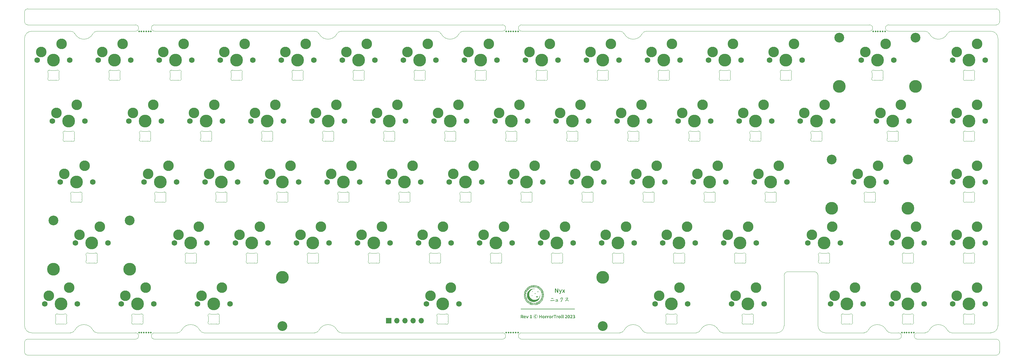
<source format=gts>
G04 #@! TF.GenerationSoftware,KiCad,Pcbnew,(6.99.0-1912-g359c99991b)*
G04 #@! TF.CreationDate,2023-04-17T10:31:15+07:00*
G04 #@! TF.ProjectId,nyx,6e79782e-6b69-4636-9164-5f7063625858,1*
G04 #@! TF.SameCoordinates,Original*
G04 #@! TF.FileFunction,Soldermask,Top*
G04 #@! TF.FilePolarity,Negative*
%FSLAX46Y46*%
G04 Gerber Fmt 4.6, Leading zero omitted, Abs format (unit mm)*
G04 Created by KiCad (PCBNEW (6.99.0-1912-g359c99991b)) date 2023-04-17 10:31:15*
%MOMM*%
%LPD*%
G01*
G04 APERTURE LIST*
%ADD10C,0.150000*%
%ADD11C,3.048000*%
%ADD12C,3.987800*%
%ADD13C,0.500000*%
%ADD14C,1.750000*%
%ADD15C,3.300000*%
%ADD16R,1.700000X1.700000*%
%ADD17O,1.700000X1.700000*%
G04 #@! TA.AperFunction,Profile*
%ADD18C,0.100000*%
G04 #@! TD*
G04 APERTURE END LIST*
D10*
G36*
X154940685Y-93902743D02*
G01*
X154940685Y-93762059D01*
X155995814Y-93762059D01*
X155995814Y-93902743D01*
X154940685Y-93902743D01*
G37*
G36*
X155989952Y-93902743D02*
G01*
X155989952Y-93762059D01*
X157045081Y-93762059D01*
X157045081Y-93902743D01*
X155989952Y-93902743D01*
G37*
G36*
X157039219Y-93902743D02*
G01*
X157039219Y-93762059D01*
X158094348Y-93762059D01*
X158094348Y-93902743D01*
X157039219Y-93902743D01*
G37*
G36*
X158088486Y-93902743D02*
G01*
X158088486Y-93762059D01*
X159143615Y-93762059D01*
X159143615Y-93902743D01*
X158088486Y-93902743D01*
G37*
G36*
X159137754Y-93902743D02*
G01*
X159137754Y-93762059D01*
X160192883Y-93762059D01*
X160192883Y-93902743D01*
X159137754Y-93902743D01*
G37*
G36*
X160187021Y-93902743D02*
G01*
X160187021Y-93762059D01*
X161242150Y-93762059D01*
X161242150Y-93902743D01*
X160187021Y-93902743D01*
G37*
G36*
X161236288Y-93902743D02*
G01*
X161236288Y-93762059D01*
X162291417Y-93762059D01*
X162291417Y-93902743D01*
X161236288Y-93902743D01*
G37*
G36*
X162285555Y-93902743D02*
G01*
X162285555Y-93762059D01*
X163340685Y-93762059D01*
X163340685Y-93902743D01*
X162285555Y-93902743D01*
G37*
G36*
X163334823Y-93902743D02*
G01*
X163334823Y-93762059D01*
X164389952Y-93762059D01*
X164389952Y-93902743D01*
X163334823Y-93902743D01*
G37*
G36*
X164384090Y-93902743D02*
G01*
X164384090Y-93762059D01*
X165439219Y-93762059D01*
X165439219Y-93902743D01*
X164384090Y-93902743D01*
G37*
G36*
X165433357Y-93902743D02*
G01*
X165433357Y-93762059D01*
X166488486Y-93762059D01*
X166488486Y-93902743D01*
X165433357Y-93902743D01*
G37*
G36*
X166482624Y-93902743D02*
G01*
X166482624Y-93762059D01*
X167537754Y-93762059D01*
X167537754Y-93902743D01*
X166482624Y-93902743D01*
G37*
G36*
X167531892Y-93902743D02*
G01*
X167531892Y-93762059D01*
X168587021Y-93762059D01*
X168587021Y-93902743D01*
X167531892Y-93902743D01*
G37*
G36*
X168581159Y-93902743D02*
G01*
X168581159Y-93762059D01*
X169636288Y-93762059D01*
X169636288Y-93902743D01*
X168581159Y-93902743D01*
G37*
G36*
X169630426Y-93902743D02*
G01*
X169630426Y-93762059D01*
X170685555Y-93762059D01*
X170685555Y-93902743D01*
X169630426Y-93902743D01*
G37*
G36*
X170679694Y-93902743D02*
G01*
X170679694Y-93762059D01*
X171734823Y-93762059D01*
X171734823Y-93902743D01*
X170679694Y-93902743D01*
G37*
G36*
X164191104Y-91299733D02*
G01*
X164150071Y-91279216D01*
X164141828Y-91266319D01*
X164135233Y-91252907D01*
X164131753Y-91243679D01*
X164128524Y-91229082D01*
X164128181Y-91213866D01*
X164129555Y-91203379D01*
X164150071Y-91161247D01*
X164166672Y-91153284D01*
X164183685Y-91146249D01*
X164201110Y-91140141D01*
X164218948Y-91134960D01*
X164237197Y-91130707D01*
X164255859Y-91127381D01*
X164274933Y-91124983D01*
X164294419Y-91123511D01*
X164309211Y-91122616D01*
X164323914Y-91121579D01*
X164338526Y-91120401D01*
X164357869Y-91118609D01*
X164377052Y-91116565D01*
X164396074Y-91114270D01*
X164414936Y-91111723D01*
X164433638Y-91108923D01*
X164447559Y-91106659D01*
X164656753Y-91106659D01*
X164660783Y-91106659D01*
X164886463Y-91106659D01*
X164890493Y-91083211D01*
X165120204Y-91083211D01*
X165138728Y-91085152D01*
X165157481Y-91086760D01*
X165176464Y-91088037D01*
X165195675Y-91088982D01*
X165215115Y-91089594D01*
X165229845Y-91089836D01*
X165244705Y-91089890D01*
X165259693Y-91089758D01*
X165274809Y-91089439D01*
X165289956Y-91089307D01*
X165304897Y-91089736D01*
X165319632Y-91090724D01*
X165338958Y-91092914D01*
X165357917Y-91096100D01*
X165376510Y-91100281D01*
X165394736Y-91105459D01*
X165412597Y-91111633D01*
X165425751Y-91116917D01*
X165434166Y-91129865D01*
X165440727Y-91143432D01*
X165444070Y-91152821D01*
X165447298Y-91167195D01*
X165447642Y-91182290D01*
X165446268Y-91192754D01*
X165425751Y-91234886D01*
X165412321Y-91243974D01*
X165397673Y-91250628D01*
X165383450Y-91254537D01*
X165378491Y-91255403D01*
X165363302Y-91257351D01*
X165347823Y-91258661D01*
X165332055Y-91259334D01*
X165323170Y-91259433D01*
X165107747Y-91247342D01*
X164890493Y-91247342D01*
X164886463Y-91270790D01*
X164660783Y-91270790D01*
X164656753Y-91270790D01*
X164451589Y-91270790D01*
X164435223Y-91272862D01*
X164418914Y-91274866D01*
X164402662Y-91276800D01*
X164386468Y-91278667D01*
X164370330Y-91280464D01*
X164354250Y-91282193D01*
X164338228Y-91283853D01*
X164322262Y-91285444D01*
X164306348Y-91286950D01*
X164290297Y-91288536D01*
X164274108Y-91290201D01*
X164257782Y-91291947D01*
X164241319Y-91293773D01*
X164224718Y-91295680D01*
X164207980Y-91297666D01*
X164191104Y-91299733D01*
G37*
G36*
X164459649Y-90622325D02*
G01*
X164418616Y-90601809D01*
X164410373Y-90588860D01*
X164403778Y-90575293D01*
X164400298Y-90565905D01*
X164397069Y-90551359D01*
X164396726Y-90536298D01*
X164398100Y-90525971D01*
X164418616Y-90483839D01*
X164431689Y-90475290D01*
X164445263Y-90468190D01*
X164459338Y-90462539D01*
X164473914Y-90458337D01*
X164488991Y-90455584D01*
X164504569Y-90454280D01*
X164510940Y-90454164D01*
X164526924Y-90454065D01*
X164542818Y-90453770D01*
X164558623Y-90453278D01*
X164574338Y-90452590D01*
X164589964Y-90451704D01*
X164605501Y-90450622D01*
X164611690Y-90450134D01*
X164952042Y-90450134D01*
X164967169Y-90452474D01*
X164981867Y-90454456D01*
X164997538Y-90456223D01*
X164998937Y-90456362D01*
X165013817Y-90459605D01*
X165027226Y-90466311D01*
X165038138Y-90475413D01*
X165046862Y-90488362D01*
X165054350Y-90501929D01*
X165058654Y-90511317D01*
X165062999Y-90526257D01*
X165063995Y-90541583D01*
X165062685Y-90555280D01*
X165042168Y-90597412D01*
X165028952Y-90606514D01*
X165014948Y-90612754D01*
X165000158Y-90616131D01*
X164997105Y-90616463D01*
X164981334Y-90617429D01*
X164966407Y-90617993D01*
X164950783Y-90618266D01*
X164943616Y-90618295D01*
X164939586Y-90614265D01*
X164615720Y-90614265D01*
X164459649Y-90622325D01*
G37*
G36*
X165766104Y-91483647D02*
G01*
X165751313Y-91479467D01*
X165737167Y-91474481D01*
X165735329Y-91473756D01*
X165721591Y-91466978D01*
X165708951Y-91459101D01*
X165700485Y-91446479D01*
X165693770Y-91433341D01*
X165690267Y-91424296D01*
X165687261Y-91409940D01*
X165687038Y-91394346D01*
X165688435Y-91383264D01*
X165708951Y-91342231D01*
X165726695Y-91337809D01*
X165744620Y-91333747D01*
X165762725Y-91330046D01*
X165781010Y-91326706D01*
X165799476Y-91323727D01*
X165818122Y-91321108D01*
X165836948Y-91318849D01*
X165855955Y-91316952D01*
X165875142Y-91315415D01*
X165894509Y-91314238D01*
X165907521Y-91313654D01*
X165927147Y-91312896D01*
X165946736Y-91312130D01*
X165966285Y-91311359D01*
X165985797Y-91310580D01*
X166005269Y-91309796D01*
X166024703Y-91309005D01*
X166044098Y-91308207D01*
X166063454Y-91307403D01*
X166082772Y-91306593D01*
X166102051Y-91305776D01*
X166114883Y-91305228D01*
X166116719Y-91289211D01*
X166119206Y-91273445D01*
X166122343Y-91257929D01*
X166126131Y-91242666D01*
X166130569Y-91227653D01*
X166135658Y-91212891D01*
X166141397Y-91198381D01*
X166147787Y-91184122D01*
X166154827Y-91170114D01*
X166162517Y-91156357D01*
X166168006Y-91147325D01*
X166176266Y-91133736D01*
X166184011Y-91119895D01*
X166191241Y-91105803D01*
X166197956Y-91091460D01*
X166204155Y-91076866D01*
X166209840Y-91062021D01*
X166215009Y-91046924D01*
X166219663Y-91031577D01*
X166223802Y-91015978D01*
X166227425Y-91000128D01*
X166229555Y-90989422D01*
X166110853Y-90989422D01*
X166094487Y-90990578D01*
X166078178Y-90991849D01*
X166061926Y-90993235D01*
X166045731Y-90994734D01*
X166029594Y-90996349D01*
X166013514Y-90998077D01*
X165997492Y-90999921D01*
X165981526Y-91001878D01*
X165965646Y-91003899D01*
X165949698Y-91005931D01*
X165933681Y-91007975D01*
X165917596Y-91010030D01*
X165901441Y-91012097D01*
X165885218Y-91014175D01*
X165868926Y-91016264D01*
X165852566Y-91018365D01*
X165838491Y-91014237D01*
X165824189Y-91009193D01*
X165821425Y-91008107D01*
X165807686Y-91001420D01*
X165795047Y-90993818D01*
X165786580Y-90980870D01*
X165779865Y-90967303D01*
X165776362Y-90957915D01*
X165773357Y-90943369D01*
X165773134Y-90928308D01*
X165774530Y-90917981D01*
X165795047Y-90875849D01*
X165813554Y-90869793D01*
X165832256Y-90864263D01*
X165846410Y-90860461D01*
X165860673Y-90856956D01*
X165875046Y-90853746D01*
X165889529Y-90850833D01*
X165904121Y-90848217D01*
X165918822Y-90845896D01*
X165933633Y-90843872D01*
X165948553Y-90842144D01*
X165963578Y-90840564D01*
X165978564Y-90838984D01*
X165993511Y-90837404D01*
X166008420Y-90835824D01*
X166023289Y-90834244D01*
X166038121Y-90832664D01*
X166052913Y-90831084D01*
X166067667Y-90829504D01*
X166082383Y-90827924D01*
X166097060Y-90826344D01*
X166106823Y-90825291D01*
X166311620Y-90825291D01*
X166373170Y-90858996D01*
X166382927Y-90870564D01*
X166390721Y-90883149D01*
X166396551Y-90896751D01*
X166400418Y-90911369D01*
X166401746Y-90920179D01*
X166403266Y-90935849D01*
X166403980Y-90951765D01*
X166403887Y-90967926D01*
X166402988Y-90984333D01*
X166402112Y-90993818D01*
X166397455Y-91008365D01*
X166392688Y-91022880D01*
X166387812Y-91037362D01*
X166382827Y-91051813D01*
X166377732Y-91066231D01*
X166372527Y-91080617D01*
X166367213Y-91094970D01*
X166361789Y-91109292D01*
X166356256Y-91123581D01*
X166350614Y-91137838D01*
X166346791Y-91147325D01*
X166340966Y-91161528D01*
X166335032Y-91175700D01*
X166328988Y-91189839D01*
X166322834Y-91203945D01*
X166316572Y-91218020D01*
X166310199Y-91232063D01*
X166303717Y-91246073D01*
X166297126Y-91260051D01*
X166290425Y-91273997D01*
X166283615Y-91287910D01*
X166279014Y-91297168D01*
X166291104Y-91297168D01*
X166488208Y-91289108D01*
X166529241Y-91309624D01*
X166537741Y-91322075D01*
X166545109Y-91335247D01*
X166549391Y-91344429D01*
X166553959Y-91359044D01*
X166555069Y-91373979D01*
X166553787Y-91387294D01*
X166533271Y-91430525D01*
X166520597Y-91438510D01*
X166506169Y-91444719D01*
X166498100Y-91447011D01*
X166482853Y-91450285D01*
X166468136Y-91453308D01*
X166459265Y-91455071D01*
X166418232Y-91451041D01*
X165766104Y-91483647D01*
G37*
G36*
X167438923Y-91614439D02*
G01*
X167397890Y-91593923D01*
X167390039Y-91580407D01*
X167383156Y-91566649D01*
X167380305Y-91560218D01*
X167376458Y-91546050D01*
X167375828Y-91531342D01*
X167377374Y-91518086D01*
X167386187Y-91502543D01*
X167394951Y-91486966D01*
X167403664Y-91471354D01*
X167412327Y-91455706D01*
X167420941Y-91440024D01*
X167429504Y-91424306D01*
X167438017Y-91408554D01*
X167446479Y-91392766D01*
X167454892Y-91376943D01*
X167463255Y-91361086D01*
X167471568Y-91345193D01*
X167479830Y-91329265D01*
X167488042Y-91313302D01*
X167496205Y-91297304D01*
X167504317Y-91281271D01*
X167512379Y-91265203D01*
X167520391Y-91249100D01*
X167528353Y-91232961D01*
X167536265Y-91216788D01*
X167544127Y-91200580D01*
X167551939Y-91184336D01*
X167559700Y-91168058D01*
X167567412Y-91151744D01*
X167575073Y-91135395D01*
X167582685Y-91119012D01*
X167590246Y-91102593D01*
X167597757Y-91086139D01*
X167605218Y-91069650D01*
X167612629Y-91053126D01*
X167619990Y-91036567D01*
X167627301Y-91019973D01*
X167634562Y-91003344D01*
X167641768Y-90986668D01*
X167648917Y-90969980D01*
X167656008Y-90953280D01*
X167663041Y-90936568D01*
X167670016Y-90919844D01*
X167676933Y-90903107D01*
X167683792Y-90886359D01*
X167690593Y-90869598D01*
X167697336Y-90852825D01*
X167704021Y-90836040D01*
X167710648Y-90819243D01*
X167717217Y-90802433D01*
X167723728Y-90785612D01*
X167730181Y-90768778D01*
X167736577Y-90751932D01*
X167742914Y-90735074D01*
X167749193Y-90718203D01*
X167755415Y-90701321D01*
X167761578Y-90684426D01*
X167767684Y-90667520D01*
X167773731Y-90650601D01*
X167779721Y-90633669D01*
X167785652Y-90616726D01*
X167791526Y-90599771D01*
X167797342Y-90582803D01*
X167803099Y-90565823D01*
X167808799Y-90548831D01*
X167814441Y-90531827D01*
X167820025Y-90514811D01*
X167825551Y-90497783D01*
X167831018Y-90480742D01*
X167836428Y-90463689D01*
X167567883Y-90453431D01*
X167537109Y-90457827D01*
X167527865Y-90473980D01*
X167518544Y-90490152D01*
X167509146Y-90506343D01*
X167499671Y-90522554D01*
X167490118Y-90538784D01*
X167480488Y-90555033D01*
X167470781Y-90571301D01*
X167460997Y-90587589D01*
X167451135Y-90603896D01*
X167441196Y-90620223D01*
X167434527Y-90631118D01*
X167424582Y-90647395D01*
X167414670Y-90663666D01*
X167404790Y-90679930D01*
X167394942Y-90696188D01*
X167385127Y-90712439D01*
X167375343Y-90728684D01*
X167365592Y-90744922D01*
X167355873Y-90761154D01*
X167346186Y-90777380D01*
X167336532Y-90793599D01*
X167330113Y-90804408D01*
X167318519Y-90813495D01*
X167305278Y-90821730D01*
X167294942Y-90826756D01*
X167280328Y-90831101D01*
X167265392Y-90832097D01*
X167252077Y-90830786D01*
X167211045Y-90812468D01*
X167202647Y-90799846D01*
X167195589Y-90786708D01*
X167191627Y-90777663D01*
X167187780Y-90763392D01*
X167187231Y-90748606D01*
X167188696Y-90738463D01*
X167195652Y-90725149D01*
X167202687Y-90711861D01*
X167209802Y-90698599D01*
X167216998Y-90685363D01*
X167224274Y-90672152D01*
X167231630Y-90658967D01*
X167239066Y-90645808D01*
X167246582Y-90632675D01*
X167254178Y-90619567D01*
X167261855Y-90606486D01*
X167269611Y-90593429D01*
X167277448Y-90580399D01*
X167285365Y-90567395D01*
X167293362Y-90554416D01*
X167301439Y-90541463D01*
X167309597Y-90528536D01*
X167317778Y-90515548D01*
X167325928Y-90502507D01*
X167334047Y-90489411D01*
X167342134Y-90476260D01*
X167350190Y-90463055D01*
X167358214Y-90449796D01*
X167366207Y-90436482D01*
X167374168Y-90423114D01*
X167382098Y-90409692D01*
X167389996Y-90396215D01*
X167397863Y-90382684D01*
X167405699Y-90369099D01*
X167413502Y-90355459D01*
X167421275Y-90341764D01*
X167429016Y-90328016D01*
X167436725Y-90314213D01*
X167448811Y-90303704D01*
X167461669Y-90295580D01*
X167475298Y-90289839D01*
X167489699Y-90286483D01*
X167498274Y-90285636D01*
X167513606Y-90284780D01*
X167529149Y-90284134D01*
X167544902Y-90283698D01*
X167560865Y-90283472D01*
X167570082Y-90283438D01*
X167590827Y-90284907D01*
X167611572Y-90286293D01*
X167632318Y-90287595D01*
X167653063Y-90288813D01*
X167673808Y-90289948D01*
X167694554Y-90290999D01*
X167715299Y-90291966D01*
X167736045Y-90292849D01*
X167756790Y-90293649D01*
X167777535Y-90294365D01*
X167791366Y-90294795D01*
X167812032Y-90295660D01*
X167832401Y-90297157D01*
X167852475Y-90299284D01*
X167872252Y-90302043D01*
X167891733Y-90305432D01*
X167910918Y-90309453D01*
X167929806Y-90314105D01*
X167948398Y-90319388D01*
X167966695Y-90325302D01*
X167984694Y-90331847D01*
X167996530Y-90336561D01*
X168005099Y-90349235D01*
X168012123Y-90362527D01*
X168015947Y-90371732D01*
X168019845Y-90386346D01*
X168020613Y-90401282D01*
X168019244Y-90414596D01*
X168013692Y-90433683D01*
X168008071Y-90452750D01*
X168002383Y-90471797D01*
X167996627Y-90490823D01*
X167990803Y-90509830D01*
X167984910Y-90528816D01*
X167978950Y-90547783D01*
X167972922Y-90566729D01*
X167966826Y-90585656D01*
X167960662Y-90604562D01*
X167954430Y-90623448D01*
X167948129Y-90642315D01*
X167941761Y-90661161D01*
X167935325Y-90679987D01*
X167928821Y-90698794D01*
X167922249Y-90717580D01*
X167915609Y-90736346D01*
X167908901Y-90755092D01*
X167902125Y-90773818D01*
X167895281Y-90792524D01*
X167888369Y-90811210D01*
X167881390Y-90829876D01*
X167874342Y-90848522D01*
X167867226Y-90867148D01*
X167860042Y-90885754D01*
X167852790Y-90904340D01*
X167845471Y-90922905D01*
X167838083Y-90941451D01*
X167830627Y-90959977D01*
X167823103Y-90978483D01*
X167815512Y-90996968D01*
X167807852Y-91015434D01*
X167800114Y-91033872D01*
X167792289Y-91052274D01*
X167784375Y-91070640D01*
X167776373Y-91088970D01*
X167768284Y-91107265D01*
X167760106Y-91125524D01*
X167751840Y-91143747D01*
X167743486Y-91161934D01*
X167735045Y-91180085D01*
X167726515Y-91198201D01*
X167717897Y-91216281D01*
X167709191Y-91234325D01*
X167700397Y-91252333D01*
X167691516Y-91270306D01*
X167682546Y-91288243D01*
X167673488Y-91306144D01*
X167664342Y-91324009D01*
X167655108Y-91341839D01*
X167645786Y-91359632D01*
X167636376Y-91377390D01*
X167626878Y-91395113D01*
X167617292Y-91412799D01*
X167607619Y-91430449D01*
X167597857Y-91448064D01*
X167588007Y-91465643D01*
X167578069Y-91483187D01*
X167568043Y-91500694D01*
X167557929Y-91518166D01*
X167547727Y-91535602D01*
X167537437Y-91553002D01*
X167527058Y-91570366D01*
X167516592Y-91587695D01*
X167503970Y-91596247D01*
X167490832Y-91603769D01*
X167481788Y-91608211D01*
X167467173Y-91612865D01*
X167452238Y-91614687D01*
X167438923Y-91614439D01*
G37*
G36*
X168843564Y-91400849D02*
G01*
X168802531Y-91378501D01*
X168794288Y-91365879D01*
X168787693Y-91352741D01*
X168784213Y-91343696D01*
X168780845Y-91328213D01*
X168780742Y-91313384D01*
X168782015Y-91304495D01*
X168786789Y-91289417D01*
X168794243Y-91276139D01*
X168802531Y-91265661D01*
X168812441Y-91254391D01*
X168822434Y-91242407D01*
X168831474Y-91230856D01*
X168842220Y-91220330D01*
X168852933Y-91209772D01*
X168863615Y-91199181D01*
X168874264Y-91188558D01*
X168884881Y-91177903D01*
X168895466Y-91167216D01*
X168906019Y-91156497D01*
X168916539Y-91145745D01*
X168927027Y-91134961D01*
X168937483Y-91124145D01*
X168947907Y-91113297D01*
X168958299Y-91102417D01*
X168968658Y-91091504D01*
X168978985Y-91080559D01*
X168989281Y-91069582D01*
X168999543Y-91058573D01*
X169009774Y-91047532D01*
X169019972Y-91036458D01*
X169030139Y-91025353D01*
X169040273Y-91014215D01*
X169050375Y-91003044D01*
X169060444Y-90991842D01*
X169070482Y-90980607D01*
X169080487Y-90969341D01*
X169090460Y-90958042D01*
X169100401Y-90946711D01*
X169110310Y-90935347D01*
X169120186Y-90923952D01*
X169130030Y-90912524D01*
X169139842Y-90901064D01*
X169149622Y-90889572D01*
X169159370Y-90878047D01*
X169169100Y-90866495D01*
X169178781Y-90854919D01*
X169188414Y-90843320D01*
X169197998Y-90831696D01*
X169207534Y-90820050D01*
X169217021Y-90808379D01*
X169226459Y-90796685D01*
X169235848Y-90784968D01*
X169245189Y-90773227D01*
X169254481Y-90761462D01*
X169263725Y-90749673D01*
X169272920Y-90737861D01*
X169282066Y-90726026D01*
X169291164Y-90714167D01*
X169300213Y-90702284D01*
X169309213Y-90690377D01*
X169318164Y-90678447D01*
X169327067Y-90666493D01*
X169335922Y-90654516D01*
X169344727Y-90642515D01*
X169353484Y-90630491D01*
X169362192Y-90618442D01*
X169370852Y-90606371D01*
X169379463Y-90594275D01*
X169388025Y-90582156D01*
X169396539Y-90570014D01*
X169405004Y-90557847D01*
X169413421Y-90545658D01*
X169421788Y-90533444D01*
X169430107Y-90521207D01*
X169438378Y-90508946D01*
X169446599Y-90496662D01*
X169446599Y-90484206D01*
X169364534Y-90484206D01*
X169349666Y-90485266D01*
X169334830Y-90486341D01*
X169320025Y-90487430D01*
X169305251Y-90488533D01*
X169290510Y-90489651D01*
X169275799Y-90490783D01*
X169261120Y-90491929D01*
X169246473Y-90493090D01*
X169231857Y-90494265D01*
X169209992Y-90496054D01*
X169188198Y-90497876D01*
X169166475Y-90499729D01*
X169144823Y-90501615D01*
X169130427Y-90502890D01*
X169108961Y-90504975D01*
X169087567Y-90507381D01*
X169066243Y-90510110D01*
X169044990Y-90513160D01*
X169023807Y-90516532D01*
X169002696Y-90520227D01*
X168981656Y-90524243D01*
X168960686Y-90528582D01*
X168939787Y-90533242D01*
X168918959Y-90538224D01*
X168905113Y-90541725D01*
X168864080Y-90521209D01*
X168855837Y-90508586D01*
X168849242Y-90495449D01*
X168845762Y-90486404D01*
X168842395Y-90471158D01*
X168842292Y-90456440D01*
X168843564Y-90447569D01*
X168864080Y-90406536D01*
X168882088Y-90399047D01*
X168900207Y-90391968D01*
X168918438Y-90385297D01*
X168936781Y-90379036D01*
X168955235Y-90373184D01*
X168973801Y-90367742D01*
X168992478Y-90362709D01*
X169011267Y-90358085D01*
X169030168Y-90353870D01*
X169049180Y-90350065D01*
X169068304Y-90346669D01*
X169087539Y-90343682D01*
X169106887Y-90341105D01*
X169126345Y-90338937D01*
X169145916Y-90337178D01*
X169165598Y-90335828D01*
X169185344Y-90334659D01*
X169205108Y-90333533D01*
X169224889Y-90332449D01*
X169244687Y-90331409D01*
X169264502Y-90330411D01*
X169284334Y-90329457D01*
X169304184Y-90328545D01*
X169324051Y-90327677D01*
X169343934Y-90326851D01*
X169363835Y-90326068D01*
X169383754Y-90325328D01*
X169403689Y-90324631D01*
X169423641Y-90323977D01*
X169443611Y-90323366D01*
X169463598Y-90322798D01*
X169483602Y-90322273D01*
X169499905Y-90322799D01*
X169516209Y-90324379D01*
X169532512Y-90327013D01*
X169548815Y-90330699D01*
X169562855Y-90334909D01*
X169577956Y-90341395D01*
X169592050Y-90349667D01*
X169605136Y-90359725D01*
X169606701Y-90361107D01*
X169615131Y-90373140D01*
X169622285Y-90386159D01*
X169628165Y-90400163D01*
X169630881Y-90408368D01*
X169634635Y-90423557D01*
X169636419Y-90439036D01*
X169636232Y-90454804D01*
X169635277Y-90463689D01*
X169629953Y-90479014D01*
X169624240Y-90494212D01*
X169618138Y-90509284D01*
X169611646Y-90524231D01*
X169604766Y-90539052D01*
X169597496Y-90553746D01*
X169589836Y-90568315D01*
X169581788Y-90582758D01*
X169573567Y-90597069D01*
X169565210Y-90611243D01*
X169556715Y-90625279D01*
X169548082Y-90639178D01*
X169539312Y-90652939D01*
X169530405Y-90666564D01*
X169521361Y-90680050D01*
X169512179Y-90693400D01*
X169504119Y-90693400D01*
X169483602Y-90730403D01*
X169475176Y-90730403D01*
X169446599Y-90783892D01*
X169438173Y-90783892D01*
X169418023Y-90820528D01*
X169406627Y-90829976D01*
X169395522Y-90839771D01*
X169384706Y-90849914D01*
X169378822Y-90855699D01*
X169368339Y-90867756D01*
X169359788Y-90881030D01*
X169353169Y-90895520D01*
X169352077Y-90898564D01*
X169381020Y-90915050D01*
X169391782Y-90926682D01*
X169403552Y-90937032D01*
X169416329Y-90946099D01*
X169430113Y-90953885D01*
X169444424Y-90961166D01*
X169458781Y-90968722D01*
X169473184Y-90976553D01*
X169487632Y-90984659D01*
X169487632Y-90993086D01*
X169524635Y-91013236D01*
X169639307Y-91091271D01*
X169672280Y-91120214D01*
X169684975Y-91130673D01*
X169698055Y-91140570D01*
X169711522Y-91149907D01*
X169725374Y-91158682D01*
X169733463Y-91163445D01*
X169747888Y-91171757D01*
X169762314Y-91180666D01*
X169774679Y-91188776D01*
X169787043Y-91197324D01*
X169799408Y-91206310D01*
X169842273Y-91255403D01*
X169846303Y-91308892D01*
X169825786Y-91349924D01*
X169813149Y-91357544D01*
X169799265Y-91364276D01*
X169788784Y-91368243D01*
X169773537Y-91371550D01*
X169758820Y-91371490D01*
X169749949Y-91370075D01*
X169692796Y-91337468D01*
X169680469Y-91328219D01*
X169668124Y-91318972D01*
X169655762Y-91309729D01*
X169643383Y-91300488D01*
X169630986Y-91291250D01*
X169618573Y-91282015D01*
X169606142Y-91272783D01*
X169593695Y-91263554D01*
X169581230Y-91254328D01*
X169568748Y-91245104D01*
X169556248Y-91235884D01*
X169543732Y-91226666D01*
X169531198Y-91217451D01*
X169518647Y-91208239D01*
X169506079Y-91199030D01*
X169493494Y-91189823D01*
X169480922Y-91180621D01*
X169468301Y-91171517D01*
X169455631Y-91162509D01*
X169442913Y-91153599D01*
X169430146Y-91144786D01*
X169417330Y-91136071D01*
X169404466Y-91127453D01*
X169391553Y-91118932D01*
X169378592Y-91110508D01*
X169365581Y-91102182D01*
X169352522Y-91093953D01*
X169339415Y-91085822D01*
X169326259Y-91077787D01*
X169313054Y-91069850D01*
X169299800Y-91062011D01*
X169286498Y-91054269D01*
X169249862Y-91017632D01*
X169118337Y-91173337D01*
X169032241Y-91263463D01*
X168995239Y-91304495D01*
X168979119Y-91320982D01*
X168954206Y-91333438D01*
X168954206Y-91341498D01*
X168942116Y-91353954D01*
X168930401Y-91365089D01*
X168918339Y-91375413D01*
X168905929Y-91384924D01*
X168898885Y-91389858D01*
X168885473Y-91396949D01*
X168870381Y-91400909D01*
X168855555Y-91401802D01*
X168843564Y-91400849D01*
G37*
G36*
X165808959Y-88705047D02*
G01*
X165799710Y-88713490D01*
X165787463Y-88722462D01*
X165774456Y-88729674D01*
X165760689Y-88735127D01*
X165746162Y-88738821D01*
X165733993Y-88740510D01*
X165721337Y-88741073D01*
X165708681Y-88740510D01*
X165696512Y-88738821D01*
X165681985Y-88735127D01*
X165668218Y-88729674D01*
X165655211Y-88722462D01*
X165642965Y-88713490D01*
X165633715Y-88705047D01*
X165625272Y-88695797D01*
X165616300Y-88683551D01*
X165609088Y-88670544D01*
X165603635Y-88656777D01*
X165599941Y-88642250D01*
X165598252Y-88630080D01*
X165597689Y-88617425D01*
X165597689Y-87573286D01*
X165598290Y-87559791D01*
X165600094Y-87546782D01*
X165603099Y-87534260D01*
X165607306Y-87522224D01*
X165612716Y-87510675D01*
X165619328Y-87499613D01*
X165627142Y-87489037D01*
X165636158Y-87478948D01*
X165646104Y-87469645D01*
X165656556Y-87461583D01*
X165667513Y-87454762D01*
X165678976Y-87449180D01*
X165690945Y-87444839D01*
X165703420Y-87441739D01*
X165716400Y-87439878D01*
X165729886Y-87439258D01*
X165745242Y-87439754D01*
X165760321Y-87441243D01*
X165775123Y-87443723D01*
X165789649Y-87447196D01*
X165803898Y-87451661D01*
X165817870Y-87457118D01*
X165831566Y-87463568D01*
X165844985Y-87471010D01*
X165857961Y-87479286D01*
X165870173Y-87488240D01*
X165881622Y-87497872D01*
X165892307Y-87508180D01*
X165902230Y-87519167D01*
X165911389Y-87530830D01*
X165919785Y-87543171D01*
X165927417Y-87556189D01*
X166241880Y-88133213D01*
X166370413Y-88409513D01*
X166376519Y-88414703D01*
X166380793Y-88409513D01*
X166378689Y-88389940D01*
X166376652Y-88370719D01*
X166374682Y-88351851D01*
X166372779Y-88333335D01*
X166370942Y-88315171D01*
X166369172Y-88297360D01*
X166367469Y-88279902D01*
X166365833Y-88262795D01*
X166364264Y-88246042D01*
X166362761Y-88229640D01*
X166361325Y-88213591D01*
X166359956Y-88197895D01*
X166358654Y-88182550D01*
X166357418Y-88167559D01*
X166356249Y-88152919D01*
X166355147Y-88138632D01*
X166354112Y-88124698D01*
X166353144Y-88111116D01*
X166352242Y-88097886D01*
X166351407Y-88085009D01*
X166350639Y-88072484D01*
X166349304Y-88048491D01*
X166348235Y-88025908D01*
X166347434Y-88004735D01*
X166346899Y-87984971D01*
X166346632Y-87966617D01*
X166346599Y-87957969D01*
X166346599Y-87562906D01*
X166347162Y-87550250D01*
X166348851Y-87538081D01*
X166352545Y-87523554D01*
X166357998Y-87509787D01*
X166365210Y-87496780D01*
X166374181Y-87484534D01*
X166382625Y-87475284D01*
X166391870Y-87466840D01*
X166404097Y-87457869D01*
X166417069Y-87450657D01*
X166430787Y-87445204D01*
X166445250Y-87441510D01*
X166457357Y-87439821D01*
X166469942Y-87439258D01*
X166482597Y-87439821D01*
X166494767Y-87441510D01*
X166509294Y-87445204D01*
X166523061Y-87450657D01*
X166536067Y-87457869D01*
X166548314Y-87466840D01*
X166557564Y-87475284D01*
X166566079Y-87484534D01*
X166573459Y-87494270D01*
X166581087Y-87507125D01*
X166586941Y-87520740D01*
X166591021Y-87535115D01*
X166593327Y-87550250D01*
X166593895Y-87562906D01*
X166593895Y-88608876D01*
X166593289Y-88622362D01*
X166591471Y-88635342D01*
X166588442Y-88647817D01*
X166584201Y-88659785D01*
X166578749Y-88671249D01*
X166572085Y-88682206D01*
X166564209Y-88692658D01*
X166555121Y-88702604D01*
X166545247Y-88711620D01*
X166534857Y-88719434D01*
X166523952Y-88726046D01*
X166512531Y-88731455D01*
X166500596Y-88735663D01*
X166488145Y-88738668D01*
X166475179Y-88740471D01*
X166461698Y-88741073D01*
X166446767Y-88740591D01*
X166432046Y-88739145D01*
X166417534Y-88736736D01*
X166403233Y-88733364D01*
X166389141Y-88729027D01*
X166375259Y-88723727D01*
X166361587Y-88717464D01*
X166348125Y-88710237D01*
X166335245Y-88702080D01*
X166323167Y-88693178D01*
X166311890Y-88683532D01*
X166301414Y-88673142D01*
X166291740Y-88662008D01*
X166282867Y-88650130D01*
X166274795Y-88637508D01*
X166267525Y-88624141D01*
X165953368Y-88043759D01*
X165822698Y-87768986D01*
X165816592Y-87765628D01*
X165812318Y-87768986D01*
X165814067Y-87782881D01*
X165815495Y-87795919D01*
X165816745Y-87808217D01*
X165818090Y-87822176D01*
X165819530Y-87837794D01*
X165820674Y-87850597D01*
X165821870Y-87864334D01*
X165822698Y-87874010D01*
X165823982Y-87888457D01*
X165825202Y-87902261D01*
X165826358Y-87915420D01*
X165827449Y-87927935D01*
X165828804Y-87943620D01*
X165830044Y-87958160D01*
X165831170Y-87971555D01*
X165832181Y-87983805D01*
X165833078Y-87994911D01*
X165834150Y-88008643D01*
X165835267Y-88023509D01*
X165836192Y-88036217D01*
X165837146Y-88049651D01*
X165838129Y-88063809D01*
X165839140Y-88078693D01*
X165840180Y-88094301D01*
X165840711Y-88102377D01*
X165841713Y-88118425D01*
X165842581Y-88134053D01*
X165843316Y-88149261D01*
X165843917Y-88164049D01*
X165844384Y-88178417D01*
X165844718Y-88192366D01*
X165844918Y-88205894D01*
X165844985Y-88219003D01*
X165844985Y-88617425D01*
X165844422Y-88630080D01*
X165842734Y-88642250D01*
X165839039Y-88656777D01*
X165833586Y-88670544D01*
X165826374Y-88683551D01*
X165817403Y-88695797D01*
X165808959Y-88705047D01*
G37*
G36*
X166972166Y-89141325D02*
G01*
X166959549Y-89141109D01*
X166946691Y-89140379D01*
X166937667Y-89139494D01*
X166924809Y-89138086D01*
X166912950Y-89135009D01*
X166900038Y-89129113D01*
X166888564Y-89120813D01*
X166878528Y-89110108D01*
X166872637Y-89101636D01*
X166866570Y-89090328D01*
X166861993Y-89078846D01*
X166858587Y-89065508D01*
X166857127Y-89051941D01*
X166857066Y-89048513D01*
X166857906Y-89036148D01*
X166860218Y-89023725D01*
X166860425Y-89022868D01*
X166864485Y-89009527D01*
X166870138Y-88997211D01*
X166877386Y-88985921D01*
X166886228Y-88975655D01*
X166896663Y-88966415D01*
X166908693Y-88958199D01*
X166922316Y-88951009D01*
X166937533Y-88944844D01*
X166954344Y-88939703D01*
X166966437Y-88936846D01*
X166979238Y-88934444D01*
X166985905Y-88933414D01*
X166999375Y-88930833D01*
X167012309Y-88927365D01*
X167024706Y-88923010D01*
X167036566Y-88917767D01*
X167047890Y-88911637D01*
X167058677Y-88904620D01*
X167068927Y-88896715D01*
X167078641Y-88887924D01*
X167087817Y-88878244D01*
X167096458Y-88867678D01*
X167104561Y-88856224D01*
X167112128Y-88843883D01*
X167119159Y-88830655D01*
X167125652Y-88816540D01*
X167131609Y-88801537D01*
X167137030Y-88785647D01*
X167150768Y-88744431D01*
X167152944Y-88731823D01*
X167151684Y-88719644D01*
X167148937Y-88711763D01*
X166819209Y-87882254D01*
X166815385Y-87869811D01*
X166813023Y-87857059D01*
X166812492Y-87848060D01*
X166813561Y-87835428D01*
X166816766Y-87823177D01*
X166822109Y-87811309D01*
X166829589Y-87799822D01*
X166838110Y-87788476D01*
X166847645Y-87779053D01*
X166858193Y-87771553D01*
X166869756Y-87765976D01*
X166882332Y-87762322D01*
X166895921Y-87760591D01*
X166901641Y-87760437D01*
X166916114Y-87760977D01*
X166930225Y-87762594D01*
X166943973Y-87765289D01*
X166957359Y-87769062D01*
X166970382Y-87773914D01*
X166983042Y-87779843D01*
X166995340Y-87786851D01*
X167007276Y-87794937D01*
X167018663Y-87803810D01*
X167029162Y-87813331D01*
X167038775Y-87823502D01*
X167047500Y-87834321D01*
X167055337Y-87845789D01*
X167062288Y-87857906D01*
X167068351Y-87870671D01*
X167073527Y-87884085D01*
X167188626Y-88217172D01*
X167193041Y-88231018D01*
X167197100Y-88244461D01*
X167202393Y-88262252D01*
X167206608Y-88276527D01*
X167211371Y-88292734D01*
X167216683Y-88310874D01*
X167222543Y-88330945D01*
X167228952Y-88352948D01*
X167235910Y-88376884D01*
X167239595Y-88389576D01*
X167243416Y-88402751D01*
X167247375Y-88416409D01*
X167251471Y-88430550D01*
X167255704Y-88445174D01*
X167260074Y-88460281D01*
X167264582Y-88475872D01*
X167269226Y-88491945D01*
X167275332Y-88495608D01*
X167281133Y-88491945D01*
X167284712Y-88476860D01*
X167288059Y-88463128D01*
X167291835Y-88447918D01*
X167294948Y-88435540D01*
X167298303Y-88422330D01*
X167301900Y-88408288D01*
X167305738Y-88393414D01*
X167309817Y-88377709D01*
X167314138Y-88361171D01*
X167315632Y-88355474D01*
X167320031Y-88338643D01*
X167324183Y-88322612D01*
X167328088Y-88307381D01*
X167331747Y-88292949D01*
X167335158Y-88279317D01*
X167338323Y-88266484D01*
X167341240Y-88254451D01*
X167344747Y-88239651D01*
X167347814Y-88226273D01*
X167349826Y-88217172D01*
X167451187Y-87878895D01*
X167455519Y-87866282D01*
X167460728Y-87854242D01*
X167466815Y-87842774D01*
X167473780Y-87831879D01*
X167481622Y-87821555D01*
X167490342Y-87811805D01*
X167499940Y-87802627D01*
X167510416Y-87794021D01*
X167521579Y-87786150D01*
X167533085Y-87779328D01*
X167544934Y-87773556D01*
X167557128Y-87768833D01*
X167569664Y-87765160D01*
X167582544Y-87762536D01*
X167595767Y-87760962D01*
X167609334Y-87760437D01*
X167623329Y-87761362D01*
X167636311Y-87764135D01*
X167648279Y-87768756D01*
X167659232Y-87775226D01*
X167669173Y-87783544D01*
X167678099Y-87793711D01*
X167681386Y-87798295D01*
X167688866Y-87809763D01*
X167694209Y-87821880D01*
X167697414Y-87834645D01*
X167698483Y-87848060D01*
X167697490Y-87860432D01*
X167694788Y-87872548D01*
X167693293Y-87877369D01*
X167384326Y-88775572D01*
X167379896Y-88787173D01*
X167375423Y-88798583D01*
X167366346Y-88820828D01*
X167357095Y-88842308D01*
X167347670Y-88863022D01*
X167338071Y-88882971D01*
X167328298Y-88902154D01*
X167318350Y-88920571D01*
X167308229Y-88938222D01*
X167297933Y-88955108D01*
X167287463Y-88971228D01*
X167276819Y-88986583D01*
X167266001Y-89001172D01*
X167255009Y-89014995D01*
X167243843Y-89028053D01*
X167232503Y-89040345D01*
X167220988Y-89051872D01*
X167209176Y-89062704D01*
X167196865Y-89072837D01*
X167184055Y-89082272D01*
X167170747Y-89091008D01*
X167156940Y-89099045D01*
X167142635Y-89106383D01*
X167127831Y-89113022D01*
X167112529Y-89118962D01*
X167096729Y-89124203D01*
X167080429Y-89128746D01*
X167063632Y-89132590D01*
X167046336Y-89135735D01*
X167028541Y-89138181D01*
X167010248Y-89139928D01*
X166991456Y-89140976D01*
X166972166Y-89141325D01*
G37*
G36*
X167911280Y-88741073D02*
G01*
X167898334Y-88740148D01*
X167886402Y-88737375D01*
X167873422Y-88731608D01*
X167861902Y-88723179D01*
X167853416Y-88714121D01*
X167845945Y-88703215D01*
X167840471Y-88691384D01*
X167837024Y-88679554D01*
X167835574Y-88666540D01*
X167835564Y-88665357D01*
X167836791Y-88652301D01*
X167840035Y-88639993D01*
X167844688Y-88628560D01*
X167845945Y-88625973D01*
X168076144Y-88243122D01*
X168081009Y-88231445D01*
X168079692Y-88218794D01*
X168076144Y-88211981D01*
X167870064Y-87875537D01*
X167864160Y-87863883D01*
X167860189Y-87852278D01*
X167858042Y-87839440D01*
X167857852Y-87834321D01*
X167859078Y-87821307D01*
X167862322Y-87809477D01*
X167867593Y-87797646D01*
X167868232Y-87796463D01*
X167875785Y-87785117D01*
X167884517Y-87775694D01*
X167894426Y-87768194D01*
X167905512Y-87762618D01*
X167917777Y-87758964D01*
X167931219Y-87757233D01*
X167936925Y-87757079D01*
X167952682Y-87757590D01*
X167968200Y-87759121D01*
X167983479Y-87761673D01*
X167998520Y-87765246D01*
X168013323Y-87769840D01*
X168027887Y-87775455D01*
X168042212Y-87782090D01*
X168056299Y-87789747D01*
X168069875Y-87798262D01*
X168082669Y-87807473D01*
X168094681Y-87817381D01*
X168105911Y-87827986D01*
X168116358Y-87839287D01*
X168126023Y-87851284D01*
X168134905Y-87863978D01*
X168143005Y-87877369D01*
X168173841Y-87932323D01*
X168181912Y-87947747D01*
X168189984Y-87963107D01*
X168198055Y-87978402D01*
X168206127Y-87993632D01*
X168214198Y-88008798D01*
X168222269Y-88023900D01*
X168230341Y-88038938D01*
X168238412Y-88053911D01*
X168246484Y-88068819D01*
X168254555Y-88083663D01*
X168259936Y-88093524D01*
X168264821Y-88097187D01*
X168270011Y-88093524D01*
X168275210Y-88080945D01*
X168280713Y-88068001D01*
X168286036Y-88055689D01*
X168292030Y-88041990D01*
X168297309Y-88030033D01*
X168303017Y-88017189D01*
X168304511Y-88013839D01*
X168310350Y-88000745D01*
X168315807Y-87988480D01*
X168320883Y-87977046D01*
X168326690Y-87963920D01*
X168331902Y-87952091D01*
X168337369Y-87939608D01*
X168340536Y-87932323D01*
X168366182Y-87877369D01*
X168373066Y-87863978D01*
X168380741Y-87851284D01*
X168389209Y-87839287D01*
X168398468Y-87827986D01*
X168408519Y-87817381D01*
X168419362Y-87807473D01*
X168430997Y-87798262D01*
X168443424Y-87789747D01*
X168456485Y-87782090D01*
X168469871Y-87775455D01*
X168483581Y-87769840D01*
X168497615Y-87765246D01*
X168511974Y-87761673D01*
X168526657Y-87759121D01*
X168541665Y-87757590D01*
X168556997Y-87757079D01*
X168570382Y-87758003D01*
X168582679Y-87760776D01*
X168595999Y-87766544D01*
X168607752Y-87774973D01*
X168616349Y-87784031D01*
X168623858Y-87794937D01*
X168629332Y-87806696D01*
X168632779Y-87818693D01*
X168634198Y-87830929D01*
X168634238Y-87833405D01*
X168633225Y-87845719D01*
X168630184Y-87857853D01*
X168625115Y-87869809D01*
X168623858Y-87872179D01*
X168411062Y-88243122D01*
X168406854Y-88255436D01*
X168409192Y-88268334D01*
X168411062Y-88272126D01*
X168636070Y-88624141D01*
X168641826Y-88634934D01*
X168646012Y-88647265D01*
X168647872Y-88659954D01*
X168647977Y-88663831D01*
X168646751Y-88676844D01*
X168643507Y-88688675D01*
X168638235Y-88700505D01*
X168637597Y-88701688D01*
X168630088Y-88713034D01*
X168621491Y-88722457D01*
X168611806Y-88729957D01*
X168598747Y-88736419D01*
X168586667Y-88739688D01*
X168573499Y-88741034D01*
X168570735Y-88741073D01*
X168554964Y-88740576D01*
X168539404Y-88739088D01*
X168524052Y-88736607D01*
X168508911Y-88733135D01*
X168493980Y-88728670D01*
X168479259Y-88723212D01*
X168464747Y-88716763D01*
X168450446Y-88709321D01*
X168436602Y-88701020D01*
X168423465Y-88691995D01*
X168411033Y-88682244D01*
X168399307Y-88671769D01*
X168388288Y-88660568D01*
X168377974Y-88648642D01*
X168368367Y-88635991D01*
X168359465Y-88622615D01*
X168323439Y-88562470D01*
X168317257Y-88550034D01*
X168310559Y-88537408D01*
X168304759Y-88526617D01*
X168297889Y-88513928D01*
X168292036Y-88503165D01*
X168285582Y-88491334D01*
X168278977Y-88479191D01*
X168272673Y-88467606D01*
X168266670Y-88456580D01*
X168259132Y-88442746D01*
X168252130Y-88429904D01*
X168245661Y-88418054D01*
X168239727Y-88407197D01*
X168233060Y-88395020D01*
X168230627Y-88390584D01*
X168223605Y-88387226D01*
X168216888Y-88390584D01*
X168210892Y-88403976D01*
X168204557Y-88417733D01*
X168198579Y-88430587D01*
X168191548Y-88445615D01*
X168186277Y-88456841D01*
X168180538Y-88469033D01*
X168174332Y-88482191D01*
X168167658Y-88496314D01*
X168160517Y-88511404D01*
X168152908Y-88527460D01*
X168144832Y-88544482D01*
X168136288Y-88562470D01*
X168105147Y-88622615D01*
X168097887Y-88635576D01*
X168089844Y-88647898D01*
X168081019Y-88659580D01*
X168071411Y-88670624D01*
X168061021Y-88681028D01*
X168049849Y-88690793D01*
X168037895Y-88699919D01*
X168025158Y-88708405D01*
X168011958Y-88716061D01*
X167998463Y-88722697D01*
X167984672Y-88728312D01*
X167970585Y-88732906D01*
X167956202Y-88736479D01*
X167941524Y-88739031D01*
X167926550Y-88740562D01*
X167911280Y-88741073D01*
G37*
G36*
X155286196Y-95696180D02*
G01*
X155309519Y-95697106D01*
X155332077Y-95698649D01*
X155353871Y-95700809D01*
X155374900Y-95703587D01*
X155395164Y-95706982D01*
X155414664Y-95710994D01*
X155433399Y-95715624D01*
X155451369Y-95720871D01*
X155468574Y-95726735D01*
X155485015Y-95733217D01*
X155500691Y-95740316D01*
X155515603Y-95748032D01*
X155529750Y-95756365D01*
X155543132Y-95765316D01*
X155555749Y-95774884D01*
X155567602Y-95785069D01*
X155578690Y-95795871D01*
X155589013Y-95807291D01*
X155598572Y-95819328D01*
X155607366Y-95831982D01*
X155615395Y-95845254D01*
X155622659Y-95859143D01*
X155629159Y-95873649D01*
X155634895Y-95888773D01*
X155639865Y-95904514D01*
X155644071Y-95920872D01*
X155647512Y-95937847D01*
X155650188Y-95955440D01*
X155652100Y-95973650D01*
X155653247Y-95992477D01*
X155653629Y-96011921D01*
X155653448Y-96025178D01*
X155652905Y-96038172D01*
X155652000Y-96050903D01*
X155650733Y-96063373D01*
X155649104Y-96075579D01*
X155647112Y-96087524D01*
X155644759Y-96099206D01*
X155642043Y-96110626D01*
X155638966Y-96121783D01*
X155635526Y-96132678D01*
X155631724Y-96143311D01*
X155627560Y-96153681D01*
X155623034Y-96163789D01*
X155618146Y-96173635D01*
X155612896Y-96183218D01*
X155607284Y-96192539D01*
X155601310Y-96201597D01*
X155594974Y-96210393D01*
X155588276Y-96218927D01*
X155581215Y-96227198D01*
X155573793Y-96235207D01*
X155566008Y-96242954D01*
X155557862Y-96250438D01*
X155549353Y-96257660D01*
X155540482Y-96264620D01*
X155531249Y-96271317D01*
X155521655Y-96277751D01*
X155511698Y-96283924D01*
X155501379Y-96289834D01*
X155490697Y-96295481D01*
X155479654Y-96300867D01*
X155468249Y-96305990D01*
X155460617Y-96312767D01*
X155462632Y-96322354D01*
X155641417Y-96636939D01*
X155646022Y-96646281D01*
X155649120Y-96655623D01*
X155650794Y-96666004D01*
X155650943Y-96670156D01*
X155650013Y-96680526D01*
X155647585Y-96690105D01*
X155643650Y-96699915D01*
X155641417Y-96704350D01*
X155634887Y-96713849D01*
X155627354Y-96721738D01*
X155618820Y-96728017D01*
X155609284Y-96732686D01*
X155598746Y-96735745D01*
X155587207Y-96737194D01*
X155582311Y-96737323D01*
X155572304Y-96737082D01*
X155562435Y-96736361D01*
X155552704Y-96735159D01*
X155539942Y-96732808D01*
X155527425Y-96729602D01*
X155515151Y-96725542D01*
X155503122Y-96720626D01*
X155494261Y-96716379D01*
X155485537Y-96711650D01*
X155482659Y-96709967D01*
X155474234Y-96704625D01*
X155466179Y-96698948D01*
X155456012Y-96690857D01*
X155446502Y-96682171D01*
X155437648Y-96672890D01*
X155429451Y-96663014D01*
X155421910Y-96652542D01*
X155415025Y-96641474D01*
X155411829Y-96635717D01*
X155259421Y-96355327D01*
X155252736Y-96347420D01*
X155243012Y-96343413D01*
X155238905Y-96343115D01*
X155121913Y-96343115D01*
X155112095Y-96346120D01*
X155108289Y-96355136D01*
X155108235Y-96356792D01*
X155108235Y-96632787D01*
X155107750Y-96643564D01*
X155106296Y-96653914D01*
X155103873Y-96663836D01*
X155100480Y-96673331D01*
X155096118Y-96682398D01*
X155090787Y-96691038D01*
X155084486Y-96699251D01*
X155077216Y-96707036D01*
X155069336Y-96714135D01*
X155061081Y-96720287D01*
X155052452Y-96725492D01*
X155043450Y-96729751D01*
X155034073Y-96733064D01*
X155024322Y-96735430D01*
X155014198Y-96736849D01*
X155003699Y-96737323D01*
X154993254Y-96736849D01*
X154983168Y-96735430D01*
X154973440Y-96733064D01*
X154964071Y-96729751D01*
X154955061Y-96725492D01*
X154946409Y-96720287D01*
X154938116Y-96714135D01*
X154930182Y-96707036D01*
X154922969Y-96699251D01*
X154916718Y-96691038D01*
X154911429Y-96682398D01*
X154907101Y-96673331D01*
X154903735Y-96663836D01*
X154901331Y-96653914D01*
X154899888Y-96643564D01*
X154899408Y-96632787D01*
X154899408Y-96164329D01*
X155108235Y-96164329D01*
X155110853Y-96173846D01*
X155120256Y-96178196D01*
X155121913Y-96178251D01*
X155242813Y-96178251D01*
X155255178Y-96178087D01*
X155267176Y-96177594D01*
X155278808Y-96176774D01*
X155290074Y-96175625D01*
X155300973Y-96174148D01*
X155311506Y-96172343D01*
X155321673Y-96170210D01*
X155331473Y-96167748D01*
X155340907Y-96164958D01*
X155354371Y-96160159D01*
X155367010Y-96154620D01*
X155378826Y-96148343D01*
X155389817Y-96141328D01*
X155396686Y-96136241D01*
X155406289Y-96128010D01*
X155414947Y-96119070D01*
X155422661Y-96109423D01*
X155429430Y-96099066D01*
X155435254Y-96088002D01*
X155440134Y-96076229D01*
X155444070Y-96063747D01*
X155447061Y-96050557D01*
X155449108Y-96036659D01*
X155450209Y-96022053D01*
X155450419Y-96011921D01*
X155450218Y-96001791D01*
X155449614Y-95992038D01*
X155447953Y-95978118D01*
X155445387Y-95965048D01*
X155441914Y-95952827D01*
X155437536Y-95941457D01*
X155432251Y-95930937D01*
X155426061Y-95921267D01*
X155418965Y-95912447D01*
X155410963Y-95904477D01*
X155402055Y-95897358D01*
X155398884Y-95895173D01*
X155388755Y-95889019D01*
X155377695Y-95883470D01*
X155365703Y-95878526D01*
X155352779Y-95874187D01*
X155338924Y-95870454D01*
X155329170Y-95868302D01*
X155319001Y-95866419D01*
X155308419Y-95864804D01*
X155297422Y-95863459D01*
X155286011Y-95862383D01*
X155274186Y-95861576D01*
X155261948Y-95861038D01*
X155249295Y-95860769D01*
X155242813Y-95860735D01*
X155121913Y-95860735D01*
X155112095Y-95863740D01*
X155108289Y-95872756D01*
X155108235Y-95874413D01*
X155108235Y-96164329D01*
X154899408Y-96164329D01*
X154899408Y-95815550D01*
X154899953Y-95803384D01*
X154901590Y-95791675D01*
X154904319Y-95780425D01*
X154908139Y-95769632D01*
X154913051Y-95759298D01*
X154919054Y-95749421D01*
X154926148Y-95740003D01*
X154934334Y-95731042D01*
X154943352Y-95722799D01*
X154952820Y-95715655D01*
X154962739Y-95709610D01*
X154973108Y-95704664D01*
X154983927Y-95700817D01*
X154995197Y-95698069D01*
X155006916Y-95696421D01*
X155019087Y-95695871D01*
X155262108Y-95695871D01*
X155286196Y-95696180D01*
G37*
G36*
X156158950Y-95929749D02*
G01*
X156177214Y-95930894D01*
X156194953Y-95932802D01*
X156212167Y-95935473D01*
X156228857Y-95938908D01*
X156245021Y-95943106D01*
X156260662Y-95948067D01*
X156275777Y-95953791D01*
X156290368Y-95960279D01*
X156304434Y-95967530D01*
X156317975Y-95975544D01*
X156330991Y-95984322D01*
X156343483Y-95993863D01*
X156355450Y-96004167D01*
X156366892Y-96015234D01*
X156377809Y-96027064D01*
X156388960Y-96040157D01*
X156399391Y-96053668D01*
X156409102Y-96067596D01*
X156418094Y-96081943D01*
X156426367Y-96096707D01*
X156433920Y-96111889D01*
X156440754Y-96127489D01*
X156446869Y-96143507D01*
X156452264Y-96159943D01*
X156456940Y-96176797D01*
X156460897Y-96194068D01*
X156464134Y-96211758D01*
X156466652Y-96229865D01*
X156468450Y-96248390D01*
X156469529Y-96267333D01*
X156469889Y-96286694D01*
X156469309Y-96298464D01*
X156467569Y-96309714D01*
X156464668Y-96320446D01*
X156460608Y-96330658D01*
X156455387Y-96340352D01*
X156449006Y-96349526D01*
X156441465Y-96358181D01*
X156432764Y-96366318D01*
X156422937Y-96374389D01*
X156412629Y-96381384D01*
X156401841Y-96387303D01*
X156390571Y-96392146D01*
X156378821Y-96395913D01*
X156366590Y-96398603D01*
X156353877Y-96400218D01*
X156344028Y-96400722D01*
X156340685Y-96400756D01*
X155987754Y-96400756D01*
X155979449Y-96404908D01*
X155976763Y-96414433D01*
X155978822Y-96425443D01*
X155981213Y-96436125D01*
X155983935Y-96446479D01*
X155986990Y-96456504D01*
X155990377Y-96466201D01*
X155994096Y-96475570D01*
X155998147Y-96484611D01*
X156004846Y-96497557D01*
X156012292Y-96509764D01*
X156020486Y-96521233D01*
X156029426Y-96531964D01*
X156039113Y-96541956D01*
X156049547Y-96551209D01*
X156060597Y-96559677D01*
X156072133Y-96567312D01*
X156084153Y-96574114D01*
X156096659Y-96580084D01*
X156109650Y-96585220D01*
X156123126Y-96589523D01*
X156137087Y-96592994D01*
X156151534Y-96595631D01*
X156161434Y-96596927D01*
X156171550Y-96597852D01*
X156181882Y-96598407D01*
X156192429Y-96598593D01*
X156203213Y-96598399D01*
X156213950Y-96597820D01*
X156224640Y-96596854D01*
X156235282Y-96595501D01*
X156245878Y-96593763D01*
X156256426Y-96591637D01*
X156266926Y-96589126D01*
X156277380Y-96586228D01*
X156287786Y-96582943D01*
X156298145Y-96579273D01*
X156305025Y-96576611D01*
X156314348Y-96573305D01*
X156324662Y-96570901D01*
X156334927Y-96569832D01*
X156337998Y-96569772D01*
X156347877Y-96570215D01*
X156357975Y-96571685D01*
X156361445Y-96572459D01*
X156372144Y-96576200D01*
X156381710Y-96581194D01*
X156390142Y-96587442D01*
X156397440Y-96594944D01*
X156403606Y-96603700D01*
X156405409Y-96606897D01*
X156409576Y-96615888D01*
X156412841Y-96626186D01*
X156414599Y-96636676D01*
X156414934Y-96643777D01*
X156414176Y-96654089D01*
X156412248Y-96663073D01*
X156408953Y-96673803D01*
X156404199Y-96683280D01*
X156397985Y-96691503D01*
X156390312Y-96698473D01*
X156381178Y-96704188D01*
X156377809Y-96705815D01*
X156364756Y-96711967D01*
X156351668Y-96717722D01*
X156338546Y-96723080D01*
X156325389Y-96728041D01*
X156312198Y-96732606D01*
X156298972Y-96736773D01*
X156285713Y-96740543D01*
X156272419Y-96743917D01*
X156259090Y-96746894D01*
X156245728Y-96749474D01*
X156232330Y-96751657D01*
X156218899Y-96753443D01*
X156205433Y-96754832D01*
X156191933Y-96755824D01*
X156178399Y-96756419D01*
X156164830Y-96756618D01*
X156154248Y-96756509D01*
X156143783Y-96756183D01*
X156133434Y-96755639D01*
X156123202Y-96754877D01*
X156113086Y-96753899D01*
X156103086Y-96752702D01*
X156093203Y-96751288D01*
X156083436Y-96749657D01*
X156073785Y-96747808D01*
X156054834Y-96743457D01*
X156036347Y-96738237D01*
X156018327Y-96732146D01*
X156000772Y-96725185D01*
X155983683Y-96717354D01*
X155967059Y-96708653D01*
X155950901Y-96699081D01*
X155935208Y-96688640D01*
X155919981Y-96677328D01*
X155905220Y-96665147D01*
X155890924Y-96652095D01*
X155883950Y-96645243D01*
X155877143Y-96638206D01*
X155864177Y-96623673D01*
X155852076Y-96608530D01*
X155840839Y-96592777D01*
X155830466Y-96576412D01*
X155820958Y-96559437D01*
X155816528Y-96550721D01*
X155812314Y-96541852D01*
X155808316Y-96532830D01*
X155804535Y-96523656D01*
X155800969Y-96514329D01*
X155797619Y-96504849D01*
X155794486Y-96495217D01*
X155791569Y-96485432D01*
X155788867Y-96475494D01*
X155786382Y-96465404D01*
X155784113Y-96455161D01*
X155782060Y-96444765D01*
X155780224Y-96434217D01*
X155778603Y-96423516D01*
X155777198Y-96412663D01*
X155776010Y-96401657D01*
X155775037Y-96390498D01*
X155774281Y-96379186D01*
X155773741Y-96367722D01*
X155773416Y-96356105D01*
X155773308Y-96344336D01*
X155773429Y-96332874D01*
X155773789Y-96321511D01*
X155774390Y-96310244D01*
X155775232Y-96299075D01*
X155776314Y-96288002D01*
X155777636Y-96277028D01*
X155779199Y-96266150D01*
X155781002Y-96255370D01*
X155781317Y-96253722D01*
X155973832Y-96253722D01*
X155976763Y-96260560D01*
X155984823Y-96264713D01*
X156278891Y-96264713D01*
X156288171Y-96260816D01*
X156288417Y-96260560D01*
X156292552Y-96251702D01*
X156292569Y-96251035D01*
X156291544Y-96236919D01*
X156289935Y-96223420D01*
X156287743Y-96210540D01*
X156284967Y-96198279D01*
X156281606Y-96186635D01*
X156277662Y-96175610D01*
X156273134Y-96165203D01*
X156268022Y-96155414D01*
X156262326Y-96146243D01*
X156256047Y-96137691D01*
X156251536Y-96132333D01*
X156244272Y-96124825D01*
X156236403Y-96118056D01*
X156227929Y-96112026D01*
X156218849Y-96106733D01*
X156209164Y-96102179D01*
X156198874Y-96098364D01*
X156187978Y-96095287D01*
X156176477Y-96092949D01*
X156164371Y-96091349D01*
X156151659Y-96090487D01*
X156142848Y-96090323D01*
X156131395Y-96090684D01*
X156120208Y-96091766D01*
X156109287Y-96093569D01*
X156098632Y-96096093D01*
X156088244Y-96099339D01*
X156078122Y-96103306D01*
X156068266Y-96107995D01*
X156058676Y-96113404D01*
X156049352Y-96119535D01*
X156040294Y-96126387D01*
X156034404Y-96131356D01*
X156027069Y-96138274D01*
X156020207Y-96145289D01*
X156010802Y-96155995D01*
X156002462Y-96166919D01*
X155995186Y-96178062D01*
X155988975Y-96189425D01*
X155983829Y-96201006D01*
X155979747Y-96212806D01*
X155976730Y-96224825D01*
X155974778Y-96237064D01*
X155973891Y-96249521D01*
X155973832Y-96253722D01*
X155781317Y-96253722D01*
X155783046Y-96244688D01*
X155785330Y-96234102D01*
X155787854Y-96223614D01*
X155790619Y-96213223D01*
X155793624Y-96202930D01*
X155796870Y-96192733D01*
X155800356Y-96182635D01*
X155804083Y-96172633D01*
X155808041Y-96162787D01*
X155812158Y-96153155D01*
X155816436Y-96143736D01*
X155820875Y-96134531D01*
X155825473Y-96125540D01*
X155830232Y-96116762D01*
X155835151Y-96108199D01*
X155840231Y-96099849D01*
X155848151Y-96087724D01*
X155856431Y-96076081D01*
X155865072Y-96064918D01*
X155874074Y-96054236D01*
X155883436Y-96044035D01*
X155886637Y-96040742D01*
X155896427Y-96031141D01*
X155906469Y-96021940D01*
X155916766Y-96013138D01*
X155927315Y-96004735D01*
X155938118Y-95996732D01*
X155949174Y-95989127D01*
X155960483Y-95981923D01*
X155972046Y-95975117D01*
X155983862Y-95968711D01*
X155995931Y-95962703D01*
X156004118Y-95958921D01*
X156016519Y-95953639D01*
X156028993Y-95948877D01*
X156041541Y-95944634D01*
X156054161Y-95940911D01*
X156066854Y-95937708D01*
X156079620Y-95935024D01*
X156092460Y-95932859D01*
X156105372Y-95931214D01*
X156118357Y-95930089D01*
X156131415Y-95929483D01*
X156140161Y-95929367D01*
X156158950Y-95929749D01*
G37*
G36*
X157019435Y-96705815D02*
G01*
X157011237Y-96711446D01*
X157002855Y-96716523D01*
X156991390Y-96722430D01*
X156979598Y-96727353D01*
X156967478Y-96731292D01*
X156955029Y-96734246D01*
X156942252Y-96736215D01*
X156932454Y-96737046D01*
X156922471Y-96737323D01*
X156912526Y-96737052D01*
X156902747Y-96736241D01*
X156889970Y-96734317D01*
X156877491Y-96731432D01*
X156865310Y-96727585D01*
X156853426Y-96722777D01*
X156841839Y-96717006D01*
X156833345Y-96712048D01*
X156825018Y-96706548D01*
X156817017Y-96700558D01*
X156809502Y-96694220D01*
X156800236Y-96685229D01*
X156791833Y-96675620D01*
X156784292Y-96665392D01*
X156777613Y-96654546D01*
X156771797Y-96643082D01*
X156768001Y-96634078D01*
X156764690Y-96624727D01*
X156568075Y-96047581D01*
X156565544Y-96037618D01*
X156564304Y-96027575D01*
X156564167Y-96022912D01*
X156565022Y-96012013D01*
X156567586Y-96001297D01*
X156571233Y-95992070D01*
X156576188Y-95982984D01*
X156577844Y-95980414D01*
X156585113Y-95971689D01*
X156593181Y-95964443D01*
X156602048Y-95958675D01*
X156611714Y-95954387D01*
X156622179Y-95951577D01*
X156633443Y-95950246D01*
X156638172Y-95950128D01*
X156649740Y-95950559D01*
X156660994Y-95951853D01*
X156671935Y-95954009D01*
X156682563Y-95957028D01*
X156692879Y-95960909D01*
X156702881Y-95965652D01*
X156712571Y-95971259D01*
X156721948Y-95977727D01*
X156730843Y-95984826D01*
X156738968Y-95992443D01*
X156746322Y-96000579D01*
X156752905Y-96009235D01*
X156758718Y-96018409D01*
X156763759Y-96028102D01*
X156768029Y-96038315D01*
X156771529Y-96049046D01*
X156857991Y-96341649D01*
X156860933Y-96353648D01*
X156863395Y-96363488D01*
X156866077Y-96374049D01*
X156868977Y-96385332D01*
X156872096Y-96397336D01*
X156875434Y-96410062D01*
X156878991Y-96423509D01*
X156882767Y-96437677D01*
X156885406Y-96447523D01*
X156888142Y-96457689D01*
X156890976Y-96468176D01*
X156892429Y-96473540D01*
X156895284Y-96484080D01*
X156897986Y-96494083D01*
X156900535Y-96503551D01*
X156904073Y-96516746D01*
X156907267Y-96528735D01*
X156910118Y-96539518D01*
X156912625Y-96549094D01*
X156915434Y-96559986D01*
X156918086Y-96570585D01*
X156919784Y-96577832D01*
X156924669Y-96580763D01*
X156929554Y-96577832D01*
X156932878Y-96563886D01*
X156935377Y-96553647D01*
X156938104Y-96542655D01*
X156941058Y-96530908D01*
X156944239Y-96518408D01*
X156947647Y-96505154D01*
X156951282Y-96491146D01*
X156955144Y-96476385D01*
X156959233Y-96460869D01*
X156963549Y-96444601D01*
X156968093Y-96427578D01*
X156972863Y-96409802D01*
X156977860Y-96391272D01*
X156980444Y-96381724D01*
X156983085Y-96371988D01*
X156985782Y-96362063D01*
X156988537Y-96351950D01*
X156991347Y-96341649D01*
X157079275Y-96044894D01*
X157082740Y-96034525D01*
X157086908Y-96024668D01*
X157091777Y-96015322D01*
X157097349Y-96006487D01*
X157103623Y-95998164D01*
X157110599Y-95990352D01*
X157118277Y-95983051D01*
X157126658Y-95976262D01*
X157135531Y-95970137D01*
X157144686Y-95964828D01*
X157154124Y-95960336D01*
X157163844Y-95956661D01*
X157173847Y-95953803D01*
X157184131Y-95951761D01*
X157194699Y-95950536D01*
X157205548Y-95950128D01*
X157216780Y-95950831D01*
X157227273Y-95952942D01*
X157237026Y-95956460D01*
X157246039Y-95961386D01*
X157254314Y-95967719D01*
X157261848Y-95975458D01*
X157264655Y-95978948D01*
X157270080Y-95987519D01*
X157274648Y-95997628D01*
X157277476Y-96008073D01*
X157278563Y-96018854D01*
X157278577Y-96020226D01*
X157277782Y-96030076D01*
X157275621Y-96039642D01*
X157274425Y-96043429D01*
X157080740Y-96623261D01*
X157077130Y-96632619D01*
X157073078Y-96641642D01*
X157068584Y-96650331D01*
X157061903Y-96661394D01*
X157054437Y-96671862D01*
X157046184Y-96681735D01*
X157037145Y-96691012D01*
X157029850Y-96697580D01*
X157022113Y-96703812D01*
X157019435Y-96705815D01*
G37*
G36*
X157835451Y-96737323D02*
G01*
X157824927Y-96736720D01*
X157814881Y-96734913D01*
X157805312Y-96731902D01*
X157796219Y-96727686D01*
X157787604Y-96722266D01*
X157779466Y-96715641D01*
X157776344Y-96712654D01*
X157769237Y-96704642D01*
X157763335Y-96696177D01*
X157758638Y-96687259D01*
X157755144Y-96677888D01*
X157752856Y-96668063D01*
X157751772Y-96657785D01*
X157751675Y-96653547D01*
X157752278Y-96643024D01*
X157754085Y-96632977D01*
X157757096Y-96623408D01*
X157761312Y-96614316D01*
X157766732Y-96605700D01*
X157773357Y-96597562D01*
X157776344Y-96594440D01*
X157784291Y-96587334D01*
X157792716Y-96581432D01*
X157801617Y-96576734D01*
X157810996Y-96573241D01*
X157820852Y-96570952D01*
X157831184Y-96569868D01*
X157835451Y-96569772D01*
X157961724Y-96569772D01*
X157971542Y-96566713D01*
X157975348Y-96557536D01*
X157975402Y-96555850D01*
X157975402Y-95925459D01*
X157972784Y-95915942D01*
X157963381Y-95911592D01*
X157961724Y-95911537D01*
X157850594Y-95911537D01*
X157839523Y-95910649D01*
X157829176Y-95907984D01*
X157819554Y-95903543D01*
X157810656Y-95897326D01*
X157805897Y-95892975D01*
X157798665Y-95884433D01*
X157793208Y-95875050D01*
X157789528Y-95864825D01*
X157787625Y-95853759D01*
X157787335Y-95847057D01*
X157787936Y-95836931D01*
X157789739Y-95827251D01*
X157793362Y-95816522D01*
X157798622Y-95806400D01*
X157804432Y-95798209D01*
X157811213Y-95790747D01*
X157818732Y-95784298D01*
X157826989Y-95778863D01*
X157835985Y-95774441D01*
X157845719Y-95771032D01*
X157849128Y-95770121D01*
X157860607Y-95766960D01*
X157871872Y-95763704D01*
X157882921Y-95760353D01*
X157893756Y-95756909D01*
X157904376Y-95753370D01*
X157914782Y-95749736D01*
X157924973Y-95746008D01*
X157934949Y-95742186D01*
X157944711Y-95738269D01*
X157954258Y-95734257D01*
X157960503Y-95731530D01*
X157970546Y-95727212D01*
X157980462Y-95723173D01*
X157990253Y-95719412D01*
X157999918Y-95715929D01*
X158009457Y-95712726D01*
X158018870Y-95709800D01*
X158032753Y-95705935D01*
X158046353Y-95702696D01*
X158059669Y-95700085D01*
X158072702Y-95698100D01*
X158085452Y-95696742D01*
X158097918Y-95696010D01*
X158106072Y-95695871D01*
X158117552Y-95696670D01*
X158128363Y-95699065D01*
X158138504Y-95703058D01*
X158147975Y-95708648D01*
X158156776Y-95715835D01*
X158159561Y-95718586D01*
X158167031Y-95727413D01*
X158172956Y-95736858D01*
X158177335Y-95746922D01*
X158180169Y-95757603D01*
X158181457Y-95768903D01*
X158181543Y-95772807D01*
X158181543Y-96555850D01*
X158184161Y-96565367D01*
X158193564Y-96569718D01*
X158195220Y-96569772D01*
X158294139Y-96569772D01*
X158304662Y-96570374D01*
X158314709Y-96572181D01*
X158324278Y-96575192D01*
X158333370Y-96579408D01*
X158341986Y-96584828D01*
X158350124Y-96591453D01*
X158353246Y-96594440D01*
X158360423Y-96602388D01*
X158366383Y-96610812D01*
X158371127Y-96619714D01*
X158374655Y-96629092D01*
X158376966Y-96638948D01*
X158378061Y-96649281D01*
X158378158Y-96653547D01*
X158377550Y-96664006D01*
X158375725Y-96674012D01*
X158372684Y-96683565D01*
X158368427Y-96692664D01*
X158362953Y-96701311D01*
X158356262Y-96709504D01*
X158353246Y-96712654D01*
X158345298Y-96719761D01*
X158336874Y-96725663D01*
X158327972Y-96730360D01*
X158318594Y-96733853D01*
X158308738Y-96736142D01*
X158298405Y-96737226D01*
X158294139Y-96737323D01*
X157835451Y-96737323D01*
G37*
G36*
X159496470Y-95539516D02*
G01*
X159513155Y-95540128D01*
X159529748Y-95541149D01*
X159546250Y-95542578D01*
X159562660Y-95544416D01*
X159578978Y-95546662D01*
X159595205Y-95549316D01*
X159611341Y-95552378D01*
X159627384Y-95555849D01*
X159643336Y-95559729D01*
X159659197Y-95564016D01*
X159674966Y-95568712D01*
X159690643Y-95573816D01*
X159706229Y-95579329D01*
X159721723Y-95585250D01*
X159737126Y-95591579D01*
X159752380Y-95598228D01*
X159767370Y-95605169D01*
X159782094Y-95612402D01*
X159796553Y-95619927D01*
X159810747Y-95627743D01*
X159824675Y-95635852D01*
X159838338Y-95644253D01*
X159851737Y-95652945D01*
X159864869Y-95661930D01*
X159877737Y-95671206D01*
X159890339Y-95680775D01*
X159902676Y-95690635D01*
X159914748Y-95700787D01*
X159926555Y-95711232D01*
X159938096Y-95721968D01*
X159949373Y-95732996D01*
X159960402Y-95744302D01*
X159971141Y-95755871D01*
X159981590Y-95767703D01*
X159991749Y-95779799D01*
X160001618Y-95792158D01*
X160011197Y-95804780D01*
X160020485Y-95817666D01*
X160029484Y-95830815D01*
X160038193Y-95844228D01*
X160046612Y-95857903D01*
X160054741Y-95871842D01*
X160062579Y-95886045D01*
X160070128Y-95900510D01*
X160077386Y-95915239D01*
X160084355Y-95930232D01*
X160091033Y-95945487D01*
X160097363Y-95960890D01*
X160103284Y-95976384D01*
X160108796Y-95991970D01*
X160113901Y-96007647D01*
X160118597Y-96023416D01*
X160122884Y-96039276D01*
X160126764Y-96055229D01*
X160130234Y-96071272D01*
X160133297Y-96087408D01*
X160135951Y-96103634D01*
X160138197Y-96119953D01*
X160140035Y-96136363D01*
X160141464Y-96152865D01*
X160142485Y-96169458D01*
X160143097Y-96186143D01*
X160143301Y-96202919D01*
X160143094Y-96219874D01*
X160142473Y-96236728D01*
X160141438Y-96253480D01*
X160139989Y-96270132D01*
X160138126Y-96286682D01*
X160135848Y-96303131D01*
X160133157Y-96319479D01*
X160130051Y-96335726D01*
X160126532Y-96351872D01*
X160122598Y-96367917D01*
X160118250Y-96383860D01*
X160113489Y-96399703D01*
X160108313Y-96415444D01*
X160102723Y-96431084D01*
X160096719Y-96446623D01*
X160090301Y-96462061D01*
X160083563Y-96477284D01*
X160076539Y-96492240D01*
X160069229Y-96506929D01*
X160061633Y-96521351D01*
X160053750Y-96535505D01*
X160045581Y-96549393D01*
X160037126Y-96563013D01*
X160028385Y-96576366D01*
X160019358Y-96589453D01*
X160010044Y-96602271D01*
X160000444Y-96614823D01*
X159990558Y-96627108D01*
X159980386Y-96639125D01*
X159969927Y-96650876D01*
X159959182Y-96662359D01*
X159948151Y-96673575D01*
X159936875Y-96684486D01*
X159925334Y-96695114D01*
X159913527Y-96705460D01*
X159901455Y-96715524D01*
X159889118Y-96725305D01*
X159876516Y-96734804D01*
X159863648Y-96744020D01*
X159850515Y-96752954D01*
X159837117Y-96761606D01*
X159823454Y-96769975D01*
X159809525Y-96778061D01*
X159795332Y-96785866D01*
X159780873Y-96793388D01*
X159766149Y-96800627D01*
X159751159Y-96807584D01*
X159735904Y-96814259D01*
X159720507Y-96820588D01*
X159705027Y-96826509D01*
X159689465Y-96832022D01*
X159673821Y-96837126D01*
X159658095Y-96841822D01*
X159642287Y-96846110D01*
X159626397Y-96849989D01*
X159610425Y-96853460D01*
X159594370Y-96856523D01*
X159578234Y-96859177D01*
X159562016Y-96861423D01*
X159545716Y-96863260D01*
X159529333Y-96864689D01*
X159512869Y-96865710D01*
X159496322Y-96866323D01*
X159479694Y-96866527D01*
X159462916Y-96866320D01*
X159446229Y-96865699D01*
X159429631Y-96864664D01*
X159413122Y-96863214D01*
X159396704Y-96861351D01*
X159380375Y-96859074D01*
X159364135Y-96856382D01*
X159347986Y-96853277D01*
X159331926Y-96849757D01*
X159315956Y-96845824D01*
X159300075Y-96841476D01*
X159284284Y-96836714D01*
X159268583Y-96831538D01*
X159252971Y-96825948D01*
X159237450Y-96819944D01*
X159222017Y-96813526D01*
X159206791Y-96806791D01*
X159191827Y-96799776D01*
X159177123Y-96792480D01*
X159162682Y-96784904D01*
X159148501Y-96777047D01*
X159134582Y-96768910D01*
X159120925Y-96760492D01*
X159107529Y-96751794D01*
X159094394Y-96742815D01*
X159081521Y-96733556D01*
X159068909Y-96724016D01*
X159056558Y-96714196D01*
X159044469Y-96704095D01*
X159032641Y-96693714D01*
X159021075Y-96683052D01*
X159009770Y-96672110D01*
X158998771Y-96660894D01*
X158988059Y-96649410D01*
X158977636Y-96637660D01*
X158967501Y-96625642D01*
X158957654Y-96613358D01*
X158948095Y-96600806D01*
X158938825Y-96587987D01*
X158929842Y-96574901D01*
X158921147Y-96561548D01*
X158912741Y-96547927D01*
X158904623Y-96534040D01*
X158896793Y-96519885D01*
X158889251Y-96505464D01*
X158881997Y-96490775D01*
X158875031Y-96475819D01*
X158868354Y-96460595D01*
X158862024Y-96445163D01*
X158856103Y-96429641D01*
X158850591Y-96414030D01*
X158845487Y-96398329D01*
X158840791Y-96382538D01*
X158836503Y-96366657D01*
X158832624Y-96350687D01*
X158829153Y-96334627D01*
X158826090Y-96318478D01*
X158823436Y-96302238D01*
X158821190Y-96285909D01*
X158819353Y-96269491D01*
X158817923Y-96252982D01*
X158816902Y-96236384D01*
X158816290Y-96219697D01*
X158816086Y-96202919D01*
X158868354Y-96202919D01*
X158868542Y-96218327D01*
X158869106Y-96233656D01*
X158870045Y-96248904D01*
X158871361Y-96264071D01*
X158873053Y-96279159D01*
X158875120Y-96294167D01*
X158877563Y-96309094D01*
X158880383Y-96323941D01*
X158883578Y-96338709D01*
X158887149Y-96353396D01*
X158891096Y-96368003D01*
X158895419Y-96382529D01*
X158900118Y-96396976D01*
X158905192Y-96411342D01*
X158910643Y-96425629D01*
X158916470Y-96439835D01*
X158922618Y-96453881D01*
X158929033Y-96467686D01*
X158935715Y-96481251D01*
X158942665Y-96494576D01*
X158949881Y-96507660D01*
X158957365Y-96520504D01*
X158965116Y-96533107D01*
X158973134Y-96545470D01*
X158981419Y-96557592D01*
X158989971Y-96569474D01*
X158998791Y-96581116D01*
X159007878Y-96592517D01*
X159017231Y-96603678D01*
X159026852Y-96614598D01*
X159036740Y-96625278D01*
X159046895Y-96635717D01*
X159057332Y-96645873D01*
X159068003Y-96655761D01*
X159078909Y-96665382D01*
X159090050Y-96674735D01*
X159101425Y-96683822D01*
X159113035Y-96692641D01*
X159124880Y-96701194D01*
X159136960Y-96709479D01*
X159149274Y-96717497D01*
X159161823Y-96725248D01*
X159174607Y-96732731D01*
X159187625Y-96739948D01*
X159200878Y-96746898D01*
X159214366Y-96753580D01*
X159228088Y-96759995D01*
X159242045Y-96766143D01*
X159256168Y-96771970D01*
X159270389Y-96777420D01*
X159284707Y-96782495D01*
X159299122Y-96787194D01*
X159313634Y-96791517D01*
X159328244Y-96795464D01*
X159342951Y-96799035D01*
X159357755Y-96802230D01*
X159372657Y-96805049D01*
X159387656Y-96807493D01*
X159402752Y-96809560D01*
X159417946Y-96811252D01*
X159433237Y-96812567D01*
X159448625Y-96813507D01*
X159464111Y-96814071D01*
X159479694Y-96814259D01*
X159495277Y-96814071D01*
X159510762Y-96813507D01*
X159526150Y-96812567D01*
X159541441Y-96811252D01*
X159556635Y-96809560D01*
X159571731Y-96807493D01*
X159586730Y-96805049D01*
X159601632Y-96802230D01*
X159616436Y-96799035D01*
X159631143Y-96795464D01*
X159645753Y-96791517D01*
X159660265Y-96787194D01*
X159674681Y-96782495D01*
X159688998Y-96777420D01*
X159703219Y-96771970D01*
X159717342Y-96766143D01*
X159731298Y-96759995D01*
X159745018Y-96753580D01*
X159758501Y-96746898D01*
X159771747Y-96739948D01*
X159784757Y-96732731D01*
X159797530Y-96725248D01*
X159810066Y-96717497D01*
X159822366Y-96709479D01*
X159834430Y-96701194D01*
X159846256Y-96692641D01*
X159857846Y-96683822D01*
X159869200Y-96674735D01*
X159880317Y-96665382D01*
X159891197Y-96655761D01*
X159901841Y-96645873D01*
X159912248Y-96635717D01*
X159922432Y-96625278D01*
X159932348Y-96614598D01*
X159941995Y-96603678D01*
X159951372Y-96592517D01*
X159960481Y-96581116D01*
X159969320Y-96569474D01*
X159977891Y-96557592D01*
X159986192Y-96545470D01*
X159994225Y-96533107D01*
X160001988Y-96520504D01*
X160009482Y-96507660D01*
X160016707Y-96494576D01*
X160023663Y-96481251D01*
X160030351Y-96467686D01*
X160036769Y-96453881D01*
X160042918Y-96439835D01*
X160048744Y-96425626D01*
X160054195Y-96411331D01*
X160059269Y-96396950D01*
X160063968Y-96382483D01*
X160068291Y-96367931D01*
X160072238Y-96353293D01*
X160075809Y-96338568D01*
X160079005Y-96323758D01*
X160081824Y-96308862D01*
X160084267Y-96293881D01*
X160086335Y-96278813D01*
X160088026Y-96263659D01*
X160089342Y-96248420D01*
X160090282Y-96233095D01*
X160090846Y-96217683D01*
X160091033Y-96202186D01*
X160090846Y-96186689D01*
X160090282Y-96171278D01*
X160089342Y-96155953D01*
X160088026Y-96140714D01*
X160086335Y-96125560D01*
X160084267Y-96110492D01*
X160081824Y-96095510D01*
X160079005Y-96080615D01*
X160075809Y-96065804D01*
X160072238Y-96051080D01*
X160068291Y-96036442D01*
X160063968Y-96021889D01*
X160059269Y-96007423D01*
X160054195Y-95993042D01*
X160048744Y-95978747D01*
X160042918Y-95964538D01*
X160036769Y-95950495D01*
X160030351Y-95936698D01*
X160023663Y-95923148D01*
X160016707Y-95909843D01*
X160009482Y-95896785D01*
X160001988Y-95883972D01*
X159994225Y-95871406D01*
X159986192Y-95859086D01*
X159977891Y-95847012D01*
X159969320Y-95835185D01*
X159960481Y-95823603D01*
X159951372Y-95812268D01*
X159941995Y-95801179D01*
X159932348Y-95790336D01*
X159922432Y-95779739D01*
X159912248Y-95769388D01*
X159901841Y-95759290D01*
X159891197Y-95749452D01*
X159880317Y-95739873D01*
X159869200Y-95730553D01*
X159857846Y-95721494D01*
X159846256Y-95712693D01*
X159834430Y-95704152D01*
X159822366Y-95695871D01*
X159810066Y-95687849D01*
X159797530Y-95680087D01*
X159784757Y-95672584D01*
X159771747Y-95665341D01*
X159758501Y-95658357D01*
X159745018Y-95651633D01*
X159731298Y-95645168D01*
X159717342Y-95638962D01*
X159703219Y-95633047D01*
X159688998Y-95627514D01*
X159674681Y-95622362D01*
X159660265Y-95617591D01*
X159645753Y-95613202D01*
X159631143Y-95609195D01*
X159616436Y-95605570D01*
X159601632Y-95602326D01*
X159586730Y-95599464D01*
X159571731Y-95596983D01*
X159556635Y-95594884D01*
X159541441Y-95593167D01*
X159526150Y-95591831D01*
X159510762Y-95590877D01*
X159495277Y-95590305D01*
X159479694Y-95590114D01*
X159464105Y-95590308D01*
X159448602Y-95590889D01*
X159433185Y-95591857D01*
X159417854Y-95593213D01*
X159402609Y-95594956D01*
X159387450Y-95597086D01*
X159372377Y-95599604D01*
X159357389Y-95602509D01*
X159342487Y-95605802D01*
X159327672Y-95609482D01*
X159312942Y-95613549D01*
X159298298Y-95618003D01*
X159283739Y-95622845D01*
X159269267Y-95628075D01*
X159254880Y-95633691D01*
X159240580Y-95639695D01*
X159226451Y-95645989D01*
X159212580Y-95652537D01*
X159198966Y-95659339D01*
X159185610Y-95666394D01*
X159172511Y-95673703D01*
X159159671Y-95681266D01*
X159147087Y-95689083D01*
X159134762Y-95697153D01*
X159122694Y-95705478D01*
X159110883Y-95714056D01*
X159099330Y-95722888D01*
X159088035Y-95731973D01*
X159076997Y-95741313D01*
X159066217Y-95750906D01*
X159055695Y-95760753D01*
X159045430Y-95770854D01*
X159035452Y-95781176D01*
X159025730Y-95791748D01*
X159016264Y-95802570D01*
X159007053Y-95813642D01*
X158998098Y-95824964D01*
X158989399Y-95836536D01*
X158980955Y-95848358D01*
X158972768Y-95860430D01*
X158964835Y-95872751D01*
X158957159Y-95885323D01*
X158949738Y-95898145D01*
X158942573Y-95911217D01*
X158935664Y-95924539D01*
X158929010Y-95938110D01*
X158922612Y-95951932D01*
X158916470Y-95966004D01*
X158910643Y-95980210D01*
X158905192Y-95994496D01*
X158900118Y-96008862D01*
X158895419Y-96023309D01*
X158891096Y-96037836D01*
X158887149Y-96052443D01*
X158883578Y-96067130D01*
X158880383Y-96081897D01*
X158877563Y-96096744D01*
X158875120Y-96111672D01*
X158873053Y-96126679D01*
X158871361Y-96141767D01*
X158870045Y-96156935D01*
X158869106Y-96172183D01*
X158868542Y-96187511D01*
X158868354Y-96202919D01*
X158816086Y-96202919D01*
X158816290Y-96186143D01*
X158816902Y-96169458D01*
X158817923Y-96152865D01*
X158819353Y-96136363D01*
X158821190Y-96119953D01*
X158823436Y-96103634D01*
X158826090Y-96087408D01*
X158829153Y-96071272D01*
X158832624Y-96055229D01*
X158836503Y-96039276D01*
X158840791Y-96023416D01*
X158845487Y-96007647D01*
X158850591Y-95991970D01*
X158856103Y-95976384D01*
X158862024Y-95960890D01*
X158868354Y-95945487D01*
X158875031Y-95930232D01*
X158881997Y-95915239D01*
X158889251Y-95900510D01*
X158896793Y-95886045D01*
X158904623Y-95871842D01*
X158912741Y-95857903D01*
X158921147Y-95844228D01*
X158929842Y-95830815D01*
X158938825Y-95817666D01*
X158948095Y-95804780D01*
X158957654Y-95792158D01*
X158967501Y-95779799D01*
X158977636Y-95767703D01*
X158988059Y-95755871D01*
X158998771Y-95744302D01*
X159009770Y-95732996D01*
X159021075Y-95721968D01*
X159032641Y-95711232D01*
X159044469Y-95700787D01*
X159056558Y-95690635D01*
X159068909Y-95680775D01*
X159081521Y-95671206D01*
X159094394Y-95661930D01*
X159107529Y-95652945D01*
X159120925Y-95644253D01*
X159134582Y-95635852D01*
X159148501Y-95627743D01*
X159162682Y-95619927D01*
X159177123Y-95612402D01*
X159191827Y-95605169D01*
X159206791Y-95598228D01*
X159222017Y-95591579D01*
X159237450Y-95585250D01*
X159252971Y-95579329D01*
X159268583Y-95573816D01*
X159284284Y-95568712D01*
X159300075Y-95564016D01*
X159315956Y-95559729D01*
X159331926Y-95555849D01*
X159347986Y-95552378D01*
X159364135Y-95549316D01*
X159380375Y-95546662D01*
X159396704Y-95544416D01*
X159413122Y-95542578D01*
X159429631Y-95541149D01*
X159446229Y-95540128D01*
X159462916Y-95539516D01*
X159479694Y-95539311D01*
X159496470Y-95539516D01*
G37*
G36*
X159532763Y-95810131D02*
G01*
X159544449Y-95810726D01*
X159556027Y-95811718D01*
X159567499Y-95813108D01*
X159578864Y-95814894D01*
X159590122Y-95817077D01*
X159601273Y-95819656D01*
X159612317Y-95822633D01*
X159623255Y-95826007D01*
X159634086Y-95829777D01*
X159644809Y-95833945D01*
X159655426Y-95838509D01*
X159665936Y-95843470D01*
X159676340Y-95848828D01*
X159686636Y-95854583D01*
X159696826Y-95860735D01*
X159706122Y-95867633D01*
X159713495Y-95875870D01*
X159718945Y-95885447D01*
X159722471Y-95896364D01*
X159723940Y-95906484D01*
X159724181Y-95913003D01*
X159723511Y-95923029D01*
X159721502Y-95932592D01*
X159717465Y-95943162D01*
X159712553Y-95951720D01*
X159706302Y-95959815D01*
X159705130Y-95961119D01*
X159697456Y-95968632D01*
X159688907Y-95974686D01*
X159679481Y-95979280D01*
X159669180Y-95982414D01*
X159658003Y-95984088D01*
X159654083Y-95984322D01*
X159644143Y-95985774D01*
X159643092Y-95985787D01*
X159631952Y-95985191D01*
X159621187Y-95983403D01*
X159610795Y-95980423D01*
X159600777Y-95976250D01*
X159595220Y-95973331D01*
X159584779Y-95969391D01*
X159574064Y-95966118D01*
X159563074Y-95963513D01*
X159551810Y-95961577D01*
X159540272Y-95960308D01*
X159528459Y-95959707D01*
X159523657Y-95959653D01*
X159512973Y-95959900D01*
X159502534Y-95960642D01*
X159492342Y-95961877D01*
X159482396Y-95963607D01*
X159472695Y-95965831D01*
X159463242Y-95968549D01*
X159449522Y-95973553D01*
X159436357Y-95979669D01*
X159423745Y-95986897D01*
X159411687Y-95995236D01*
X159403956Y-96001414D01*
X159396472Y-96008086D01*
X159389233Y-96015252D01*
X159382241Y-96022912D01*
X159375586Y-96030996D01*
X159369361Y-96039433D01*
X159363565Y-96048223D01*
X159358198Y-96057366D01*
X159353261Y-96066862D01*
X159348753Y-96076710D01*
X159344674Y-96086912D01*
X159341025Y-96097467D01*
X159337805Y-96108375D01*
X159335014Y-96119636D01*
X159332653Y-96131250D01*
X159330721Y-96143217D01*
X159329218Y-96155537D01*
X159328145Y-96168210D01*
X159327501Y-96181236D01*
X159327286Y-96194615D01*
X159327485Y-96208668D01*
X159328080Y-96222314D01*
X159329072Y-96235550D01*
X159330461Y-96248379D01*
X159332247Y-96260799D01*
X159334430Y-96272811D01*
X159337010Y-96284414D01*
X159339987Y-96295609D01*
X159343360Y-96306396D01*
X159347131Y-96316774D01*
X159351298Y-96326745D01*
X159355862Y-96336306D01*
X159360824Y-96345460D01*
X159366182Y-96354205D01*
X159371937Y-96362541D01*
X159378089Y-96370470D01*
X159384590Y-96377953D01*
X159394907Y-96388272D01*
X159405902Y-96397504D01*
X159417575Y-96405651D01*
X159429927Y-96412711D01*
X159442957Y-96418686D01*
X159456666Y-96423573D01*
X159466182Y-96426229D01*
X159475999Y-96428401D01*
X159486118Y-96430091D01*
X159496539Y-96431298D01*
X159507261Y-96432022D01*
X159518284Y-96432263D01*
X159530492Y-96431920D01*
X159542449Y-96430889D01*
X159554153Y-96429172D01*
X159565606Y-96426768D01*
X159576807Y-96423677D01*
X159587756Y-96419898D01*
X159598453Y-96415433D01*
X159608898Y-96410281D01*
X159617754Y-96405633D01*
X159626919Y-96401947D01*
X159636393Y-96399222D01*
X159646176Y-96397459D01*
X159656268Y-96396657D01*
X159659701Y-96396604D01*
X159665074Y-96398069D01*
X159676543Y-96399214D01*
X159687136Y-96401733D01*
X159696853Y-96405625D01*
X159705695Y-96410892D01*
X159713660Y-96417532D01*
X159716121Y-96420051D01*
X159723093Y-96428088D01*
X159728623Y-96436812D01*
X159732710Y-96446223D01*
X159735355Y-96456321D01*
X159736557Y-96467106D01*
X159736637Y-96470854D01*
X159735770Y-96482188D01*
X159733168Y-96492561D01*
X159728832Y-96501972D01*
X159722761Y-96510421D01*
X159714956Y-96517908D01*
X159711969Y-96520191D01*
X159700865Y-96527673D01*
X159689536Y-96534673D01*
X159677983Y-96541191D01*
X159666204Y-96547225D01*
X159654199Y-96552777D01*
X159641970Y-96557846D01*
X159629516Y-96562432D01*
X159616836Y-96566536D01*
X159603931Y-96570156D01*
X159590801Y-96573294D01*
X159577446Y-96575950D01*
X159563866Y-96578122D01*
X159550060Y-96579812D01*
X159536030Y-96581019D01*
X159521774Y-96581743D01*
X159507293Y-96581984D01*
X159497469Y-96581887D01*
X159478140Y-96581110D01*
X159459234Y-96579557D01*
X159440752Y-96577227D01*
X159422693Y-96574121D01*
X159405058Y-96570238D01*
X159387846Y-96565578D01*
X159371059Y-96560142D01*
X159354694Y-96553929D01*
X159338754Y-96546939D01*
X159323237Y-96539173D01*
X159308143Y-96530630D01*
X159293473Y-96521311D01*
X159279227Y-96511215D01*
X159265404Y-96500342D01*
X159252005Y-96488693D01*
X159245465Y-96482577D01*
X159232895Y-96469796D01*
X159221136Y-96456367D01*
X159210188Y-96442289D01*
X159200051Y-96427562D01*
X159190725Y-96412186D01*
X159182210Y-96396161D01*
X159174506Y-96379488D01*
X159167612Y-96362165D01*
X159161530Y-96344195D01*
X159156259Y-96325575D01*
X159153927Y-96316022D01*
X159151799Y-96306306D01*
X159149873Y-96296429D01*
X159148149Y-96286389D01*
X159146629Y-96276187D01*
X159145311Y-96265823D01*
X159144196Y-96255297D01*
X159143283Y-96244608D01*
X159142574Y-96233758D01*
X159142067Y-96222745D01*
X159141763Y-96211570D01*
X159141662Y-96200232D01*
X159141768Y-96189055D01*
X159142088Y-96178025D01*
X159142621Y-96167140D01*
X159143367Y-96156402D01*
X159144327Y-96145811D01*
X159145500Y-96135366D01*
X159146886Y-96125067D01*
X159148485Y-96114915D01*
X159150298Y-96104910D01*
X159152323Y-96095051D01*
X159154562Y-96085338D01*
X159157014Y-96075772D01*
X159159680Y-96066352D01*
X159165651Y-96047952D01*
X159172474Y-96030137D01*
X159180151Y-96012908D01*
X159188680Y-95996266D01*
X159198062Y-95980209D01*
X159208298Y-95964737D01*
X159219386Y-95949852D01*
X159231327Y-95935552D01*
X159244121Y-95921838D01*
X159250838Y-95915201D01*
X159264716Y-95902454D01*
X159278995Y-95890529D01*
X159293674Y-95879426D01*
X159308754Y-95869146D01*
X159324235Y-95859688D01*
X159340116Y-95851053D01*
X159356399Y-95843240D01*
X159373082Y-95836250D01*
X159390165Y-95830081D01*
X159407650Y-95824736D01*
X159425535Y-95820213D01*
X159443820Y-95816512D01*
X159462507Y-95813633D01*
X159481594Y-95811577D01*
X159501082Y-95810344D01*
X159510976Y-95810035D01*
X159520971Y-95809932D01*
X159532763Y-95810131D01*
G37*
G36*
X160798361Y-96707036D02*
G01*
X160790480Y-96714135D01*
X160782225Y-96720287D01*
X160773597Y-96725492D01*
X160764594Y-96729751D01*
X160755218Y-96733064D01*
X160745467Y-96735430D01*
X160735342Y-96736849D01*
X160724844Y-96737323D01*
X160714398Y-96736849D01*
X160704312Y-96735430D01*
X160694584Y-96733064D01*
X160685215Y-96729751D01*
X160676205Y-96725492D01*
X160667553Y-96720287D01*
X160659261Y-96714135D01*
X160651327Y-96707036D01*
X160644114Y-96699251D01*
X160637863Y-96691038D01*
X160632573Y-96682398D01*
X160628246Y-96673331D01*
X160624880Y-96663836D01*
X160622475Y-96653914D01*
X160621033Y-96643564D01*
X160620552Y-96632787D01*
X160620552Y-95800407D01*
X160621033Y-95789908D01*
X160622475Y-95779784D01*
X160624880Y-95770033D01*
X160628246Y-95760656D01*
X160632573Y-95751654D01*
X160637863Y-95743025D01*
X160644114Y-95734770D01*
X160651327Y-95726890D01*
X160659261Y-95719620D01*
X160667553Y-95713319D01*
X160676205Y-95707988D01*
X160685215Y-95703626D01*
X160694584Y-95700233D01*
X160704312Y-95697810D01*
X160714398Y-95696356D01*
X160724844Y-95695871D01*
X160735342Y-95696356D01*
X160745467Y-95697810D01*
X160755218Y-95700233D01*
X160764594Y-95703626D01*
X160773597Y-95707988D01*
X160782225Y-95713319D01*
X160790480Y-95719620D01*
X160798361Y-95726890D01*
X160805631Y-95734770D01*
X160811931Y-95743025D01*
X160817263Y-95751654D01*
X160821625Y-95760656D01*
X160825018Y-95770033D01*
X160827441Y-95779784D01*
X160828895Y-95789908D01*
X160829380Y-95800407D01*
X160829380Y-96091544D01*
X160832385Y-96101362D01*
X160841401Y-96105169D01*
X160843057Y-96105222D01*
X161208689Y-96105222D01*
X161218506Y-96102217D01*
X161222313Y-96093201D01*
X161222366Y-96091544D01*
X161222366Y-95800407D01*
X161222847Y-95789630D01*
X161224290Y-95779280D01*
X161226694Y-95769358D01*
X161230060Y-95759863D01*
X161234388Y-95750795D01*
X161239677Y-95742155D01*
X161245928Y-95733942D01*
X161253141Y-95726157D01*
X161261075Y-95719059D01*
X161269368Y-95712907D01*
X161278019Y-95707702D01*
X161287030Y-95703443D01*
X161296399Y-95700130D01*
X161306126Y-95697764D01*
X161316213Y-95696344D01*
X161326658Y-95695871D01*
X161337145Y-95696344D01*
X161347235Y-95697764D01*
X161356929Y-95700130D01*
X161366225Y-95703443D01*
X161375125Y-95707702D01*
X161383628Y-95712907D01*
X161391733Y-95719059D01*
X161399442Y-95726157D01*
X161406541Y-95733942D01*
X161412693Y-95742155D01*
X161417898Y-95750795D01*
X161422157Y-95759863D01*
X161425470Y-95769358D01*
X161427836Y-95779280D01*
X161429255Y-95789630D01*
X161429729Y-95800407D01*
X161429729Y-96634252D01*
X161429255Y-96644686D01*
X161427836Y-96654738D01*
X161425470Y-96664408D01*
X161422157Y-96673697D01*
X161417898Y-96682604D01*
X161412693Y-96691130D01*
X161406541Y-96699274D01*
X161399442Y-96707036D01*
X161391733Y-96714135D01*
X161383628Y-96720287D01*
X161375125Y-96725492D01*
X161366225Y-96729751D01*
X161356929Y-96733064D01*
X161347235Y-96735430D01*
X161337145Y-96736849D01*
X161326658Y-96737323D01*
X161316213Y-96736849D01*
X161306126Y-96735430D01*
X161296399Y-96733064D01*
X161287030Y-96729751D01*
X161278019Y-96725492D01*
X161269368Y-96720287D01*
X161261075Y-96714135D01*
X161253141Y-96707036D01*
X161245928Y-96699274D01*
X161239677Y-96691130D01*
X161234388Y-96682604D01*
X161230060Y-96673697D01*
X161226694Y-96664408D01*
X161224290Y-96654738D01*
X161222847Y-96644686D01*
X161222366Y-96634252D01*
X161222366Y-96300372D01*
X161219361Y-96290555D01*
X161210345Y-96286748D01*
X161208689Y-96286694D01*
X160843057Y-96286694D01*
X160833240Y-96289700D01*
X160829433Y-96298716D01*
X160829380Y-96300372D01*
X160829380Y-96632787D01*
X160828895Y-96643564D01*
X160827441Y-96653914D01*
X160825018Y-96663836D01*
X160821625Y-96673331D01*
X160817263Y-96682398D01*
X160811931Y-96691038D01*
X160805631Y-96699251D01*
X160798361Y-96707036D01*
G37*
G36*
X162005973Y-95929616D02*
G01*
X162019845Y-95930363D01*
X162033593Y-95931608D01*
X162047216Y-95933351D01*
X162060715Y-95935592D01*
X162074090Y-95938332D01*
X162087340Y-95941569D01*
X162100465Y-95945304D01*
X162113466Y-95949537D01*
X162126343Y-95954268D01*
X162134858Y-95957699D01*
X162147495Y-95963178D01*
X162159853Y-95969082D01*
X162171933Y-95975411D01*
X162183733Y-95982166D01*
X162195254Y-95989345D01*
X162206496Y-95996949D01*
X162217459Y-96004978D01*
X162228143Y-96013432D01*
X162238548Y-96022312D01*
X162248674Y-96031616D01*
X162255269Y-96038055D01*
X162264887Y-96048096D01*
X162274140Y-96058617D01*
X162283028Y-96069620D01*
X162291551Y-96081103D01*
X162299709Y-96093067D01*
X162307502Y-96105512D01*
X162312495Y-96114076D01*
X162317325Y-96122853D01*
X162321993Y-96131844D01*
X162326500Y-96141049D01*
X162330843Y-96150468D01*
X162335025Y-96160100D01*
X162339045Y-96169946D01*
X162342890Y-96179958D01*
X162346486Y-96190089D01*
X162349835Y-96200337D01*
X162352936Y-96210704D01*
X162355789Y-96221190D01*
X162358393Y-96231793D01*
X162360750Y-96242515D01*
X162362858Y-96253355D01*
X162364719Y-96264314D01*
X162366331Y-96275391D01*
X162367695Y-96286586D01*
X162368812Y-96297899D01*
X162369680Y-96309331D01*
X162370300Y-96320881D01*
X162370672Y-96332549D01*
X162370796Y-96344336D01*
X162370672Y-96356120D01*
X162370300Y-96367783D01*
X162369680Y-96379324D01*
X162368812Y-96390742D01*
X162367695Y-96402038D01*
X162366331Y-96413212D01*
X162364719Y-96424264D01*
X162362858Y-96435194D01*
X162360750Y-96446002D01*
X162358393Y-96456687D01*
X162355789Y-96467251D01*
X162352936Y-96477692D01*
X162349835Y-96488012D01*
X162346486Y-96498209D01*
X162342890Y-96508284D01*
X162339045Y-96518237D01*
X162335025Y-96527991D01*
X162330843Y-96537532D01*
X162326500Y-96546859D01*
X162321993Y-96555972D01*
X162317325Y-96564872D01*
X162312495Y-96573558D01*
X162307502Y-96582030D01*
X162299709Y-96594337D01*
X162291551Y-96606164D01*
X162283028Y-96617510D01*
X162274140Y-96628375D01*
X162264887Y-96638759D01*
X162255269Y-96648662D01*
X162245330Y-96658121D01*
X162235111Y-96667172D01*
X162224613Y-96675816D01*
X162213836Y-96684051D01*
X162202780Y-96691878D01*
X162191445Y-96699298D01*
X162179830Y-96706310D01*
X162167937Y-96712913D01*
X162155765Y-96719109D01*
X162143314Y-96724898D01*
X162134858Y-96728530D01*
X162122064Y-96733549D01*
X162109146Y-96738075D01*
X162096104Y-96742107D01*
X162082937Y-96745646D01*
X162069645Y-96748691D01*
X162056230Y-96751241D01*
X162042689Y-96753299D01*
X162029024Y-96754862D01*
X162015235Y-96755932D01*
X162001321Y-96756508D01*
X161991976Y-96756618D01*
X161978020Y-96756371D01*
X161964181Y-96755630D01*
X161950457Y-96754396D01*
X161936849Y-96752668D01*
X161923357Y-96750446D01*
X161909982Y-96747730D01*
X161896722Y-96744521D01*
X161883578Y-96740818D01*
X161870549Y-96736621D01*
X161857637Y-96731931D01*
X161849093Y-96728530D01*
X161836500Y-96723014D01*
X161824181Y-96717089D01*
X161812136Y-96710758D01*
X161800367Y-96704018D01*
X161788872Y-96696870D01*
X161777652Y-96689314D01*
X161766707Y-96681351D01*
X161756037Y-96672980D01*
X161745641Y-96664201D01*
X161735521Y-96655014D01*
X161728926Y-96648662D01*
X161719350Y-96638759D01*
X161710130Y-96628375D01*
X161701266Y-96617510D01*
X161692759Y-96606164D01*
X161684608Y-96594337D01*
X161676814Y-96582030D01*
X161671815Y-96573558D01*
X161666975Y-96564872D01*
X161662294Y-96555972D01*
X161657770Y-96546859D01*
X161653405Y-96537532D01*
X161649199Y-96527991D01*
X161645151Y-96518237D01*
X161641335Y-96508284D01*
X161637766Y-96498209D01*
X161634443Y-96488012D01*
X161631366Y-96477692D01*
X161628536Y-96467251D01*
X161625951Y-96456687D01*
X161623612Y-96446002D01*
X161621520Y-96435194D01*
X161619674Y-96424264D01*
X161618074Y-96413212D01*
X161616720Y-96402038D01*
X161615613Y-96390742D01*
X161614751Y-96379324D01*
X161614136Y-96367783D01*
X161613766Y-96356120D01*
X161613643Y-96344336D01*
X161825158Y-96344336D01*
X161825329Y-96358226D01*
X161825845Y-96371748D01*
X161826703Y-96384902D01*
X161827905Y-96397688D01*
X161829451Y-96410105D01*
X161831340Y-96422154D01*
X161833573Y-96433835D01*
X161836149Y-96445147D01*
X161839068Y-96456091D01*
X161842331Y-96466667D01*
X161845937Y-96476875D01*
X161849887Y-96486714D01*
X161854181Y-96496185D01*
X161858817Y-96505288D01*
X161863798Y-96514023D01*
X161869121Y-96522389D01*
X161877672Y-96534043D01*
X161886836Y-96544551D01*
X161896614Y-96553913D01*
X161907006Y-96562128D01*
X161918012Y-96569197D01*
X161929632Y-96575119D01*
X161941865Y-96579896D01*
X161954713Y-96583526D01*
X161968175Y-96586010D01*
X161982251Y-96587347D01*
X161991976Y-96587602D01*
X162006504Y-96587028D01*
X162020415Y-96585309D01*
X162033707Y-96582443D01*
X162046381Y-96578431D01*
X162058436Y-96573273D01*
X162069874Y-96566968D01*
X162080693Y-96559517D01*
X162090894Y-96550919D01*
X162100477Y-96541176D01*
X162109441Y-96530286D01*
X162115074Y-96522389D01*
X162120398Y-96514023D01*
X162125378Y-96505288D01*
X162130015Y-96496185D01*
X162134308Y-96486714D01*
X162138258Y-96476875D01*
X162141864Y-96466667D01*
X162145127Y-96456091D01*
X162148047Y-96445147D01*
X162150623Y-96433835D01*
X162152855Y-96422154D01*
X162154744Y-96410105D01*
X162156290Y-96397688D01*
X162157492Y-96384902D01*
X162158351Y-96371748D01*
X162158866Y-96358226D01*
X162159038Y-96344336D01*
X162158866Y-96330441D01*
X162158351Y-96316904D01*
X162157492Y-96303727D01*
X162156290Y-96290908D01*
X162154744Y-96278447D01*
X162152855Y-96266346D01*
X162150623Y-96254603D01*
X162148047Y-96243219D01*
X162145127Y-96232194D01*
X162141864Y-96221527D01*
X162138258Y-96211220D01*
X162134308Y-96201271D01*
X162130015Y-96191680D01*
X162125378Y-96182449D01*
X162120398Y-96173576D01*
X162115074Y-96165062D01*
X162109441Y-96156987D01*
X162100477Y-96145852D01*
X162090894Y-96135890D01*
X162080693Y-96127099D01*
X162069874Y-96119481D01*
X162058436Y-96113034D01*
X162046381Y-96107760D01*
X162033707Y-96103658D01*
X162020415Y-96100727D01*
X162006504Y-96098969D01*
X161991976Y-96098383D01*
X161977491Y-96098969D01*
X161963620Y-96100727D01*
X161950362Y-96103658D01*
X161937719Y-96107760D01*
X161925690Y-96113034D01*
X161914275Y-96119481D01*
X161903474Y-96127099D01*
X161893286Y-96135890D01*
X161883713Y-96145852D01*
X161874753Y-96156987D01*
X161869121Y-96165062D01*
X161863798Y-96173576D01*
X161858817Y-96182449D01*
X161854181Y-96191680D01*
X161849887Y-96201271D01*
X161845937Y-96211220D01*
X161842331Y-96221527D01*
X161839068Y-96232194D01*
X161836149Y-96243219D01*
X161833573Y-96254603D01*
X161831340Y-96266346D01*
X161829451Y-96278447D01*
X161827905Y-96290908D01*
X161826703Y-96303727D01*
X161825845Y-96316904D01*
X161825329Y-96330441D01*
X161825158Y-96344336D01*
X161613643Y-96344336D01*
X161613766Y-96332549D01*
X161614136Y-96320881D01*
X161614751Y-96309331D01*
X161615613Y-96297899D01*
X161616720Y-96286586D01*
X161618074Y-96275391D01*
X161619674Y-96264314D01*
X161621520Y-96253355D01*
X161623612Y-96242515D01*
X161625951Y-96231793D01*
X161628536Y-96221190D01*
X161631366Y-96210704D01*
X161634443Y-96200337D01*
X161637766Y-96190089D01*
X161641335Y-96179958D01*
X161645151Y-96169946D01*
X161649199Y-96160100D01*
X161653405Y-96150468D01*
X161657770Y-96141049D01*
X161662294Y-96131844D01*
X161666975Y-96122853D01*
X161671815Y-96114076D01*
X161676814Y-96105512D01*
X161681970Y-96097162D01*
X161690002Y-96085038D01*
X161698391Y-96073394D01*
X161707136Y-96062231D01*
X161716237Y-96051550D01*
X161725694Y-96041349D01*
X161728926Y-96038055D01*
X161738864Y-96028468D01*
X161749076Y-96019305D01*
X161759563Y-96010567D01*
X161770325Y-96002255D01*
X161781362Y-95994367D01*
X161792673Y-95986904D01*
X161804260Y-95979867D01*
X161816121Y-95973255D01*
X161828257Y-95967067D01*
X161840667Y-95961305D01*
X161849093Y-95957699D01*
X161861928Y-95952636D01*
X161874879Y-95948071D01*
X161887946Y-95944004D01*
X161901129Y-95940434D01*
X161914427Y-95937363D01*
X161927842Y-95934790D01*
X161941372Y-95932715D01*
X161955019Y-95931138D01*
X161968781Y-95930059D01*
X161982659Y-95929478D01*
X161991976Y-95929367D01*
X162005973Y-95929616D01*
G37*
G36*
X162714690Y-96707036D02*
G01*
X162707096Y-96714135D01*
X162699089Y-96720287D01*
X162690670Y-96725492D01*
X162681839Y-96729751D01*
X162672596Y-96733064D01*
X162662941Y-96735430D01*
X162652874Y-96736849D01*
X162642394Y-96737323D01*
X162631961Y-96736849D01*
X162621908Y-96735430D01*
X162612238Y-96733064D01*
X162602949Y-96729751D01*
X162594042Y-96725492D01*
X162585516Y-96720287D01*
X162577372Y-96714135D01*
X162569610Y-96707036D01*
X162562569Y-96699274D01*
X162556467Y-96691130D01*
X162551303Y-96682604D01*
X162547078Y-96673697D01*
X162543793Y-96664408D01*
X162541446Y-96654738D01*
X162540037Y-96644686D01*
X162539568Y-96634252D01*
X162539568Y-96033903D01*
X162540170Y-96023380D01*
X162541977Y-96013333D01*
X162544988Y-96003764D01*
X162549204Y-95994672D01*
X162554624Y-95986056D01*
X162561249Y-95977918D01*
X162564237Y-95974796D01*
X162572184Y-95967690D01*
X162580608Y-95961788D01*
X162589510Y-95957090D01*
X162598888Y-95953597D01*
X162608744Y-95951308D01*
X162619077Y-95950224D01*
X162623343Y-95950128D01*
X162634266Y-95950718D01*
X162644748Y-95952489D01*
X162654788Y-95955441D01*
X162664388Y-95959573D01*
X162673545Y-95964886D01*
X162682262Y-95971380D01*
X162685625Y-95974308D01*
X162693467Y-95982074D01*
X162700199Y-95990413D01*
X162705822Y-95999324D01*
X162710336Y-96008807D01*
X162713741Y-96018863D01*
X162716036Y-96029491D01*
X162716644Y-96033903D01*
X162722262Y-96086171D01*
X162724948Y-96088858D01*
X162729100Y-96086171D01*
X162734478Y-96077019D01*
X162739985Y-96068124D01*
X162745621Y-96059487D01*
X162751388Y-96051107D01*
X162757284Y-96042985D01*
X162763310Y-96035120D01*
X162769465Y-96027514D01*
X162778942Y-96016586D01*
X162788711Y-96006239D01*
X162798772Y-95996471D01*
X162809124Y-95987282D01*
X162819769Y-95978673D01*
X162830705Y-95970644D01*
X162841812Y-95963268D01*
X162852965Y-95956616D01*
X162864166Y-95950691D01*
X162875413Y-95945491D01*
X162886708Y-95941017D01*
X162898051Y-95937268D01*
X162909440Y-95934245D01*
X162920877Y-95931947D01*
X162932361Y-95930375D01*
X162943892Y-95929528D01*
X162951606Y-95929367D01*
X162955758Y-95929367D01*
X162966954Y-95930594D01*
X162977339Y-95933360D01*
X162986913Y-95937664D01*
X162995676Y-95943507D01*
X163003628Y-95950887D01*
X163010770Y-95959807D01*
X163013399Y-95963805D01*
X163018545Y-95972736D01*
X163022627Y-95981940D01*
X163025644Y-95991420D01*
X163027596Y-96001175D01*
X163028483Y-96011204D01*
X163028542Y-96014608D01*
X163027871Y-96024988D01*
X163026181Y-96035073D01*
X163025856Y-96036590D01*
X163023128Y-96047000D01*
X163019220Y-96056706D01*
X163014131Y-96065709D01*
X163007862Y-96074009D01*
X163000412Y-96081604D01*
X162991781Y-96088496D01*
X162987998Y-96091056D01*
X162978190Y-96096821D01*
X162968000Y-96101751D01*
X162957429Y-96105846D01*
X162946477Y-96109107D01*
X162935142Y-96111533D01*
X162923426Y-96113124D01*
X162918633Y-96113526D01*
X162906646Y-96114694D01*
X162894743Y-96116854D01*
X162882924Y-96120006D01*
X162871189Y-96124151D01*
X162859538Y-96129288D01*
X162850854Y-96133791D01*
X162842218Y-96138853D01*
X162833629Y-96144473D01*
X162825088Y-96150651D01*
X162816747Y-96157422D01*
X162808667Y-96164819D01*
X162800850Y-96172843D01*
X162793294Y-96181494D01*
X162786001Y-96190772D01*
X162778969Y-96200677D01*
X162772199Y-96211209D01*
X162765691Y-96222367D01*
X162759445Y-96234152D01*
X162753461Y-96246564D01*
X162749617Y-96255187D01*
X162746342Y-96264552D01*
X162744579Y-96274330D01*
X162744244Y-96281077D01*
X162744244Y-96634252D01*
X162743782Y-96644686D01*
X162742396Y-96654738D01*
X162740088Y-96664408D01*
X162736855Y-96673697D01*
X162732699Y-96682604D01*
X162727620Y-96691130D01*
X162721617Y-96699274D01*
X162714690Y-96707036D01*
G37*
G36*
X163324320Y-96707036D02*
G01*
X163316726Y-96714135D01*
X163308719Y-96720287D01*
X163300301Y-96725492D01*
X163291470Y-96729751D01*
X163282227Y-96733064D01*
X163272571Y-96735430D01*
X163262504Y-96736849D01*
X163252024Y-96737323D01*
X163241591Y-96736849D01*
X163231539Y-96735430D01*
X163221868Y-96733064D01*
X163212579Y-96729751D01*
X163203672Y-96725492D01*
X163195146Y-96720287D01*
X163187002Y-96714135D01*
X163179240Y-96707036D01*
X163172199Y-96699274D01*
X163166097Y-96691130D01*
X163160933Y-96682604D01*
X163156709Y-96673697D01*
X163153423Y-96664408D01*
X163151076Y-96654738D01*
X163149668Y-96644686D01*
X163149198Y-96634252D01*
X163149198Y-96033903D01*
X163149800Y-96023380D01*
X163151607Y-96013333D01*
X163154618Y-96003764D01*
X163158834Y-95994672D01*
X163164255Y-95986056D01*
X163170879Y-95977918D01*
X163173867Y-95974796D01*
X163181814Y-95967690D01*
X163190239Y-95961788D01*
X163199140Y-95957090D01*
X163208519Y-95953597D01*
X163218374Y-95951308D01*
X163228707Y-95950224D01*
X163232973Y-95950128D01*
X163243896Y-95950718D01*
X163254378Y-95952489D01*
X163264419Y-95955441D01*
X163274018Y-95959573D01*
X163283176Y-95964886D01*
X163291892Y-95971380D01*
X163295255Y-95974308D01*
X163303097Y-95982074D01*
X163309829Y-95990413D01*
X163315452Y-95999324D01*
X163319966Y-96008807D01*
X163323371Y-96018863D01*
X163325666Y-96029491D01*
X163326274Y-96033903D01*
X163331892Y-96086171D01*
X163334578Y-96088858D01*
X163338731Y-96086171D01*
X163344108Y-96077019D01*
X163349615Y-96068124D01*
X163355251Y-96059487D01*
X163361018Y-96051107D01*
X163366914Y-96042985D01*
X163372940Y-96035120D01*
X163379096Y-96027514D01*
X163388572Y-96016586D01*
X163398341Y-96006239D01*
X163408402Y-95996471D01*
X163418754Y-95987282D01*
X163429399Y-95978673D01*
X163440336Y-95970644D01*
X163451442Y-95963268D01*
X163462595Y-95956616D01*
X163473796Y-95950691D01*
X163485044Y-95945491D01*
X163496339Y-95941017D01*
X163507681Y-95937268D01*
X163519070Y-95934245D01*
X163530507Y-95931947D01*
X163541991Y-95930375D01*
X163553522Y-95929528D01*
X163561236Y-95929367D01*
X163565388Y-95929367D01*
X163576584Y-95930594D01*
X163586969Y-95933360D01*
X163596543Y-95937664D01*
X163605306Y-95943507D01*
X163613259Y-95950887D01*
X163620400Y-95959807D01*
X163623029Y-95963805D01*
X163628176Y-95972736D01*
X163632257Y-95981940D01*
X163635274Y-95991420D01*
X163637226Y-96001175D01*
X163638113Y-96011204D01*
X163638172Y-96014608D01*
X163637501Y-96024988D01*
X163635811Y-96035073D01*
X163635486Y-96036590D01*
X163632758Y-96047000D01*
X163628850Y-96056706D01*
X163623761Y-96065709D01*
X163617492Y-96074009D01*
X163610042Y-96081604D01*
X163601411Y-96088496D01*
X163597628Y-96091056D01*
X163587820Y-96096821D01*
X163577631Y-96101751D01*
X163567060Y-96105846D01*
X163556107Y-96109107D01*
X163544772Y-96111533D01*
X163533056Y-96113124D01*
X163528263Y-96113526D01*
X163516276Y-96114694D01*
X163504373Y-96116854D01*
X163492554Y-96120006D01*
X163480819Y-96124151D01*
X163469168Y-96129288D01*
X163460484Y-96133791D01*
X163451848Y-96138853D01*
X163443260Y-96144473D01*
X163434718Y-96150651D01*
X163426377Y-96157422D01*
X163418297Y-96164819D01*
X163410480Y-96172843D01*
X163402924Y-96181494D01*
X163395631Y-96190772D01*
X163388599Y-96200677D01*
X163381829Y-96211209D01*
X163375321Y-96222367D01*
X163369075Y-96234152D01*
X163363091Y-96246564D01*
X163359247Y-96255187D01*
X163355973Y-96264552D01*
X163354209Y-96274330D01*
X163353874Y-96281077D01*
X163353874Y-96634252D01*
X163353412Y-96644686D01*
X163352027Y-96654738D01*
X163349718Y-96664408D01*
X163346485Y-96673697D01*
X163342329Y-96682604D01*
X163337250Y-96691130D01*
X163331247Y-96699274D01*
X163324320Y-96707036D01*
G37*
G36*
X164087899Y-95929616D02*
G01*
X164101771Y-95930363D01*
X164115519Y-95931608D01*
X164129142Y-95933351D01*
X164142641Y-95935592D01*
X164156016Y-95938332D01*
X164169266Y-95941569D01*
X164182391Y-95945304D01*
X164195392Y-95949537D01*
X164208269Y-95954268D01*
X164216784Y-95957699D01*
X164229421Y-95963178D01*
X164241779Y-95969082D01*
X164253859Y-95975411D01*
X164265659Y-95982166D01*
X164277180Y-95989345D01*
X164288422Y-95996949D01*
X164299385Y-96004978D01*
X164310069Y-96013432D01*
X164320474Y-96022312D01*
X164330600Y-96031616D01*
X164337195Y-96038055D01*
X164346813Y-96048096D01*
X164356066Y-96058617D01*
X164364954Y-96069620D01*
X164373477Y-96081103D01*
X164381635Y-96093067D01*
X164389428Y-96105512D01*
X164394421Y-96114076D01*
X164399251Y-96122853D01*
X164403919Y-96131844D01*
X164408426Y-96141049D01*
X164412769Y-96150468D01*
X164416951Y-96160100D01*
X164420971Y-96169946D01*
X164424816Y-96179958D01*
X164428412Y-96190089D01*
X164431761Y-96200337D01*
X164434862Y-96210704D01*
X164437715Y-96221190D01*
X164440319Y-96231793D01*
X164442676Y-96242515D01*
X164444784Y-96253355D01*
X164446645Y-96264314D01*
X164448257Y-96275391D01*
X164449621Y-96286586D01*
X164450738Y-96297899D01*
X164451606Y-96309331D01*
X164452226Y-96320881D01*
X164452598Y-96332549D01*
X164452722Y-96344336D01*
X164452598Y-96356120D01*
X164452226Y-96367783D01*
X164451606Y-96379324D01*
X164450738Y-96390742D01*
X164449621Y-96402038D01*
X164448257Y-96413212D01*
X164446645Y-96424264D01*
X164444784Y-96435194D01*
X164442676Y-96446002D01*
X164440319Y-96456687D01*
X164437715Y-96467251D01*
X164434862Y-96477692D01*
X164431761Y-96488012D01*
X164428412Y-96498209D01*
X164424816Y-96508284D01*
X164420971Y-96518237D01*
X164416951Y-96527991D01*
X164412769Y-96537532D01*
X164408426Y-96546859D01*
X164403919Y-96555972D01*
X164399251Y-96564872D01*
X164394421Y-96573558D01*
X164389428Y-96582030D01*
X164381635Y-96594337D01*
X164373477Y-96606164D01*
X164364954Y-96617510D01*
X164356066Y-96628375D01*
X164346813Y-96638759D01*
X164337195Y-96648662D01*
X164327256Y-96658121D01*
X164317037Y-96667172D01*
X164306539Y-96675816D01*
X164295762Y-96684051D01*
X164284706Y-96691878D01*
X164273371Y-96699298D01*
X164261757Y-96706310D01*
X164249863Y-96712913D01*
X164237691Y-96719109D01*
X164225240Y-96724898D01*
X164216784Y-96728530D01*
X164203990Y-96733549D01*
X164191072Y-96738075D01*
X164178030Y-96742107D01*
X164164863Y-96745646D01*
X164151572Y-96748691D01*
X164138156Y-96751241D01*
X164124615Y-96753299D01*
X164110950Y-96754862D01*
X164097161Y-96755932D01*
X164083247Y-96756508D01*
X164073902Y-96756618D01*
X164059946Y-96756371D01*
X164046107Y-96755630D01*
X164032383Y-96754396D01*
X164018775Y-96752668D01*
X164005283Y-96750446D01*
X163991908Y-96747730D01*
X163978648Y-96744521D01*
X163965504Y-96740818D01*
X163952475Y-96736621D01*
X163939563Y-96731931D01*
X163931020Y-96728530D01*
X163918426Y-96723014D01*
X163906107Y-96717089D01*
X163894063Y-96710758D01*
X163882293Y-96704018D01*
X163870798Y-96696870D01*
X163859578Y-96689314D01*
X163848633Y-96681351D01*
X163837963Y-96672980D01*
X163827567Y-96664201D01*
X163817447Y-96655014D01*
X163810852Y-96648662D01*
X163801276Y-96638759D01*
X163792056Y-96628375D01*
X163783192Y-96617510D01*
X163774685Y-96606164D01*
X163766534Y-96594337D01*
X163758740Y-96582030D01*
X163753741Y-96573558D01*
X163748901Y-96564872D01*
X163744220Y-96555972D01*
X163739696Y-96546859D01*
X163735331Y-96537532D01*
X163731125Y-96527991D01*
X163727077Y-96518237D01*
X163723261Y-96508284D01*
X163719692Y-96498209D01*
X163716369Y-96488012D01*
X163713292Y-96477692D01*
X163710462Y-96467251D01*
X163707877Y-96456687D01*
X163705539Y-96446002D01*
X163703446Y-96435194D01*
X163701600Y-96424264D01*
X163700000Y-96413212D01*
X163698646Y-96402038D01*
X163697539Y-96390742D01*
X163696677Y-96379324D01*
X163696062Y-96367783D01*
X163695692Y-96356120D01*
X163695569Y-96344336D01*
X163907084Y-96344336D01*
X163907255Y-96358226D01*
X163907771Y-96371748D01*
X163908629Y-96384902D01*
X163909831Y-96397688D01*
X163911377Y-96410105D01*
X163913266Y-96422154D01*
X163915499Y-96433835D01*
X163918075Y-96445147D01*
X163920994Y-96456091D01*
X163924257Y-96466667D01*
X163927863Y-96476875D01*
X163931813Y-96486714D01*
X163936107Y-96496185D01*
X163940743Y-96505288D01*
X163945724Y-96514023D01*
X163951047Y-96522389D01*
X163959598Y-96534043D01*
X163968762Y-96544551D01*
X163978540Y-96553913D01*
X163988932Y-96562128D01*
X163999938Y-96569197D01*
X164011558Y-96575119D01*
X164023791Y-96579896D01*
X164036639Y-96583526D01*
X164050101Y-96586010D01*
X164064177Y-96587347D01*
X164073902Y-96587602D01*
X164088430Y-96587028D01*
X164102341Y-96585309D01*
X164115633Y-96582443D01*
X164128307Y-96578431D01*
X164140362Y-96573273D01*
X164151800Y-96566968D01*
X164162619Y-96559517D01*
X164172820Y-96550919D01*
X164182403Y-96541176D01*
X164191367Y-96530286D01*
X164197000Y-96522389D01*
X164202324Y-96514023D01*
X164207304Y-96505288D01*
X164211941Y-96496185D01*
X164216234Y-96486714D01*
X164220184Y-96476875D01*
X164223790Y-96466667D01*
X164227053Y-96456091D01*
X164229973Y-96445147D01*
X164232549Y-96433835D01*
X164234781Y-96422154D01*
X164236670Y-96410105D01*
X164238216Y-96397688D01*
X164239418Y-96384902D01*
X164240277Y-96371748D01*
X164240792Y-96358226D01*
X164240964Y-96344336D01*
X164240792Y-96330441D01*
X164240277Y-96316904D01*
X164239418Y-96303727D01*
X164238216Y-96290908D01*
X164236670Y-96278447D01*
X164234781Y-96266346D01*
X164232549Y-96254603D01*
X164229973Y-96243219D01*
X164227053Y-96232194D01*
X164223790Y-96221527D01*
X164220184Y-96211220D01*
X164216234Y-96201271D01*
X164211941Y-96191680D01*
X164207304Y-96182449D01*
X164202324Y-96173576D01*
X164197000Y-96165062D01*
X164191367Y-96156987D01*
X164182403Y-96145852D01*
X164172820Y-96135890D01*
X164162619Y-96127099D01*
X164151800Y-96119481D01*
X164140362Y-96113034D01*
X164128307Y-96107760D01*
X164115633Y-96103658D01*
X164102341Y-96100727D01*
X164088430Y-96098969D01*
X164073902Y-96098383D01*
X164059417Y-96098969D01*
X164045546Y-96100727D01*
X164032288Y-96103658D01*
X164019645Y-96107760D01*
X164007616Y-96113034D01*
X163996201Y-96119481D01*
X163985400Y-96127099D01*
X163975212Y-96135890D01*
X163965639Y-96145852D01*
X163956679Y-96156987D01*
X163951047Y-96165062D01*
X163945724Y-96173576D01*
X163940743Y-96182449D01*
X163936107Y-96191680D01*
X163931813Y-96201271D01*
X163927863Y-96211220D01*
X163924257Y-96221527D01*
X163920994Y-96232194D01*
X163918075Y-96243219D01*
X163915499Y-96254603D01*
X163913266Y-96266346D01*
X163911377Y-96278447D01*
X163909831Y-96290908D01*
X163908629Y-96303727D01*
X163907771Y-96316904D01*
X163907255Y-96330441D01*
X163907084Y-96344336D01*
X163695569Y-96344336D01*
X163695692Y-96332549D01*
X163696062Y-96320881D01*
X163696677Y-96309331D01*
X163697539Y-96297899D01*
X163698646Y-96286586D01*
X163700000Y-96275391D01*
X163701600Y-96264314D01*
X163703446Y-96253355D01*
X163705539Y-96242515D01*
X163707877Y-96231793D01*
X163710462Y-96221190D01*
X163713292Y-96210704D01*
X163716369Y-96200337D01*
X163719692Y-96190089D01*
X163723261Y-96179958D01*
X163727077Y-96169946D01*
X163731125Y-96160100D01*
X163735331Y-96150468D01*
X163739696Y-96141049D01*
X163744220Y-96131844D01*
X163748901Y-96122853D01*
X163753741Y-96114076D01*
X163758740Y-96105512D01*
X163763896Y-96097162D01*
X163771928Y-96085038D01*
X163780317Y-96073394D01*
X163789062Y-96062231D01*
X163798163Y-96051550D01*
X163807620Y-96041349D01*
X163810852Y-96038055D01*
X163820790Y-96028468D01*
X163831002Y-96019305D01*
X163841489Y-96010567D01*
X163852251Y-96002255D01*
X163863288Y-95994367D01*
X163874599Y-95986904D01*
X163886186Y-95979867D01*
X163898047Y-95973255D01*
X163910183Y-95967067D01*
X163922593Y-95961305D01*
X163931020Y-95957699D01*
X163943854Y-95952636D01*
X163956805Y-95948071D01*
X163969872Y-95944004D01*
X163983055Y-95940434D01*
X163996353Y-95937363D01*
X164009768Y-95934790D01*
X164023298Y-95932715D01*
X164036945Y-95931138D01*
X164050707Y-95930059D01*
X164064585Y-95929478D01*
X164073902Y-95929367D01*
X164087899Y-95929616D01*
G37*
G36*
X164796616Y-96707036D02*
G01*
X164789022Y-96714135D01*
X164781015Y-96720287D01*
X164772596Y-96725492D01*
X164763765Y-96729751D01*
X164754522Y-96733064D01*
X164744867Y-96735430D01*
X164734800Y-96736849D01*
X164724320Y-96737323D01*
X164713887Y-96736849D01*
X164703834Y-96735430D01*
X164694164Y-96733064D01*
X164684875Y-96729751D01*
X164675968Y-96725492D01*
X164667442Y-96720287D01*
X164659298Y-96714135D01*
X164651536Y-96707036D01*
X164644495Y-96699274D01*
X164638393Y-96691130D01*
X164633229Y-96682604D01*
X164629005Y-96673697D01*
X164625719Y-96664408D01*
X164623372Y-96654738D01*
X164621963Y-96644686D01*
X164621494Y-96634252D01*
X164621494Y-96033903D01*
X164622096Y-96023380D01*
X164623903Y-96013333D01*
X164626914Y-96003764D01*
X164631130Y-95994672D01*
X164636551Y-95986056D01*
X164643175Y-95977918D01*
X164646163Y-95974796D01*
X164654110Y-95967690D01*
X164662534Y-95961788D01*
X164671436Y-95957090D01*
X164680815Y-95953597D01*
X164690670Y-95951308D01*
X164701003Y-95950224D01*
X164705269Y-95950128D01*
X164716192Y-95950718D01*
X164726674Y-95952489D01*
X164736714Y-95955441D01*
X164746314Y-95959573D01*
X164755471Y-95964886D01*
X164764188Y-95971380D01*
X164767551Y-95974308D01*
X164775393Y-95982074D01*
X164782125Y-95990413D01*
X164787748Y-95999324D01*
X164792262Y-96008807D01*
X164795667Y-96018863D01*
X164797962Y-96029491D01*
X164798570Y-96033903D01*
X164804188Y-96086171D01*
X164806874Y-96088858D01*
X164811026Y-96086171D01*
X164816404Y-96077019D01*
X164821911Y-96068124D01*
X164827547Y-96059487D01*
X164833314Y-96051107D01*
X164839210Y-96042985D01*
X164845236Y-96035120D01*
X164851391Y-96027514D01*
X164860868Y-96016586D01*
X164870637Y-96006239D01*
X164880698Y-95996471D01*
X164891050Y-95987282D01*
X164901695Y-95978673D01*
X164912632Y-95970644D01*
X164923738Y-95963268D01*
X164934891Y-95956616D01*
X164946092Y-95950691D01*
X164957339Y-95945491D01*
X164968634Y-95941017D01*
X164979977Y-95937268D01*
X164991366Y-95934245D01*
X165002803Y-95931947D01*
X165014287Y-95930375D01*
X165025818Y-95929528D01*
X165033532Y-95929367D01*
X165037684Y-95929367D01*
X165048880Y-95930594D01*
X165059265Y-95933360D01*
X165068839Y-95937664D01*
X165077602Y-95943507D01*
X165085554Y-95950887D01*
X165092696Y-95959807D01*
X165095325Y-95963805D01*
X165100471Y-95972736D01*
X165104553Y-95981940D01*
X165107570Y-95991420D01*
X165109522Y-96001175D01*
X165110409Y-96011204D01*
X165110468Y-96014608D01*
X165109797Y-96024988D01*
X165108107Y-96035073D01*
X165107782Y-96036590D01*
X165105054Y-96047000D01*
X165101146Y-96056706D01*
X165096057Y-96065709D01*
X165089788Y-96074009D01*
X165082338Y-96081604D01*
X165073707Y-96088496D01*
X165069924Y-96091056D01*
X165060116Y-96096821D01*
X165049927Y-96101751D01*
X165039355Y-96105846D01*
X165028403Y-96109107D01*
X165017068Y-96111533D01*
X165005352Y-96113124D01*
X165000559Y-96113526D01*
X164988572Y-96114694D01*
X164976669Y-96116854D01*
X164964850Y-96120006D01*
X164953115Y-96124151D01*
X164941464Y-96129288D01*
X164932780Y-96133791D01*
X164924144Y-96138853D01*
X164915556Y-96144473D01*
X164907014Y-96150651D01*
X164898673Y-96157422D01*
X164890593Y-96164819D01*
X164882776Y-96172843D01*
X164875220Y-96181494D01*
X164867927Y-96190772D01*
X164860895Y-96200677D01*
X164854125Y-96211209D01*
X164847617Y-96222367D01*
X164841371Y-96234152D01*
X164835387Y-96246564D01*
X164831543Y-96255187D01*
X164828269Y-96264552D01*
X164826505Y-96274330D01*
X164826170Y-96281077D01*
X164826170Y-96634252D01*
X164825708Y-96644686D01*
X164824322Y-96654738D01*
X164822014Y-96664408D01*
X164818781Y-96673697D01*
X164814625Y-96682604D01*
X164809546Y-96691130D01*
X164803543Y-96699274D01*
X164796616Y-96707036D01*
G37*
G36*
X165632171Y-96707036D02*
G01*
X165624397Y-96714135D01*
X165616219Y-96720287D01*
X165607636Y-96725492D01*
X165598649Y-96729751D01*
X165589257Y-96733064D01*
X165579460Y-96735430D01*
X165569259Y-96736849D01*
X165558654Y-96737323D01*
X165548048Y-96736849D01*
X165537847Y-96735430D01*
X165528051Y-96733064D01*
X165518659Y-96729751D01*
X165509672Y-96725492D01*
X165501089Y-96720287D01*
X165492911Y-96714135D01*
X165485137Y-96707036D01*
X165478096Y-96699251D01*
X165471993Y-96691038D01*
X165466830Y-96682398D01*
X165462605Y-96673331D01*
X165459320Y-96663836D01*
X165456972Y-96653914D01*
X165455564Y-96643564D01*
X165455095Y-96632787D01*
X165455095Y-95882717D01*
X165452036Y-95872899D01*
X165442859Y-95869093D01*
X165441173Y-95869039D01*
X165248954Y-95869039D01*
X165238055Y-95868419D01*
X165227645Y-95866559D01*
X165217724Y-95863458D01*
X165208291Y-95859117D01*
X165199348Y-95853535D01*
X165190894Y-95846714D01*
X165187649Y-95843638D01*
X165180331Y-95835450D01*
X165174254Y-95826760D01*
X165169417Y-95817570D01*
X165165820Y-95807879D01*
X165163463Y-95797687D01*
X165162347Y-95786995D01*
X165162248Y-95782577D01*
X165162868Y-95771614D01*
X165164728Y-95761163D01*
X165167829Y-95751225D01*
X165172170Y-95741800D01*
X165177751Y-95732888D01*
X165184573Y-95724488D01*
X165187649Y-95721272D01*
X165195908Y-95713955D01*
X165204655Y-95707877D01*
X165213892Y-95703040D01*
X165223618Y-95699443D01*
X165233832Y-95697086D01*
X165244536Y-95695970D01*
X165248954Y-95695871D01*
X165871285Y-95695871D01*
X165882178Y-95696491D01*
X165892570Y-95698352D01*
X165902461Y-95701452D01*
X165911852Y-95705793D01*
X165920741Y-95711375D01*
X165929130Y-95718196D01*
X165932345Y-95721272D01*
X165939663Y-95729467D01*
X165945741Y-95738174D01*
X165950578Y-95747394D01*
X165954175Y-95757126D01*
X165956531Y-95767372D01*
X165957647Y-95778130D01*
X165957747Y-95782577D01*
X165957127Y-95793470D01*
X165955266Y-95803863D01*
X165952165Y-95813754D01*
X165947824Y-95823144D01*
X165942243Y-95832034D01*
X165935421Y-95840423D01*
X165932345Y-95843638D01*
X165924157Y-95850956D01*
X165915468Y-95857033D01*
X165906278Y-95861870D01*
X165896587Y-95865467D01*
X165886395Y-95867824D01*
X165875702Y-95868940D01*
X165871285Y-95869039D01*
X165676135Y-95869039D01*
X165666317Y-95872045D01*
X165662510Y-95881061D01*
X165662457Y-95882717D01*
X165662457Y-96632787D01*
X165661984Y-96643564D01*
X165660564Y-96653914D01*
X165658198Y-96663836D01*
X165654886Y-96673331D01*
X165650627Y-96682398D01*
X165645421Y-96691038D01*
X165639269Y-96699251D01*
X165632171Y-96707036D01*
G37*
G36*
X166222017Y-96707036D02*
G01*
X166214423Y-96714135D01*
X166206416Y-96720287D01*
X166197998Y-96725492D01*
X166189167Y-96729751D01*
X166179924Y-96733064D01*
X166170268Y-96735430D01*
X166160201Y-96736849D01*
X166149722Y-96737323D01*
X166139288Y-96736849D01*
X166129236Y-96735430D01*
X166119565Y-96733064D01*
X166110276Y-96729751D01*
X166101369Y-96725492D01*
X166092843Y-96720287D01*
X166084700Y-96714135D01*
X166076937Y-96707036D01*
X166069896Y-96699274D01*
X166063794Y-96691130D01*
X166058630Y-96682604D01*
X166054406Y-96673697D01*
X166051120Y-96664408D01*
X166048773Y-96654738D01*
X166047365Y-96644686D01*
X166046895Y-96634252D01*
X166046895Y-96033903D01*
X166047498Y-96023380D01*
X166049304Y-96013333D01*
X166052316Y-96003764D01*
X166056531Y-95994672D01*
X166061952Y-95986056D01*
X166068577Y-95977918D01*
X166071564Y-95974796D01*
X166079511Y-95967690D01*
X166087936Y-95961788D01*
X166096837Y-95957090D01*
X166106216Y-95953597D01*
X166116071Y-95951308D01*
X166126404Y-95950224D01*
X166130671Y-95950128D01*
X166141594Y-95950718D01*
X166152075Y-95952489D01*
X166162116Y-95955441D01*
X166171715Y-95959573D01*
X166180873Y-95964886D01*
X166189589Y-95971380D01*
X166192953Y-95974308D01*
X166200794Y-95982074D01*
X166207526Y-95990413D01*
X166213149Y-95999324D01*
X166217663Y-96008807D01*
X166221068Y-96018863D01*
X166223364Y-96029491D01*
X166223971Y-96033903D01*
X166229589Y-96086171D01*
X166232276Y-96088858D01*
X166236428Y-96086171D01*
X166241805Y-96077019D01*
X166247312Y-96068124D01*
X166252948Y-96059487D01*
X166258715Y-96051107D01*
X166264611Y-96042985D01*
X166270637Y-96035120D01*
X166276793Y-96027514D01*
X166286270Y-96016586D01*
X166296038Y-96006239D01*
X166306099Y-95996471D01*
X166316452Y-95987282D01*
X166327096Y-95978673D01*
X166338033Y-95970644D01*
X166349139Y-95963268D01*
X166360292Y-95956616D01*
X166371493Y-95950691D01*
X166382741Y-95945491D01*
X166394036Y-95941017D01*
X166405378Y-95937268D01*
X166416767Y-95934245D01*
X166428204Y-95931947D01*
X166439688Y-95930375D01*
X166451219Y-95929528D01*
X166458933Y-95929367D01*
X166463085Y-95929367D01*
X166474281Y-95930594D01*
X166484666Y-95933360D01*
X166494240Y-95937664D01*
X166503004Y-95943507D01*
X166510956Y-95950887D01*
X166518097Y-95959807D01*
X166520726Y-95963805D01*
X166525873Y-95972736D01*
X166529954Y-95981940D01*
X166532971Y-95991420D01*
X166534923Y-96001175D01*
X166535810Y-96011204D01*
X166535869Y-96014608D01*
X166535198Y-96024988D01*
X166533508Y-96035073D01*
X166533183Y-96036590D01*
X166530455Y-96047000D01*
X166526547Y-96056706D01*
X166521458Y-96065709D01*
X166515189Y-96074009D01*
X166507739Y-96081604D01*
X166499108Y-96088496D01*
X166495325Y-96091056D01*
X166485517Y-96096821D01*
X166475328Y-96101751D01*
X166464757Y-96105846D01*
X166453804Y-96109107D01*
X166442469Y-96111533D01*
X166430753Y-96113124D01*
X166425960Y-96113526D01*
X166413973Y-96114694D01*
X166402070Y-96116854D01*
X166390251Y-96120006D01*
X166378516Y-96124151D01*
X166366865Y-96129288D01*
X166358182Y-96133791D01*
X166349546Y-96138853D01*
X166340957Y-96144473D01*
X166332415Y-96150651D01*
X166324074Y-96157422D01*
X166315995Y-96164819D01*
X166308177Y-96172843D01*
X166300622Y-96181494D01*
X166293328Y-96190772D01*
X166286296Y-96200677D01*
X166279526Y-96211209D01*
X166273018Y-96222367D01*
X166266772Y-96234152D01*
X166260788Y-96246564D01*
X166256944Y-96255187D01*
X166253670Y-96264552D01*
X166251907Y-96274330D01*
X166251571Y-96281077D01*
X166251571Y-96634252D01*
X166251109Y-96644686D01*
X166249724Y-96654738D01*
X166247415Y-96664408D01*
X166244182Y-96673697D01*
X166240027Y-96682604D01*
X166234947Y-96691130D01*
X166228944Y-96699274D01*
X166222017Y-96707036D01*
G37*
G36*
X166985596Y-95929616D02*
G01*
X166999468Y-95930363D01*
X167013216Y-95931608D01*
X167026840Y-95933351D01*
X167040339Y-95935592D01*
X167053713Y-95938332D01*
X167066963Y-95941569D01*
X167080088Y-95945304D01*
X167093089Y-95949537D01*
X167105966Y-95954268D01*
X167114481Y-95957699D01*
X167127118Y-95963178D01*
X167139477Y-95969082D01*
X167151556Y-95975411D01*
X167163356Y-95982166D01*
X167174877Y-95989345D01*
X167186119Y-95996949D01*
X167197082Y-96004978D01*
X167207766Y-96013432D01*
X167218171Y-96022312D01*
X167228297Y-96031616D01*
X167234893Y-96038055D01*
X167244510Y-96048096D01*
X167253763Y-96058617D01*
X167262651Y-96069620D01*
X167271174Y-96081103D01*
X167279332Y-96093067D01*
X167287125Y-96105512D01*
X167292118Y-96114076D01*
X167296948Y-96122853D01*
X167301617Y-96131844D01*
X167306123Y-96141049D01*
X167310467Y-96150468D01*
X167314648Y-96160100D01*
X167318668Y-96169946D01*
X167322513Y-96179958D01*
X167326110Y-96190089D01*
X167329458Y-96200337D01*
X167332559Y-96210704D01*
X167335412Y-96221190D01*
X167338016Y-96231793D01*
X167340373Y-96242515D01*
X167342481Y-96253355D01*
X167344342Y-96264314D01*
X167345954Y-96275391D01*
X167347319Y-96286586D01*
X167348435Y-96297899D01*
X167349303Y-96309331D01*
X167349923Y-96320881D01*
X167350295Y-96332549D01*
X167350419Y-96344336D01*
X167350295Y-96356120D01*
X167349923Y-96367783D01*
X167349303Y-96379324D01*
X167348435Y-96390742D01*
X167347319Y-96402038D01*
X167345954Y-96413212D01*
X167344342Y-96424264D01*
X167342481Y-96435194D01*
X167340373Y-96446002D01*
X167338016Y-96456687D01*
X167335412Y-96467251D01*
X167332559Y-96477692D01*
X167329458Y-96488012D01*
X167326110Y-96498209D01*
X167322513Y-96508284D01*
X167318668Y-96518237D01*
X167314648Y-96527991D01*
X167310467Y-96537532D01*
X167306123Y-96546859D01*
X167301617Y-96555972D01*
X167296948Y-96564872D01*
X167292118Y-96573558D01*
X167287125Y-96582030D01*
X167279332Y-96594337D01*
X167271174Y-96606164D01*
X167262651Y-96617510D01*
X167253763Y-96628375D01*
X167244510Y-96638759D01*
X167234893Y-96648662D01*
X167224953Y-96658121D01*
X167214734Y-96667172D01*
X167204236Y-96675816D01*
X167193459Y-96684051D01*
X167182403Y-96691878D01*
X167171068Y-96699298D01*
X167159454Y-96706310D01*
X167147560Y-96712913D01*
X167135388Y-96719109D01*
X167122937Y-96724898D01*
X167114481Y-96728530D01*
X167101687Y-96733549D01*
X167088769Y-96738075D01*
X167075727Y-96742107D01*
X167062560Y-96745646D01*
X167049269Y-96748691D01*
X167035853Y-96751241D01*
X167022312Y-96753299D01*
X167008647Y-96754862D01*
X166994858Y-96755932D01*
X166980944Y-96756508D01*
X166971599Y-96756618D01*
X166957643Y-96756371D01*
X166943804Y-96755630D01*
X166930080Y-96754396D01*
X166916472Y-96752668D01*
X166902981Y-96750446D01*
X166889605Y-96747730D01*
X166876345Y-96744521D01*
X166863201Y-96740818D01*
X166850173Y-96736621D01*
X166837260Y-96731931D01*
X166828717Y-96728530D01*
X166816123Y-96723014D01*
X166803804Y-96717089D01*
X166791760Y-96710758D01*
X166779990Y-96704018D01*
X166768496Y-96696870D01*
X166757276Y-96689314D01*
X166746330Y-96681351D01*
X166735660Y-96672980D01*
X166725265Y-96664201D01*
X166715144Y-96655014D01*
X166708549Y-96648662D01*
X166698973Y-96638759D01*
X166689753Y-96628375D01*
X166680889Y-96617510D01*
X166672382Y-96606164D01*
X166664231Y-96594337D01*
X166656437Y-96582030D01*
X166651438Y-96573558D01*
X166646598Y-96564872D01*
X166641917Y-96555972D01*
X166637393Y-96546859D01*
X166633029Y-96537532D01*
X166628822Y-96527991D01*
X166624774Y-96518237D01*
X166620959Y-96508284D01*
X166617389Y-96498209D01*
X166614066Y-96488012D01*
X166610989Y-96477692D01*
X166608159Y-96467251D01*
X166605574Y-96456687D01*
X166603236Y-96446002D01*
X166601143Y-96435194D01*
X166599297Y-96424264D01*
X166597697Y-96413212D01*
X166596343Y-96402038D01*
X166595236Y-96390742D01*
X166594374Y-96379324D01*
X166593759Y-96367783D01*
X166593390Y-96356120D01*
X166593267Y-96344336D01*
X166804781Y-96344336D01*
X166804953Y-96358226D01*
X166805468Y-96371748D01*
X166806326Y-96384902D01*
X166807529Y-96397688D01*
X166809074Y-96410105D01*
X166810963Y-96422154D01*
X166813196Y-96433835D01*
X166815772Y-96445147D01*
X166818691Y-96456091D01*
X166821954Y-96466667D01*
X166825561Y-96476875D01*
X166829510Y-96486714D01*
X166833804Y-96496185D01*
X166838441Y-96505288D01*
X166843421Y-96514023D01*
X166848745Y-96522389D01*
X166857295Y-96534043D01*
X166866459Y-96544551D01*
X166876237Y-96553913D01*
X166886629Y-96562128D01*
X166897635Y-96569197D01*
X166909255Y-96575119D01*
X166921489Y-96579896D01*
X166934336Y-96583526D01*
X166947798Y-96586010D01*
X166961874Y-96587347D01*
X166971599Y-96587602D01*
X166986127Y-96587028D01*
X167000038Y-96585309D01*
X167013330Y-96582443D01*
X167026004Y-96578431D01*
X167038059Y-96573273D01*
X167049497Y-96566968D01*
X167060316Y-96559517D01*
X167070517Y-96550919D01*
X167080100Y-96541176D01*
X167089064Y-96530286D01*
X167094697Y-96522389D01*
X167100021Y-96514023D01*
X167105001Y-96505288D01*
X167109638Y-96496185D01*
X167113931Y-96486714D01*
X167117881Y-96476875D01*
X167121487Y-96466667D01*
X167124750Y-96456091D01*
X167127670Y-96445147D01*
X167130246Y-96433835D01*
X167132478Y-96422154D01*
X167134367Y-96410105D01*
X167135913Y-96397688D01*
X167137115Y-96384902D01*
X167137974Y-96371748D01*
X167138489Y-96358226D01*
X167138661Y-96344336D01*
X167138489Y-96330441D01*
X167137974Y-96316904D01*
X167137115Y-96303727D01*
X167135913Y-96290908D01*
X167134367Y-96278447D01*
X167132478Y-96266346D01*
X167130246Y-96254603D01*
X167127670Y-96243219D01*
X167124750Y-96232194D01*
X167121487Y-96221527D01*
X167117881Y-96211220D01*
X167113931Y-96201271D01*
X167109638Y-96191680D01*
X167105001Y-96182449D01*
X167100021Y-96173576D01*
X167094697Y-96165062D01*
X167089064Y-96156987D01*
X167080100Y-96145852D01*
X167070517Y-96135890D01*
X167060316Y-96127099D01*
X167049497Y-96119481D01*
X167038059Y-96113034D01*
X167026004Y-96107760D01*
X167013330Y-96103658D01*
X167000038Y-96100727D01*
X166986127Y-96098969D01*
X166971599Y-96098383D01*
X166957114Y-96098969D01*
X166943243Y-96100727D01*
X166929986Y-96103658D01*
X166917342Y-96107760D01*
X166905313Y-96113034D01*
X166893898Y-96119481D01*
X166883097Y-96127099D01*
X166872909Y-96135890D01*
X166863336Y-96145852D01*
X166854376Y-96156987D01*
X166848745Y-96165062D01*
X166843421Y-96173576D01*
X166838441Y-96182449D01*
X166833804Y-96191680D01*
X166829510Y-96201271D01*
X166825561Y-96211220D01*
X166821954Y-96221527D01*
X166818691Y-96232194D01*
X166815772Y-96243219D01*
X166813196Y-96254603D01*
X166810963Y-96266346D01*
X166809074Y-96278447D01*
X166807529Y-96290908D01*
X166806326Y-96303727D01*
X166805468Y-96316904D01*
X166804953Y-96330441D01*
X166804781Y-96344336D01*
X166593267Y-96344336D01*
X166593390Y-96332549D01*
X166593759Y-96320881D01*
X166594374Y-96309331D01*
X166595236Y-96297899D01*
X166596343Y-96286586D01*
X166597697Y-96275391D01*
X166599297Y-96264314D01*
X166601143Y-96253355D01*
X166603236Y-96242515D01*
X166605574Y-96231793D01*
X166608159Y-96221190D01*
X166610989Y-96210704D01*
X166614066Y-96200337D01*
X166617389Y-96190089D01*
X166620959Y-96179958D01*
X166624774Y-96169946D01*
X166628822Y-96160100D01*
X166633029Y-96150468D01*
X166637393Y-96141049D01*
X166641917Y-96131844D01*
X166646598Y-96122853D01*
X166651438Y-96114076D01*
X166656437Y-96105512D01*
X166661593Y-96097162D01*
X166669626Y-96085038D01*
X166678014Y-96073394D01*
X166686759Y-96062231D01*
X166695860Y-96051550D01*
X166705317Y-96041349D01*
X166708549Y-96038055D01*
X166718487Y-96028468D01*
X166728699Y-96019305D01*
X166739186Y-96010567D01*
X166749948Y-96002255D01*
X166760985Y-95994367D01*
X166772297Y-95986904D01*
X166783883Y-95979867D01*
X166795744Y-95973255D01*
X166807880Y-95967067D01*
X166820290Y-95961305D01*
X166828717Y-95957699D01*
X166841552Y-95952636D01*
X166854502Y-95948071D01*
X166867569Y-95944004D01*
X166880752Y-95940434D01*
X166894050Y-95937363D01*
X166907465Y-95934790D01*
X166920995Y-95932715D01*
X166934642Y-95931138D01*
X166948404Y-95930059D01*
X166962282Y-95929478D01*
X166971599Y-95929367D01*
X166985596Y-95929616D01*
G37*
G36*
X167712876Y-96756618D02*
G01*
X167700217Y-96756376D01*
X167688009Y-96755652D01*
X167676251Y-96754445D01*
X167664943Y-96752756D01*
X167654086Y-96750583D01*
X167643679Y-96747928D01*
X167633722Y-96744790D01*
X167624216Y-96741169D01*
X167615160Y-96737066D01*
X167602420Y-96730005D01*
X167590693Y-96721859D01*
X167579980Y-96712626D01*
X167570280Y-96702307D01*
X167564376Y-96694824D01*
X167556301Y-96682711D01*
X167551359Y-96674102D01*
X167546770Y-96665065D01*
X167542534Y-96655600D01*
X167538651Y-96645709D01*
X167535121Y-96635389D01*
X167531944Y-96624643D01*
X167529120Y-96613468D01*
X167526648Y-96601867D01*
X167524530Y-96589838D01*
X167522765Y-96577382D01*
X167521353Y-96564498D01*
X167520294Y-96551187D01*
X167519588Y-96537448D01*
X167519235Y-96523282D01*
X167519191Y-96516038D01*
X167519191Y-95717853D01*
X167519661Y-95707419D01*
X167521069Y-95697367D01*
X167523416Y-95687696D01*
X167526702Y-95678408D01*
X167530926Y-95669500D01*
X167536090Y-95660975D01*
X167542192Y-95652831D01*
X167549233Y-95645068D01*
X167556995Y-95637970D01*
X167565139Y-95631818D01*
X167573665Y-95626613D01*
X167582572Y-95622354D01*
X167591861Y-95619041D01*
X167601532Y-95616675D01*
X167611584Y-95615256D01*
X167622017Y-95614782D01*
X167632497Y-95615256D01*
X167642564Y-95616675D01*
X167652220Y-95619041D01*
X167661463Y-95622354D01*
X167670294Y-95626613D01*
X167678712Y-95631818D01*
X167686719Y-95637970D01*
X167694313Y-95645068D01*
X167701240Y-95652831D01*
X167707243Y-95660975D01*
X167712322Y-95669500D01*
X167716478Y-95678408D01*
X167719711Y-95687696D01*
X167722020Y-95697367D01*
X167723405Y-95707419D01*
X167723867Y-95717853D01*
X167723867Y-96525808D01*
X167724252Y-96536326D01*
X167725818Y-96548142D01*
X167728588Y-96558479D01*
X167733503Y-96568932D01*
X167740152Y-96577256D01*
X167748535Y-96583450D01*
X167757205Y-96588572D01*
X167760992Y-96590533D01*
X167769739Y-96594980D01*
X167775890Y-96598593D01*
X167784042Y-96604271D01*
X167787614Y-96606897D01*
X167794883Y-96613622D01*
X167797872Y-96618620D01*
X167801307Y-96628192D01*
X167802024Y-96631565D01*
X167807642Y-96661851D01*
X167808901Y-96672022D01*
X167809107Y-96678216D01*
X167808441Y-96688880D01*
X167806443Y-96699286D01*
X167803112Y-96709436D01*
X167798449Y-96719329D01*
X167795186Y-96724866D01*
X167789244Y-96732883D01*
X167781138Y-96740897D01*
X167771968Y-96747159D01*
X167761732Y-96751670D01*
X167750432Y-96754430D01*
X167744383Y-96755152D01*
X167733828Y-96755987D01*
X167723982Y-96756445D01*
X167713897Y-96756616D01*
X167712876Y-96756618D01*
G37*
G36*
X168152513Y-96756618D02*
G01*
X168139854Y-96756376D01*
X168127646Y-96755652D01*
X168115888Y-96754445D01*
X168104580Y-96752756D01*
X168093723Y-96750583D01*
X168083316Y-96747928D01*
X168073359Y-96744790D01*
X168063853Y-96741169D01*
X168054797Y-96737066D01*
X168042057Y-96730005D01*
X168030330Y-96721859D01*
X168019617Y-96712626D01*
X168009917Y-96702307D01*
X168004013Y-96694824D01*
X167995938Y-96682711D01*
X167990996Y-96674102D01*
X167986407Y-96665065D01*
X167982171Y-96655600D01*
X167978288Y-96645709D01*
X167974758Y-96635389D01*
X167971581Y-96624643D01*
X167968757Y-96613468D01*
X167966286Y-96601867D01*
X167964168Y-96589838D01*
X167962403Y-96577382D01*
X167960990Y-96564498D01*
X167959931Y-96551187D01*
X167959225Y-96537448D01*
X167958872Y-96523282D01*
X167958828Y-96516038D01*
X167958828Y-95717853D01*
X167959298Y-95707419D01*
X167960706Y-95697367D01*
X167963053Y-95687696D01*
X167966339Y-95678408D01*
X167970563Y-95669500D01*
X167975727Y-95660975D01*
X167981829Y-95652831D01*
X167988870Y-95645068D01*
X167996633Y-95637970D01*
X168004776Y-95631818D01*
X168013302Y-95626613D01*
X168022209Y-95622354D01*
X168031498Y-95619041D01*
X168041169Y-95616675D01*
X168051221Y-95615256D01*
X168061655Y-95614782D01*
X168072134Y-95615256D01*
X168082201Y-95616675D01*
X168091857Y-95619041D01*
X168101100Y-95622354D01*
X168109931Y-95626613D01*
X168118349Y-95631818D01*
X168126356Y-95637970D01*
X168133950Y-95645068D01*
X168140877Y-95652831D01*
X168146880Y-95660975D01*
X168151960Y-95669500D01*
X168156115Y-95678408D01*
X168159348Y-95687696D01*
X168161657Y-95697367D01*
X168163042Y-95707419D01*
X168163504Y-95717853D01*
X168163504Y-96525808D01*
X168163889Y-96536326D01*
X168165455Y-96548142D01*
X168168226Y-96558479D01*
X168173140Y-96568932D01*
X168179789Y-96577256D01*
X168188172Y-96583450D01*
X168196842Y-96588572D01*
X168200629Y-96590533D01*
X168209376Y-96594980D01*
X168215528Y-96598593D01*
X168223679Y-96604271D01*
X168227251Y-96606897D01*
X168234520Y-96613622D01*
X168237509Y-96618620D01*
X168240944Y-96628192D01*
X168241662Y-96631565D01*
X168247279Y-96661851D01*
X168248538Y-96672022D01*
X168248745Y-96678216D01*
X168248078Y-96688880D01*
X168246080Y-96699286D01*
X168242749Y-96709436D01*
X168238086Y-96719329D01*
X168234823Y-96724866D01*
X168228881Y-96732883D01*
X168220775Y-96740897D01*
X168211605Y-96747159D01*
X168201370Y-96751670D01*
X168190070Y-96754430D01*
X168184020Y-96755152D01*
X168173465Y-96755987D01*
X168163619Y-96756445D01*
X168153534Y-96756616D01*
X168152513Y-96756618D01*
G37*
G36*
X168724530Y-96737323D02*
G01*
X168714064Y-96736504D01*
X168704254Y-96734050D01*
X168695097Y-96729959D01*
X168686596Y-96724233D01*
X168682031Y-96720226D01*
X168675084Y-96712218D01*
X168669843Y-96703369D01*
X168666308Y-96693678D01*
X168664480Y-96683146D01*
X168664202Y-96676750D01*
X168664588Y-96665879D01*
X168665747Y-96655338D01*
X168667679Y-96645128D01*
X168670384Y-96635248D01*
X168673862Y-96625699D01*
X168678112Y-96616480D01*
X168683135Y-96607593D01*
X168688931Y-96599035D01*
X168695500Y-96590809D01*
X168702842Y-96582912D01*
X168708165Y-96577832D01*
X168720767Y-96566293D01*
X168733170Y-96554847D01*
X168745374Y-96543496D01*
X168757380Y-96532239D01*
X168769188Y-96521075D01*
X168780797Y-96510006D01*
X168792208Y-96499030D01*
X168803420Y-96488149D01*
X168814434Y-96477362D01*
X168825249Y-96466668D01*
X168835866Y-96456069D01*
X168846285Y-96445563D01*
X168856505Y-96435151D01*
X168866526Y-96424834D01*
X168876349Y-96414610D01*
X168885974Y-96404481D01*
X168895400Y-96394445D01*
X168904628Y-96384503D01*
X168913658Y-96374656D01*
X168922488Y-96364902D01*
X168931121Y-96355242D01*
X168939555Y-96345676D01*
X168947790Y-96336204D01*
X168955828Y-96326827D01*
X168963666Y-96317543D01*
X168971306Y-96308353D01*
X168978748Y-96299257D01*
X168985992Y-96290255D01*
X168993036Y-96281347D01*
X168999883Y-96272533D01*
X169006531Y-96263813D01*
X169012980Y-96255187D01*
X169019247Y-96246621D01*
X169025314Y-96238112D01*
X169031182Y-96229660D01*
X169036851Y-96221264D01*
X169042322Y-96212925D01*
X169047593Y-96204643D01*
X169057539Y-96188249D01*
X169066690Y-96172083D01*
X169075045Y-96156143D01*
X169082604Y-96140430D01*
X169089367Y-96124945D01*
X169095335Y-96109686D01*
X169100507Y-96094655D01*
X169104883Y-96079850D01*
X169108464Y-96065273D01*
X169111249Y-96050923D01*
X169113238Y-96036800D01*
X169114432Y-96022904D01*
X169114830Y-96009235D01*
X169114668Y-95999389D01*
X169113822Y-95985141D01*
X169112250Y-95971514D01*
X169109952Y-95958511D01*
X169106929Y-95946129D01*
X169103180Y-95934371D01*
X169098706Y-95923234D01*
X169093506Y-95912721D01*
X169087580Y-95902830D01*
X169080929Y-95893561D01*
X169073553Y-95884915D01*
X169065523Y-95876927D01*
X169056915Y-95869725D01*
X169047726Y-95863309D01*
X169037958Y-95857678D01*
X169027610Y-95852833D01*
X169016683Y-95848774D01*
X169005176Y-95845500D01*
X168993090Y-95843012D01*
X168980424Y-95841310D01*
X168967178Y-95840393D01*
X168958026Y-95840219D01*
X168945443Y-95840678D01*
X168932881Y-95842056D01*
X168920341Y-95844353D01*
X168907822Y-95847569D01*
X168895325Y-95851703D01*
X168882850Y-95856756D01*
X168870395Y-95862728D01*
X168857963Y-95869619D01*
X168845551Y-95877429D01*
X168837289Y-95883146D01*
X168829036Y-95889271D01*
X168824913Y-95892486D01*
X168816193Y-95898397D01*
X168807282Y-95903306D01*
X168798180Y-95907213D01*
X168787006Y-95910579D01*
X168775557Y-95912502D01*
X168765807Y-95913003D01*
X168754200Y-95912230D01*
X168743195Y-95909912D01*
X168732791Y-95906048D01*
X168722988Y-95900638D01*
X168713786Y-95893683D01*
X168710852Y-95891021D01*
X168703745Y-95883109D01*
X168697843Y-95874792D01*
X168693146Y-95866070D01*
X168689653Y-95856942D01*
X168687364Y-95847408D01*
X168686280Y-95837469D01*
X168686184Y-95833380D01*
X168686816Y-95823344D01*
X168689243Y-95812010D01*
X168693490Y-95801448D01*
X168699558Y-95791659D01*
X168706005Y-95784092D01*
X168712073Y-95778425D01*
X168726995Y-95766092D01*
X168742207Y-95754554D01*
X168757708Y-95743812D01*
X168773500Y-95733866D01*
X168789582Y-95724716D01*
X168805954Y-95716361D01*
X168822616Y-95708802D01*
X168839568Y-95702038D01*
X168856810Y-95696070D01*
X168874342Y-95690898D01*
X168892164Y-95686522D01*
X168910276Y-95682941D01*
X168928678Y-95680156D01*
X168947371Y-95678167D01*
X168966353Y-95676974D01*
X168985625Y-95676576D01*
X169003781Y-95676919D01*
X169021491Y-95677950D01*
X169038754Y-95679667D01*
X169055570Y-95682071D01*
X169071940Y-95685162D01*
X169087864Y-95688941D01*
X169103341Y-95693406D01*
X169118371Y-95698558D01*
X169132955Y-95704397D01*
X169147093Y-95710922D01*
X169160784Y-95718135D01*
X169174028Y-95726035D01*
X169186826Y-95734622D01*
X169199177Y-95743895D01*
X169211082Y-95753856D01*
X169222541Y-95764503D01*
X169233454Y-95775715D01*
X169243664Y-95787367D01*
X169253169Y-95799460D01*
X169261971Y-95811993D01*
X169270068Y-95824968D01*
X169277461Y-95838383D01*
X169284150Y-95852239D01*
X169290135Y-95866536D01*
X169295416Y-95881273D01*
X169299992Y-95896452D01*
X169303865Y-95912071D01*
X169307034Y-95928131D01*
X169309498Y-95944631D01*
X169311258Y-95961573D01*
X169312314Y-95978955D01*
X169312666Y-95996778D01*
X169312337Y-96011647D01*
X169311351Y-96026701D01*
X169309706Y-96041939D01*
X169307404Y-96057362D01*
X169304443Y-96072969D01*
X169300825Y-96088761D01*
X169296549Y-96104738D01*
X169291616Y-96120899D01*
X169286024Y-96137245D01*
X169279775Y-96153776D01*
X169272867Y-96170491D01*
X169265302Y-96187391D01*
X169257079Y-96204475D01*
X169248199Y-96221744D01*
X169238660Y-96239198D01*
X169228464Y-96256836D01*
X169217609Y-96274659D01*
X169206097Y-96292666D01*
X169193927Y-96310858D01*
X169181100Y-96329235D01*
X169167614Y-96347796D01*
X169153471Y-96366542D01*
X169138669Y-96385472D01*
X169123210Y-96404587D01*
X169107093Y-96423887D01*
X169090319Y-96443371D01*
X169072886Y-96463040D01*
X169054796Y-96482894D01*
X169036047Y-96502932D01*
X169016641Y-96523155D01*
X168996577Y-96543562D01*
X168975856Y-96564154D01*
X168975856Y-96569772D01*
X168980008Y-96572459D01*
X168991892Y-96571305D01*
X169003485Y-96570226D01*
X169014789Y-96569221D01*
X169025803Y-96568291D01*
X169036527Y-96567435D01*
X169046961Y-96566654D01*
X169057104Y-96565947D01*
X169066958Y-96565314D01*
X169081195Y-96564505D01*
X169094779Y-96563863D01*
X169107710Y-96563389D01*
X169119989Y-96563082D01*
X169131616Y-96562942D01*
X169135346Y-96562933D01*
X169274076Y-96562933D01*
X169285391Y-96563553D01*
X169296134Y-96565414D01*
X169306305Y-96568514D01*
X169315903Y-96572855D01*
X169324928Y-96578437D01*
X169333381Y-96585258D01*
X169336602Y-96588334D01*
X169343920Y-96596541D01*
X169349997Y-96605283D01*
X169354835Y-96614563D01*
X169358431Y-96624379D01*
X169360788Y-96634732D01*
X169361904Y-96645622D01*
X169362003Y-96650128D01*
X169361383Y-96661232D01*
X169359523Y-96671800D01*
X169356422Y-96681830D01*
X169352081Y-96691325D01*
X169346500Y-96700282D01*
X169339678Y-96708703D01*
X169336602Y-96711921D01*
X169328378Y-96719239D01*
X169319582Y-96725316D01*
X169310213Y-96730154D01*
X169300271Y-96733750D01*
X169289757Y-96736107D01*
X169278671Y-96737223D01*
X169274076Y-96737323D01*
X168724530Y-96737323D01*
G37*
G36*
X169852330Y-95676709D02*
G01*
X169862339Y-95677110D01*
X169872212Y-95677778D01*
X169881951Y-95678713D01*
X169901021Y-95681384D01*
X169919549Y-95685124D01*
X169937535Y-95689933D01*
X169954979Y-95695810D01*
X169971882Y-95702756D01*
X169988242Y-95710770D01*
X170004061Y-95719853D01*
X170019337Y-95730004D01*
X170034072Y-95741224D01*
X170048265Y-95753512D01*
X170061916Y-95766869D01*
X170075025Y-95781295D01*
X170081376Y-95788908D01*
X170087592Y-95796789D01*
X170093672Y-95804937D01*
X170099617Y-95813352D01*
X170105417Y-95822023D01*
X170111033Y-95830939D01*
X170116465Y-95840101D01*
X170121713Y-95849507D01*
X170126777Y-95859159D01*
X170131657Y-95869056D01*
X170136352Y-95879199D01*
X170140863Y-95889586D01*
X170145191Y-95900219D01*
X170149334Y-95911097D01*
X170153293Y-95922220D01*
X170157067Y-95933588D01*
X170160658Y-95945201D01*
X170164065Y-95957060D01*
X170167287Y-95969164D01*
X170170325Y-95981513D01*
X170173179Y-95994107D01*
X170175849Y-96006947D01*
X170178335Y-96020031D01*
X170180637Y-96033361D01*
X170182754Y-96046936D01*
X170184688Y-96060756D01*
X170186437Y-96074822D01*
X170188002Y-96089133D01*
X170189383Y-96103688D01*
X170190580Y-96118489D01*
X170191593Y-96133536D01*
X170192422Y-96148827D01*
X170193066Y-96164364D01*
X170193526Y-96180145D01*
X170193803Y-96196172D01*
X170193895Y-96212445D01*
X170193802Y-96228810D01*
X170193524Y-96244935D01*
X170193062Y-96260818D01*
X170192414Y-96276459D01*
X170191581Y-96291859D01*
X170190563Y-96307018D01*
X170189360Y-96321936D01*
X170187972Y-96336612D01*
X170186398Y-96351046D01*
X170184640Y-96365240D01*
X170182697Y-96379191D01*
X170180568Y-96392902D01*
X170178254Y-96406371D01*
X170175756Y-96419599D01*
X170173072Y-96432585D01*
X170170203Y-96445330D01*
X170167149Y-96457834D01*
X170163910Y-96470096D01*
X170160486Y-96482117D01*
X170156877Y-96493896D01*
X170153082Y-96505434D01*
X170149103Y-96516731D01*
X170144938Y-96527786D01*
X170140589Y-96538600D01*
X170136054Y-96549173D01*
X170131334Y-96559504D01*
X170126429Y-96569594D01*
X170121339Y-96579442D01*
X170116064Y-96589049D01*
X170110604Y-96598415D01*
X170104959Y-96607539D01*
X170099128Y-96616422D01*
X170093140Y-96625048D01*
X170087019Y-96633399D01*
X170080767Y-96641477D01*
X170074384Y-96649281D01*
X170067868Y-96656811D01*
X170061221Y-96664067D01*
X170047532Y-96677758D01*
X170033316Y-96690353D01*
X170018574Y-96701854D01*
X170003305Y-96712259D01*
X169987509Y-96721569D01*
X169971187Y-96729783D01*
X169954338Y-96736903D01*
X169936963Y-96742927D01*
X169919060Y-96747855D01*
X169900631Y-96751689D01*
X169881676Y-96754427D01*
X169862194Y-96756070D01*
X169852255Y-96756481D01*
X169842185Y-96756618D01*
X169832024Y-96756481D01*
X169821999Y-96756070D01*
X169812107Y-96755385D01*
X169802350Y-96754427D01*
X169783240Y-96751689D01*
X169764668Y-96747855D01*
X169746634Y-96742927D01*
X169729139Y-96736903D01*
X169712181Y-96729783D01*
X169695761Y-96721569D01*
X169679880Y-96712259D01*
X169664536Y-96701854D01*
X169649731Y-96690353D01*
X169635464Y-96677758D01*
X169621735Y-96664067D01*
X169615072Y-96656811D01*
X169608544Y-96649281D01*
X169602150Y-96641477D01*
X169595891Y-96633399D01*
X169589766Y-96625048D01*
X169583776Y-96616422D01*
X169577946Y-96607539D01*
X169572300Y-96598415D01*
X169566840Y-96589049D01*
X169561565Y-96579442D01*
X169556475Y-96569594D01*
X169551570Y-96559504D01*
X169546850Y-96549173D01*
X169542316Y-96538600D01*
X169537966Y-96527786D01*
X169533802Y-96516731D01*
X169529822Y-96505434D01*
X169526028Y-96493896D01*
X169522419Y-96482117D01*
X169518994Y-96470096D01*
X169515755Y-96457834D01*
X169512701Y-96445330D01*
X169509832Y-96432585D01*
X169507149Y-96419599D01*
X169504650Y-96406371D01*
X169502336Y-96392902D01*
X169500208Y-96379191D01*
X169498264Y-96365240D01*
X169496506Y-96351046D01*
X169494933Y-96336612D01*
X169493544Y-96321936D01*
X169492341Y-96307018D01*
X169491323Y-96291859D01*
X169490490Y-96276459D01*
X169489843Y-96260818D01*
X169489380Y-96244935D01*
X169489102Y-96228810D01*
X169489010Y-96212445D01*
X169684160Y-96212445D01*
X169684314Y-96236036D01*
X169684777Y-96258879D01*
X169685549Y-96280973D01*
X169686629Y-96302318D01*
X169688018Y-96322914D01*
X169689715Y-96342762D01*
X169691722Y-96361860D01*
X169694036Y-96380209D01*
X169696660Y-96397809D01*
X169699592Y-96414661D01*
X169702833Y-96430763D01*
X169706382Y-96446116D01*
X169710240Y-96460721D01*
X169714407Y-96474576D01*
X169718882Y-96487683D01*
X169723666Y-96500041D01*
X169728759Y-96511649D01*
X169734160Y-96522509D01*
X169739870Y-96532620D01*
X169745888Y-96541982D01*
X169752216Y-96550595D01*
X169758851Y-96558459D01*
X169765796Y-96565574D01*
X169780611Y-96577557D01*
X169796660Y-96586544D01*
X169813944Y-96592536D01*
X169832463Y-96595531D01*
X169842185Y-96595906D01*
X169861143Y-96594408D01*
X169878879Y-96589914D01*
X169895391Y-96582425D01*
X169910680Y-96571940D01*
X169924746Y-96558459D01*
X169931320Y-96550595D01*
X169937588Y-96541982D01*
X169943551Y-96532620D01*
X169949208Y-96522509D01*
X169954559Y-96511649D01*
X169959605Y-96500041D01*
X169964344Y-96487683D01*
X169968778Y-96474576D01*
X169972906Y-96460721D01*
X169976728Y-96446116D01*
X169980245Y-96430763D01*
X169983456Y-96414661D01*
X169986360Y-96397809D01*
X169988960Y-96380209D01*
X169991253Y-96361860D01*
X169993241Y-96342762D01*
X169994922Y-96322914D01*
X169996298Y-96302318D01*
X169997369Y-96280973D01*
X169998133Y-96258879D01*
X169998592Y-96236036D01*
X169998745Y-96212445D01*
X169998592Y-96189379D01*
X169998133Y-96167045D01*
X169997369Y-96145444D01*
X169996298Y-96124574D01*
X169994922Y-96104438D01*
X169993241Y-96085033D01*
X169991253Y-96066360D01*
X169988960Y-96048420D01*
X169986360Y-96031212D01*
X169983456Y-96014737D01*
X169980245Y-95998993D01*
X169976728Y-95983982D01*
X169972906Y-95969703D01*
X169968778Y-95956157D01*
X169964344Y-95943342D01*
X169959605Y-95931260D01*
X169954559Y-95919910D01*
X169949208Y-95909292D01*
X169943551Y-95899407D01*
X169937588Y-95890254D01*
X169931320Y-95881833D01*
X169924746Y-95874144D01*
X169917866Y-95867188D01*
X169903188Y-95855472D01*
X169887288Y-95846685D01*
X169870164Y-95840827D01*
X169851817Y-95837898D01*
X169842185Y-95837532D01*
X169831238Y-95837967D01*
X169820685Y-95839273D01*
X169810525Y-95841450D01*
X169800759Y-95844497D01*
X169791386Y-95848414D01*
X169782407Y-95853203D01*
X169778926Y-95855362D01*
X169770509Y-95861524D01*
X169762354Y-95868866D01*
X169754461Y-95877390D01*
X169748336Y-95885059D01*
X169742379Y-95893483D01*
X169736589Y-95902663D01*
X169730968Y-95912599D01*
X169729589Y-95915201D01*
X169724254Y-95926161D01*
X169719239Y-95938160D01*
X169715689Y-95947840D01*
X169712318Y-95958104D01*
X169709128Y-95968952D01*
X169706119Y-95980383D01*
X169703289Y-95992399D01*
X169700640Y-96004998D01*
X169698172Y-96018182D01*
X169695883Y-96031949D01*
X169693788Y-96046235D01*
X169692506Y-96056062D01*
X169691315Y-96066131D01*
X169690216Y-96076443D01*
X169689209Y-96086997D01*
X169688293Y-96097793D01*
X169687469Y-96108832D01*
X169686736Y-96120113D01*
X169686095Y-96131636D01*
X169685545Y-96143402D01*
X169685087Y-96155410D01*
X169684721Y-96167660D01*
X169684446Y-96180153D01*
X169684263Y-96192888D01*
X169684171Y-96205865D01*
X169684160Y-96212445D01*
X169489010Y-96212445D01*
X169489102Y-96196083D01*
X169489380Y-96179971D01*
X169489843Y-96164108D01*
X169490490Y-96148495D01*
X169491323Y-96133131D01*
X169492341Y-96118017D01*
X169493544Y-96103152D01*
X169494933Y-96088537D01*
X169496506Y-96074171D01*
X169498264Y-96060055D01*
X169500208Y-96046188D01*
X169502336Y-96032571D01*
X169504650Y-96019203D01*
X169507149Y-96006085D01*
X169509832Y-95993216D01*
X169512701Y-95980597D01*
X169515755Y-95968227D01*
X169518994Y-95956107D01*
X169522419Y-95944236D01*
X169526028Y-95932615D01*
X169529822Y-95921243D01*
X169533802Y-95910121D01*
X169537966Y-95899248D01*
X169542316Y-95888624D01*
X169546850Y-95878251D01*
X169551570Y-95868126D01*
X169556475Y-95858251D01*
X169561565Y-95848626D01*
X169566840Y-95839250D01*
X169572300Y-95830123D01*
X169577946Y-95821247D01*
X169583776Y-95812619D01*
X169589766Y-95804249D01*
X169595891Y-95796145D01*
X169602150Y-95788307D01*
X169608544Y-95780734D01*
X169615072Y-95773427D01*
X169628532Y-95759610D01*
X169642530Y-95746856D01*
X169657066Y-95735165D01*
X169672141Y-95724536D01*
X169687753Y-95714971D01*
X169703904Y-95706468D01*
X169720593Y-95699028D01*
X169737819Y-95692651D01*
X169755584Y-95687337D01*
X169773887Y-95683086D01*
X169792728Y-95679897D01*
X169812107Y-95677772D01*
X169821999Y-95677107D01*
X169832024Y-95676709D01*
X169842185Y-95676576D01*
X169852330Y-95676709D01*
G37*
G36*
X170371703Y-96737323D02*
G01*
X170361238Y-96736504D01*
X170351427Y-96734050D01*
X170342271Y-96729959D01*
X170333769Y-96724233D01*
X170329205Y-96720226D01*
X170322258Y-96712218D01*
X170317017Y-96703369D01*
X170313482Y-96693678D01*
X170311654Y-96683146D01*
X170311375Y-96676750D01*
X170311762Y-96665879D01*
X170312921Y-96655338D01*
X170314853Y-96645128D01*
X170317558Y-96635248D01*
X170321035Y-96625699D01*
X170325286Y-96616480D01*
X170330309Y-96607593D01*
X170336105Y-96599035D01*
X170342674Y-96590809D01*
X170350015Y-96582912D01*
X170355339Y-96577832D01*
X170367941Y-96566293D01*
X170380343Y-96554847D01*
X170392548Y-96543496D01*
X170404554Y-96532239D01*
X170416362Y-96521075D01*
X170427971Y-96510006D01*
X170439382Y-96499030D01*
X170450594Y-96488149D01*
X170461608Y-96477362D01*
X170472423Y-96466668D01*
X170483040Y-96456069D01*
X170493458Y-96445563D01*
X170503678Y-96435151D01*
X170513700Y-96424834D01*
X170523523Y-96414610D01*
X170533148Y-96404481D01*
X170542574Y-96394445D01*
X170551802Y-96384503D01*
X170560831Y-96374656D01*
X170569662Y-96364902D01*
X170578295Y-96355242D01*
X170586729Y-96345676D01*
X170594964Y-96336204D01*
X170603001Y-96326827D01*
X170610840Y-96317543D01*
X170618480Y-96308353D01*
X170625922Y-96299257D01*
X170633165Y-96290255D01*
X170640210Y-96281347D01*
X170647057Y-96272533D01*
X170653705Y-96263813D01*
X170660154Y-96255187D01*
X170666420Y-96246621D01*
X170672488Y-96238112D01*
X170678356Y-96229660D01*
X170684025Y-96221264D01*
X170689496Y-96212925D01*
X170694767Y-96204643D01*
X170704713Y-96188249D01*
X170713864Y-96172083D01*
X170722219Y-96156143D01*
X170729778Y-96140430D01*
X170736541Y-96124945D01*
X170742509Y-96109686D01*
X170747681Y-96094655D01*
X170752057Y-96079850D01*
X170755638Y-96065273D01*
X170758423Y-96050923D01*
X170760412Y-96036800D01*
X170761606Y-96022904D01*
X170762003Y-96009235D01*
X170761842Y-95999389D01*
X170760996Y-95985141D01*
X170759424Y-95971514D01*
X170757126Y-95958511D01*
X170754103Y-95946129D01*
X170750354Y-95934371D01*
X170745880Y-95923234D01*
X170740680Y-95912721D01*
X170734754Y-95902830D01*
X170728103Y-95893561D01*
X170720726Y-95884915D01*
X170712697Y-95876927D01*
X170704088Y-95869725D01*
X170694900Y-95863309D01*
X170685132Y-95857678D01*
X170674784Y-95852833D01*
X170663857Y-95848774D01*
X170652350Y-95845500D01*
X170640264Y-95843012D01*
X170627598Y-95841310D01*
X170614352Y-95840393D01*
X170605200Y-95840219D01*
X170592617Y-95840678D01*
X170580055Y-95842056D01*
X170567515Y-95844353D01*
X170554996Y-95847569D01*
X170542499Y-95851703D01*
X170530023Y-95856756D01*
X170517569Y-95862728D01*
X170505136Y-95869619D01*
X170492725Y-95877429D01*
X170484463Y-95883146D01*
X170476210Y-95889271D01*
X170472087Y-95892486D01*
X170463367Y-95898397D01*
X170454456Y-95903306D01*
X170445354Y-95907213D01*
X170434180Y-95910579D01*
X170422731Y-95912502D01*
X170412980Y-95913003D01*
X170401374Y-95912230D01*
X170390369Y-95909912D01*
X170379965Y-95906048D01*
X170370162Y-95900638D01*
X170360960Y-95893683D01*
X170358026Y-95891021D01*
X170350919Y-95883109D01*
X170345017Y-95874792D01*
X170340319Y-95866070D01*
X170336826Y-95856942D01*
X170334538Y-95847408D01*
X170333454Y-95837469D01*
X170333357Y-95833380D01*
X170333989Y-95823344D01*
X170336417Y-95812010D01*
X170340664Y-95801448D01*
X170346732Y-95791659D01*
X170353179Y-95784092D01*
X170359247Y-95778425D01*
X170374169Y-95766092D01*
X170389380Y-95754554D01*
X170404882Y-95743812D01*
X170420674Y-95733866D01*
X170436756Y-95724716D01*
X170453128Y-95716361D01*
X170469790Y-95708802D01*
X170486742Y-95702038D01*
X170503984Y-95696070D01*
X170521516Y-95690898D01*
X170539338Y-95686522D01*
X170557450Y-95682941D01*
X170575852Y-95680156D01*
X170594544Y-95678167D01*
X170613527Y-95676974D01*
X170632799Y-95676576D01*
X170650955Y-95676919D01*
X170668665Y-95677950D01*
X170685928Y-95679667D01*
X170702744Y-95682071D01*
X170719114Y-95685162D01*
X170735038Y-95688941D01*
X170750515Y-95693406D01*
X170765545Y-95698558D01*
X170780129Y-95704397D01*
X170794266Y-95710922D01*
X170807957Y-95718135D01*
X170821202Y-95726035D01*
X170834000Y-95734622D01*
X170846351Y-95743895D01*
X170858256Y-95753856D01*
X170869715Y-95764503D01*
X170880628Y-95775715D01*
X170890838Y-95787367D01*
X170900343Y-95799460D01*
X170909145Y-95811993D01*
X170917242Y-95824968D01*
X170924635Y-95838383D01*
X170931324Y-95852239D01*
X170937309Y-95866536D01*
X170942590Y-95881273D01*
X170947166Y-95896452D01*
X170951039Y-95912071D01*
X170954207Y-95928131D01*
X170956672Y-95944631D01*
X170958432Y-95961573D01*
X170959488Y-95978955D01*
X170959840Y-95996778D01*
X170959511Y-96011647D01*
X170958525Y-96026701D01*
X170956880Y-96041939D01*
X170954577Y-96057362D01*
X170951617Y-96072969D01*
X170947999Y-96088761D01*
X170943723Y-96104738D01*
X170938789Y-96120899D01*
X170933198Y-96137245D01*
X170926948Y-96153776D01*
X170920041Y-96170491D01*
X170912476Y-96187391D01*
X170904253Y-96204475D01*
X170895372Y-96221744D01*
X170885834Y-96239198D01*
X170875637Y-96256836D01*
X170864783Y-96274659D01*
X170853271Y-96292666D01*
X170841101Y-96310858D01*
X170828273Y-96329235D01*
X170814788Y-96347796D01*
X170800644Y-96366542D01*
X170785843Y-96385472D01*
X170770384Y-96404587D01*
X170754267Y-96423887D01*
X170737492Y-96443371D01*
X170720060Y-96463040D01*
X170701969Y-96482894D01*
X170683221Y-96502932D01*
X170663815Y-96523155D01*
X170643751Y-96543562D01*
X170623029Y-96564154D01*
X170623029Y-96569772D01*
X170627181Y-96572459D01*
X170639065Y-96571305D01*
X170650659Y-96570226D01*
X170661963Y-96569221D01*
X170672977Y-96568291D01*
X170683701Y-96567435D01*
X170694134Y-96566654D01*
X170704278Y-96565947D01*
X170714132Y-96565314D01*
X170728369Y-96564505D01*
X170741953Y-96563863D01*
X170754884Y-96563389D01*
X170767163Y-96563082D01*
X170778789Y-96562942D01*
X170782520Y-96562933D01*
X170921250Y-96562933D01*
X170932565Y-96563553D01*
X170943308Y-96565414D01*
X170953478Y-96568514D01*
X170963076Y-96572855D01*
X170972102Y-96578437D01*
X170980555Y-96585258D01*
X170983776Y-96588334D01*
X170991094Y-96596541D01*
X170997171Y-96605283D01*
X171002008Y-96614563D01*
X171005605Y-96624379D01*
X171007962Y-96634732D01*
X171009078Y-96645622D01*
X171009177Y-96650128D01*
X171008557Y-96661232D01*
X171006697Y-96671800D01*
X171003596Y-96681830D01*
X170999255Y-96691325D01*
X170993674Y-96700282D01*
X170986852Y-96708703D01*
X170983776Y-96711921D01*
X170975552Y-96719239D01*
X170966755Y-96725316D01*
X170957386Y-96730154D01*
X170947445Y-96733750D01*
X170936931Y-96736107D01*
X170925845Y-96737223D01*
X170921250Y-96737323D01*
X170371703Y-96737323D01*
G37*
G36*
X171460538Y-96756618D02*
G01*
X171449770Y-96756530D01*
X171439112Y-96756268D01*
X171428565Y-96755832D01*
X171418128Y-96755221D01*
X171407800Y-96754435D01*
X171397583Y-96753475D01*
X171387477Y-96752340D01*
X171377480Y-96751031D01*
X171367594Y-96749547D01*
X171357818Y-96747888D01*
X171348152Y-96746055D01*
X171329150Y-96741864D01*
X171310590Y-96736976D01*
X171292470Y-96731389D01*
X171274791Y-96725103D01*
X171257553Y-96718119D01*
X171240755Y-96710437D01*
X171224399Y-96702057D01*
X171208483Y-96692978D01*
X171193008Y-96683200D01*
X171177974Y-96672725D01*
X171170622Y-96667225D01*
X171162605Y-96660438D01*
X171155805Y-96652899D01*
X171150221Y-96644610D01*
X171145854Y-96635569D01*
X171142703Y-96625776D01*
X171140769Y-96615233D01*
X171140336Y-96610805D01*
X171140336Y-96602745D01*
X171141014Y-96591087D01*
X171143049Y-96579927D01*
X171146441Y-96569265D01*
X171151189Y-96559102D01*
X171157294Y-96549436D01*
X171159631Y-96546325D01*
X171167347Y-96537795D01*
X171176026Y-96530708D01*
X171185666Y-96525064D01*
X171196267Y-96520862D01*
X171205837Y-96518463D01*
X171211899Y-96517504D01*
X171221424Y-96517504D01*
X171231494Y-96518036D01*
X171241185Y-96519633D01*
X171252014Y-96522842D01*
X171262329Y-96527501D01*
X171270761Y-96532647D01*
X171280924Y-96539302D01*
X171291140Y-96545527D01*
X171301410Y-96551323D01*
X171311733Y-96556690D01*
X171322110Y-96561627D01*
X171332539Y-96566135D01*
X171343023Y-96570214D01*
X171353560Y-96573863D01*
X171364150Y-96577083D01*
X171374794Y-96579874D01*
X171385491Y-96582235D01*
X171396241Y-96584167D01*
X171407045Y-96585670D01*
X171417902Y-96586743D01*
X171428813Y-96587387D01*
X171439777Y-96587602D01*
X171449785Y-96587454D01*
X171464313Y-96586677D01*
X171478261Y-96585236D01*
X171491630Y-96583128D01*
X171504419Y-96580355D01*
X171516628Y-96576917D01*
X171528258Y-96572813D01*
X171539308Y-96568044D01*
X171549779Y-96562610D01*
X171559670Y-96556510D01*
X171568982Y-96549744D01*
X171577581Y-96542375D01*
X171585334Y-96534465D01*
X171592241Y-96526015D01*
X171598302Y-96517023D01*
X171603518Y-96507490D01*
X171607888Y-96497417D01*
X171611412Y-96486802D01*
X171614090Y-96475647D01*
X171615923Y-96463950D01*
X171616910Y-96451713D01*
X171617098Y-96443254D01*
X171616686Y-96429890D01*
X171615449Y-96417093D01*
X171613388Y-96404863D01*
X171610503Y-96393200D01*
X171606794Y-96382103D01*
X171602260Y-96371573D01*
X171596902Y-96361609D01*
X171590719Y-96352213D01*
X171583713Y-96343383D01*
X171575882Y-96335119D01*
X171570203Y-96329925D01*
X171560829Y-96322596D01*
X171550202Y-96315812D01*
X171538321Y-96309573D01*
X171525186Y-96303879D01*
X171515733Y-96300386D01*
X171505723Y-96297136D01*
X171495156Y-96294128D01*
X171484031Y-96291362D01*
X171472349Y-96288838D01*
X171460111Y-96286557D01*
X171447315Y-96284518D01*
X171433961Y-96282722D01*
X171420051Y-96281167D01*
X171405583Y-96279856D01*
X171395900Y-96278545D01*
X171384909Y-96275729D01*
X171374605Y-96271555D01*
X171364988Y-96266026D01*
X171356057Y-96259139D01*
X171351850Y-96255187D01*
X171344380Y-96246652D01*
X171338455Y-96237533D01*
X171334076Y-96227830D01*
X171331242Y-96217543D01*
X171329954Y-96206672D01*
X171329868Y-96202919D01*
X171330641Y-96191828D01*
X171332959Y-96181269D01*
X171336823Y-96171243D01*
X171342233Y-96161749D01*
X171349188Y-96152787D01*
X171351850Y-96149918D01*
X171360385Y-96142105D01*
X171369504Y-96135699D01*
X171379207Y-96130702D01*
X171389494Y-96127112D01*
X171400365Y-96124931D01*
X171404118Y-96124517D01*
X171415193Y-96123124D01*
X171425916Y-96121507D01*
X171436287Y-96119668D01*
X171446307Y-96117606D01*
X171455975Y-96115321D01*
X171474257Y-96110083D01*
X171491133Y-96103954D01*
X171506602Y-96096934D01*
X171520665Y-96089023D01*
X171533322Y-96080221D01*
X171544573Y-96070527D01*
X171554417Y-96059943D01*
X171562855Y-96048467D01*
X171569886Y-96036101D01*
X171575511Y-96022843D01*
X171579730Y-96008694D01*
X171582543Y-95993654D01*
X171583949Y-95977723D01*
X171584125Y-95969423D01*
X171583805Y-95958036D01*
X171582845Y-95947138D01*
X171581246Y-95936729D01*
X171579007Y-95926810D01*
X171576129Y-95917381D01*
X171571295Y-95905569D01*
X171565325Y-95894628D01*
X171558217Y-95884557D01*
X171549972Y-95875356D01*
X171547733Y-95873191D01*
X171538150Y-95865120D01*
X171527598Y-95858125D01*
X171516077Y-95852206D01*
X171506799Y-95848472D01*
X171496977Y-95845345D01*
X171486609Y-95842822D01*
X171475696Y-95840905D01*
X171464238Y-95839594D01*
X171452235Y-95838888D01*
X171443929Y-95838753D01*
X171431357Y-95839365D01*
X171418828Y-95840651D01*
X171406341Y-95842611D01*
X171393898Y-95845245D01*
X171381497Y-95848553D01*
X171369140Y-95852535D01*
X171356825Y-95857191D01*
X171344553Y-95862521D01*
X171332324Y-95868525D01*
X171320138Y-95875203D01*
X171312038Y-95880030D01*
X171303131Y-95885591D01*
X171293812Y-95890002D01*
X171284080Y-95893262D01*
X171273936Y-95895372D01*
X171263381Y-95896330D01*
X171259770Y-95896394D01*
X171250245Y-95896394D01*
X171239823Y-95894982D01*
X171230081Y-95892425D01*
X171221018Y-95888724D01*
X171211040Y-95882770D01*
X171203473Y-95876550D01*
X171196586Y-95869184D01*
X171195290Y-95867574D01*
X171188318Y-95859090D01*
X171182788Y-95850126D01*
X171178701Y-95840680D01*
X171176056Y-95830754D01*
X171174854Y-95820347D01*
X171174774Y-95816771D01*
X171175995Y-95807246D01*
X171177543Y-95796853D01*
X171180355Y-95787201D01*
X171184431Y-95778287D01*
X171190992Y-95768567D01*
X171197849Y-95761280D01*
X171205971Y-95754733D01*
X171207747Y-95753512D01*
X171222217Y-95744196D01*
X171236808Y-95735480D01*
X171251519Y-95727366D01*
X171266350Y-95719853D01*
X171281301Y-95712940D01*
X171296372Y-95706629D01*
X171311564Y-95700919D01*
X171326876Y-95695810D01*
X171342308Y-95691302D01*
X171357861Y-95687395D01*
X171373533Y-95684089D01*
X171389326Y-95681384D01*
X171405239Y-95679281D01*
X171421272Y-95677778D01*
X171437426Y-95676876D01*
X171453699Y-95676576D01*
X171472837Y-95676861D01*
X171491477Y-95677717D01*
X171509618Y-95679143D01*
X171527262Y-95681140D01*
X171544408Y-95683708D01*
X171561055Y-95686845D01*
X171577205Y-95690554D01*
X171592857Y-95694833D01*
X171608010Y-95699683D01*
X171622666Y-95705103D01*
X171636823Y-95711093D01*
X171650483Y-95717654D01*
X171663644Y-95724786D01*
X171676307Y-95732488D01*
X171688473Y-95740761D01*
X171700140Y-95749604D01*
X171711202Y-95758933D01*
X171721550Y-95768724D01*
X171731184Y-95778977D01*
X171740104Y-95789691D01*
X171748311Y-95800867D01*
X171755805Y-95812505D01*
X171762584Y-95824604D01*
X171768650Y-95837165D01*
X171774003Y-95850189D01*
X171778641Y-95863673D01*
X171782566Y-95877620D01*
X171785778Y-95892029D01*
X171788276Y-95906899D01*
X171790060Y-95922231D01*
X171791130Y-95938024D01*
X171791487Y-95954280D01*
X171791315Y-95964484D01*
X171790800Y-95974518D01*
X171789941Y-95984382D01*
X171788009Y-95998860D01*
X171785305Y-96012955D01*
X171781827Y-96026669D01*
X171777577Y-96040001D01*
X171772553Y-96052950D01*
X171766757Y-96065517D01*
X171760189Y-96077702D01*
X171752847Y-96089506D01*
X171747523Y-96097162D01*
X171738943Y-96108233D01*
X171729689Y-96118823D01*
X171719761Y-96128933D01*
X171709158Y-96138561D01*
X171697882Y-96147709D01*
X171689990Y-96153540D01*
X171681798Y-96159158D01*
X171673307Y-96164562D01*
X171664516Y-96169752D01*
X171655425Y-96174728D01*
X171646035Y-96179491D01*
X171636346Y-96184040D01*
X171626357Y-96188375D01*
X171621250Y-96190463D01*
X171617098Y-96195348D01*
X171621250Y-96200232D01*
X171632619Y-96203623D01*
X171643709Y-96207323D01*
X171654517Y-96211332D01*
X171665046Y-96215650D01*
X171675293Y-96220278D01*
X171685261Y-96225214D01*
X171694947Y-96230459D01*
X171704353Y-96236014D01*
X171713479Y-96241878D01*
X171722324Y-96248051D01*
X171730889Y-96254533D01*
X171739173Y-96261324D01*
X171747177Y-96268424D01*
X171754900Y-96275833D01*
X171762343Y-96283552D01*
X171769505Y-96291579D01*
X171776337Y-96299857D01*
X171782729Y-96308386D01*
X171788679Y-96317168D01*
X171794189Y-96326201D01*
X171799258Y-96335486D01*
X171803886Y-96345023D01*
X171808074Y-96354811D01*
X171811820Y-96364852D01*
X171815126Y-96375145D01*
X171817991Y-96385689D01*
X171820416Y-96396485D01*
X171822399Y-96407534D01*
X171823942Y-96418834D01*
X171825044Y-96430386D01*
X171825705Y-96442189D01*
X171825925Y-96454245D01*
X171825512Y-96471364D01*
X171824273Y-96488038D01*
X171822207Y-96504268D01*
X171819315Y-96520053D01*
X171815597Y-96535394D01*
X171811053Y-96550290D01*
X171805683Y-96564741D01*
X171799486Y-96578748D01*
X171792463Y-96592310D01*
X171784614Y-96605428D01*
X171775939Y-96618101D01*
X171766437Y-96630329D01*
X171756109Y-96642113D01*
X171744955Y-96653452D01*
X171732975Y-96664346D01*
X171720168Y-96674796D01*
X171706761Y-96684704D01*
X171692977Y-96693973D01*
X171678818Y-96702603D01*
X171664282Y-96710593D01*
X171649371Y-96717944D01*
X171634084Y-96724656D01*
X171618421Y-96730729D01*
X171602382Y-96736162D01*
X171585967Y-96740957D01*
X171569176Y-96745112D01*
X171552010Y-96748627D01*
X171534467Y-96751504D01*
X171516549Y-96753741D01*
X171498254Y-96755339D01*
X171479584Y-96756298D01*
X171460538Y-96756618D01*
G37*
G36*
X158965409Y-90475095D02*
G01*
X158960800Y-90485427D01*
X158952845Y-90508997D01*
X158962992Y-90523207D01*
X158963545Y-90523562D01*
X158974172Y-90532616D01*
X158962883Y-90534713D01*
X158953569Y-90539139D01*
X158963016Y-90554727D01*
X158968058Y-90560462D01*
X158982529Y-90580353D01*
X158976689Y-90585074D01*
X158950993Y-90574345D01*
X158948053Y-90572789D01*
X158928306Y-90566099D01*
X158923340Y-90574919D01*
X158918254Y-90583866D01*
X158914794Y-90581729D01*
X158900198Y-90582626D01*
X158882852Y-90594356D01*
X158865442Y-90607039D01*
X158859456Y-90606321D01*
X158864893Y-90588732D01*
X158872682Y-90572399D01*
X158879348Y-90552780D01*
X158869488Y-90547490D01*
X158860574Y-90544400D01*
X158870765Y-90536087D01*
X158879527Y-90525359D01*
X158866723Y-90513405D01*
X158860088Y-90509694D01*
X158841081Y-90496235D01*
X158838103Y-90488120D01*
X158852824Y-90488420D01*
X158871139Y-90495993D01*
X158891238Y-90503678D01*
X158897681Y-90493986D01*
X158897982Y-90487446D01*
X158900138Y-90472314D01*
X158909197Y-90481154D01*
X158910992Y-90483802D01*
X158922833Y-90495793D01*
X158933938Y-90485617D01*
X158936985Y-90480608D01*
X158953696Y-90461162D01*
X158965362Y-90459768D01*
X158965409Y-90475095D01*
G37*
G36*
X158355942Y-89589436D02*
G01*
X158372454Y-89623934D01*
X158383475Y-89638134D01*
X158393954Y-89635061D01*
X158406678Y-89620445D01*
X158420675Y-89604196D01*
X158422251Y-89609668D01*
X158417866Y-89626450D01*
X158414200Y-89645529D01*
X158421544Y-89653022D01*
X158445811Y-89652092D01*
X158461923Y-89650025D01*
X158494320Y-89646749D01*
X158512821Y-89646952D01*
X158514486Y-89647975D01*
X158503943Y-89655550D01*
X158477690Y-89668245D01*
X158468205Y-89672314D01*
X158439384Y-89686043D01*
X158430804Y-89697367D01*
X158438464Y-89711974D01*
X158439457Y-89713208D01*
X158450201Y-89728606D01*
X158442391Y-89729148D01*
X158435334Y-89726654D01*
X158421111Y-89725805D01*
X158413473Y-89740609D01*
X158409781Y-89771271D01*
X158405885Y-89823999D01*
X158388751Y-89776061D01*
X158377043Y-89746035D01*
X158367422Y-89736608D01*
X158353632Y-89744227D01*
X158345368Y-89751410D01*
X158327205Y-89766762D01*
X158325545Y-89763241D01*
X158335201Y-89744086D01*
X158343963Y-89725325D01*
X158340440Y-89717656D01*
X158319694Y-89718294D01*
X158295536Y-89721711D01*
X158262415Y-89725990D01*
X158250915Y-89724657D01*
X158257476Y-89716458D01*
X158264589Y-89710799D01*
X158290424Y-89695778D01*
X158306114Y-89691649D01*
X158321511Y-89684627D01*
X158316357Y-89666048D01*
X158306866Y-89654439D01*
X158298935Y-89643108D01*
X158311279Y-89643921D01*
X158318493Y-89645991D01*
X158335466Y-89649082D01*
X158342431Y-89640664D01*
X158342176Y-89614926D01*
X158340777Y-89599515D01*
X158335464Y-89544718D01*
X158355942Y-89589436D01*
G37*
G36*
X158521222Y-88168761D02*
G01*
X158528543Y-88201330D01*
X158530491Y-88216576D01*
X158537038Y-88259904D01*
X158545898Y-88280475D01*
X158559712Y-88281084D01*
X158578291Y-88267123D01*
X158597918Y-88253379D01*
X158603247Y-88257499D01*
X158593405Y-88275602D01*
X158583019Y-88288139D01*
X158571965Y-88301433D01*
X158570914Y-88310414D01*
X158583810Y-88317601D01*
X158614596Y-88325508D01*
X158655030Y-88334102D01*
X158712525Y-88346129D01*
X158645160Y-88356187D01*
X158598269Y-88365154D01*
X158574877Y-88375364D01*
X158572935Y-88388352D01*
X158584899Y-88401324D01*
X158600937Y-88420753D01*
X158603923Y-88430305D01*
X158596155Y-88432713D01*
X158578291Y-88420301D01*
X158557853Y-88405509D01*
X158544718Y-88408195D01*
X158536246Y-88431154D01*
X158530491Y-88470847D01*
X158524749Y-88505329D01*
X158517700Y-88526164D01*
X158514486Y-88528973D01*
X158507593Y-88517565D01*
X158500946Y-88488662D01*
X158498481Y-88470847D01*
X158491901Y-88427444D01*
X158483070Y-88406748D01*
X158469519Y-88405918D01*
X158452870Y-88418321D01*
X158428146Y-88436843D01*
X158418146Y-88437339D01*
X158425717Y-88421734D01*
X158437513Y-88407929D01*
X158453174Y-88390304D01*
X158457119Y-88378809D01*
X158445888Y-88370483D01*
X158416019Y-88362364D01*
X158373943Y-88353525D01*
X158316448Y-88341702D01*
X158380332Y-88331497D01*
X158426630Y-88323201D01*
X158450687Y-88315030D01*
X158455627Y-88304035D01*
X158444576Y-88287269D01*
X158436560Y-88278481D01*
X158420865Y-88258125D01*
X158419862Y-88248104D01*
X158421258Y-88247887D01*
X158439899Y-88256724D01*
X158450603Y-88267052D01*
X158469181Y-88283654D01*
X158482241Y-88279399D01*
X158491601Y-88252514D01*
X158496527Y-88222334D01*
X158504432Y-88179395D01*
X158512924Y-88161494D01*
X158521222Y-88168761D01*
G37*
G36*
X159533362Y-88802544D02*
G01*
X159530537Y-88815495D01*
X159518414Y-88844781D01*
X159499599Y-88884124D01*
X159499126Y-88885063D01*
X159479367Y-88925619D01*
X159465291Y-88957210D01*
X159459959Y-88972936D01*
X159471300Y-88978547D01*
X159499830Y-88980529D01*
X159514260Y-88980061D01*
X159568561Y-88976901D01*
X159520648Y-88997428D01*
X159490684Y-89012320D01*
X159473981Y-89024612D01*
X159472736Y-89027248D01*
X159481403Y-89040016D01*
X159504144Y-89064623D01*
X159536068Y-89095782D01*
X159536619Y-89096298D01*
X159568545Y-89126845D01*
X159591450Y-89150065D01*
X159600496Y-89161048D01*
X159600503Y-89161129D01*
X159589892Y-89158796D01*
X159561926Y-89147923D01*
X159522399Y-89130782D01*
X159517735Y-89128675D01*
X159476082Y-89110184D01*
X159444230Y-89096782D01*
X159428635Y-89091177D01*
X159428298Y-89091146D01*
X159424011Y-89102540D01*
X159421120Y-89131189D01*
X159420621Y-89145447D01*
X159419612Y-89199748D01*
X159399672Y-89143290D01*
X159379732Y-89086831D01*
X159310207Y-89162455D01*
X159279241Y-89194773D01*
X159256969Y-89215359D01*
X159246897Y-89221086D01*
X159246931Y-89218913D01*
X159255267Y-89197557D01*
X159270595Y-89161490D01*
X159286136Y-89126282D01*
X159319094Y-89052816D01*
X159210814Y-89051500D01*
X159308660Y-89010948D01*
X159241009Y-88942445D01*
X159210100Y-88909991D01*
X159189283Y-88885847D01*
X159182234Y-88874347D01*
X159182868Y-88873943D01*
X159198352Y-88879316D01*
X159229628Y-88893375D01*
X159268309Y-88912273D01*
X159307505Y-88931696D01*
X159336707Y-88945486D01*
X159349424Y-88950603D01*
X159351527Y-88939187D01*
X159351071Y-88910134D01*
X159349751Y-88889914D01*
X159344894Y-88829225D01*
X159363520Y-88867555D01*
X159376637Y-88898733D01*
X159382695Y-88921318D01*
X159382723Y-88921856D01*
X159388281Y-88936247D01*
X159404134Y-88931787D01*
X159431599Y-88907638D01*
X159467906Y-88867720D01*
X159497887Y-88834337D01*
X159521041Y-88811066D01*
X159532885Y-88802370D01*
X159533362Y-88802544D01*
G37*
G36*
X160421785Y-88231836D02*
G01*
X160406152Y-88257113D01*
X160381545Y-88293317D01*
X160372595Y-88305970D01*
X160345539Y-88345400D01*
X160326354Y-88376313D01*
X160318234Y-88393454D01*
X160318407Y-88395100D01*
X160333251Y-88401155D01*
X160363507Y-88409505D01*
X160374249Y-88412043D01*
X160424597Y-88423493D01*
X160370296Y-88433148D01*
X160337252Y-88440808D01*
X160318003Y-88448724D01*
X160315996Y-88451390D01*
X160323012Y-88465127D01*
X160341582Y-88493680D01*
X160367982Y-88531381D01*
X160373637Y-88539194D01*
X160399604Y-88576422D01*
X160416812Y-88604161D01*
X160422302Y-88617537D01*
X160421549Y-88618070D01*
X160407323Y-88610708D01*
X160378693Y-88591576D01*
X160341445Y-88564573D01*
X160335494Y-88560100D01*
X160292680Y-88529607D01*
X160265334Y-88517010D01*
X160249733Y-88523329D01*
X160242158Y-88549585D01*
X160239336Y-88586468D01*
X160237180Y-88610712D01*
X160232623Y-88611691D01*
X160226559Y-88599245D01*
X160217720Y-88566464D01*
X160214680Y-88538556D01*
X160212026Y-88513160D01*
X160202694Y-88505603D01*
X160181989Y-88515423D01*
X160157493Y-88532925D01*
X160121849Y-88559507D01*
X160080401Y-88590391D01*
X160067495Y-88600003D01*
X160041277Y-88617672D01*
X160027876Y-88622891D01*
X160028226Y-88618410D01*
X160041314Y-88598993D01*
X160064959Y-88566356D01*
X160094092Y-88527495D01*
X160094660Y-88526750D01*
X160121835Y-88490127D01*
X160141553Y-88461727D01*
X160149848Y-88447281D01*
X160149899Y-88446896D01*
X160138844Y-88441266D01*
X160114763Y-88438639D01*
X160078099Y-88433885D01*
X160054074Y-88426760D01*
X160039694Y-88419052D01*
X160046930Y-88415394D01*
X160066851Y-88413983D01*
X160107793Y-88410534D01*
X160129841Y-88402460D01*
X160133653Y-88386063D01*
X160119887Y-88357643D01*
X160089201Y-88313499D01*
X160085593Y-88308576D01*
X160057975Y-88269591D01*
X160038840Y-88239867D01*
X160031107Y-88224061D01*
X160031780Y-88222674D01*
X160045915Y-88230033D01*
X160074443Y-88249142D01*
X160111565Y-88276090D01*
X160116990Y-88280169D01*
X160154992Y-88307860D01*
X160185391Y-88328164D01*
X160202305Y-88337183D01*
X160203232Y-88337323D01*
X160210954Y-88326285D01*
X160213978Y-88302188D01*
X160218502Y-88268671D01*
X160226559Y-88247887D01*
X160235246Y-88239834D01*
X160238902Y-88253674D01*
X160239336Y-88267052D01*
X160242333Y-88305713D01*
X160252355Y-88324959D01*
X160272431Y-88325229D01*
X160305593Y-88306963D01*
X160340416Y-88281713D01*
X160378395Y-88253464D01*
X160408166Y-88232504D01*
X160424282Y-88222640D01*
X160425385Y-88222334D01*
X160421785Y-88231836D01*
G37*
G36*
X159971359Y-89598689D02*
G01*
X159976924Y-89615051D01*
X159984470Y-89650414D01*
X159992719Y-89698434D01*
X159996284Y-89722237D01*
X160004560Y-89777134D01*
X160012590Y-89825440D01*
X160019035Y-89859268D01*
X160020769Y-89866605D01*
X160028988Y-89897337D01*
X160104352Y-89843370D01*
X160140939Y-89817737D01*
X160160909Y-89806295D01*
X160164602Y-89810539D01*
X160152362Y-89831959D01*
X160124530Y-89872051D01*
X160114227Y-89886493D01*
X160092901Y-89918642D01*
X160081449Y-89940677D01*
X160081623Y-89947267D01*
X160100456Y-89949435D01*
X160136901Y-89955093D01*
X160184925Y-89963163D01*
X160238498Y-89972563D01*
X160291588Y-89982216D01*
X160338162Y-89991042D01*
X160372190Y-89997961D01*
X160387639Y-90001894D01*
X160387929Y-90002081D01*
X160377947Y-90005661D01*
X160347337Y-90012043D01*
X160300755Y-90020346D01*
X160242860Y-90029688D01*
X160238644Y-90030337D01*
X160179039Y-90040026D01*
X160129356Y-90049136D01*
X160094652Y-90056667D01*
X160079987Y-90061619D01*
X160079890Y-90061747D01*
X160084563Y-90075071D01*
X160101479Y-90102341D01*
X160125842Y-90136132D01*
X160150294Y-90169721D01*
X160165495Y-90193651D01*
X160168163Y-90202716D01*
X160154159Y-90195709D01*
X160126287Y-90177498D01*
X160096709Y-90156469D01*
X160062883Y-90133068D01*
X160037927Y-90118473D01*
X160028176Y-90115753D01*
X160024106Y-90129872D01*
X160017311Y-90163910D01*
X160008794Y-90212504D01*
X160000987Y-90261019D01*
X159991525Y-90318317D01*
X159982538Y-90366141D01*
X159975145Y-90398905D01*
X159971015Y-90410666D01*
X159966052Y-90402765D01*
X159958549Y-90374007D01*
X159949495Y-90328845D01*
X159939876Y-90271731D01*
X159939135Y-90266929D01*
X159929411Y-90207938D01*
X159920130Y-90159430D01*
X159912313Y-90126267D01*
X159906984Y-90113310D01*
X159906805Y-90113279D01*
X159892710Y-90120461D01*
X159865151Y-90139075D01*
X159837832Y-90159251D01*
X159805088Y-90182875D01*
X159781227Y-90197518D01*
X159772537Y-90200136D01*
X159776595Y-90187953D01*
X159792284Y-90161449D01*
X159811743Y-90132750D01*
X159835340Y-90098281D01*
X159851407Y-90072361D01*
X159856036Y-90062179D01*
X159844185Y-90057258D01*
X159811871Y-90049879D01*
X159763951Y-90041020D01*
X159705285Y-90031659D01*
X159701913Y-90031160D01*
X159643451Y-90022050D01*
X159596090Y-90013749D01*
X159564460Y-90007136D01*
X159553186Y-90003089D01*
X159553280Y-90002923D01*
X159567329Y-89998709D01*
X159601340Y-89991408D01*
X159650061Y-89982082D01*
X159702716Y-89972736D01*
X159760348Y-89962423D01*
X159808134Y-89953069D01*
X159840784Y-89945764D01*
X159852878Y-89941823D01*
X159849233Y-89929165D01*
X159833522Y-89902447D01*
X159812846Y-89872606D01*
X159788452Y-89838119D01*
X159771694Y-89812029D01*
X159766599Y-89801320D01*
X159775801Y-89804125D01*
X159799958Y-89819393D01*
X159833894Y-89843844D01*
X159834838Y-89844555D01*
X159870212Y-89870612D01*
X159897014Y-89889139D01*
X159909322Y-89896076D01*
X159913535Y-89884240D01*
X159920457Y-89851969D01*
X159929143Y-89804122D01*
X159938654Y-89745554D01*
X159939135Y-89742426D01*
X159948782Y-89684569D01*
X159957988Y-89638320D01*
X159965752Y-89608130D01*
X159971078Y-89598454D01*
X159971359Y-89598689D01*
G37*
G36*
X159122887Y-87508561D02*
G01*
X159152624Y-87512014D01*
X159215770Y-87520024D01*
X159269085Y-87527255D01*
X159307805Y-87533027D01*
X159327170Y-87536657D01*
X159328453Y-87537172D01*
X159318085Y-87539301D01*
X159286858Y-87542209D01*
X159239442Y-87545534D01*
X159180507Y-87548910D01*
X159172789Y-87549306D01*
X158954316Y-87571852D01*
X158748138Y-87616754D01*
X158554070Y-87684068D01*
X158371929Y-87773851D01*
X158297283Y-87819346D01*
X158126434Y-87944349D01*
X157974266Y-88085888D01*
X157841743Y-88242721D01*
X157729827Y-88413602D01*
X157639482Y-88597288D01*
X157589405Y-88733400D01*
X157562176Y-88822356D01*
X157541995Y-88899446D01*
X157527885Y-88971537D01*
X157518870Y-89045500D01*
X157513972Y-89128201D01*
X157512215Y-89226510D01*
X157512186Y-89276408D01*
X157512860Y-89364502D01*
X157514696Y-89433426D01*
X157518281Y-89489556D01*
X157524203Y-89539269D01*
X157533050Y-89588941D01*
X157545409Y-89644950D01*
X157546632Y-89650172D01*
X157605410Y-89846575D01*
X157686285Y-90032914D01*
X157787627Y-90207459D01*
X157907809Y-90368480D01*
X158045202Y-90514248D01*
X158198179Y-90643033D01*
X158365110Y-90753104D01*
X158544368Y-90842732D01*
X158731959Y-90909508D01*
X158834098Y-90936598D01*
X158927257Y-90955512D01*
X159020175Y-90967391D01*
X159121594Y-90973380D01*
X159229979Y-90974670D01*
X159324897Y-90973230D01*
X159402214Y-90969211D01*
X159469816Y-90961927D01*
X159535585Y-90950688D01*
X159558191Y-90946003D01*
X159764948Y-90889793D01*
X159956914Y-90812953D01*
X160135035Y-90714992D01*
X160300254Y-90595414D01*
X160402940Y-90504170D01*
X160545769Y-90349832D01*
X160667191Y-90181553D01*
X160767171Y-89999400D01*
X160845674Y-89803439D01*
X160902666Y-89593737D01*
X160915836Y-89526641D01*
X160926675Y-89468624D01*
X160936494Y-89420389D01*
X160944172Y-89387186D01*
X160948417Y-89374385D01*
X160952085Y-89381887D01*
X160954135Y-89410433D01*
X160954653Y-89455570D01*
X160953720Y-89512844D01*
X160951422Y-89577803D01*
X160947842Y-89645994D01*
X160943064Y-89712964D01*
X160941763Y-89728195D01*
X160909071Y-89958375D01*
X160852816Y-90180530D01*
X160773671Y-90393158D01*
X160672310Y-90594761D01*
X160549405Y-90783837D01*
X160405632Y-90958887D01*
X160373946Y-90992588D01*
X160206596Y-91148875D01*
X160025031Y-91285226D01*
X159831258Y-91400627D01*
X159627283Y-91494064D01*
X159415113Y-91564521D01*
X159196754Y-91610983D01*
X159134154Y-91619630D01*
X159051813Y-91626752D01*
X158953760Y-91630713D01*
X158848957Y-91631523D01*
X158746365Y-91629191D01*
X158654944Y-91623727D01*
X158610311Y-91619093D01*
X158444518Y-91589227D01*
X158270749Y-91541833D01*
X158096827Y-91479470D01*
X157930573Y-91404696D01*
X157888957Y-91383212D01*
X157707243Y-91272436D01*
X157537392Y-91140606D01*
X157381131Y-90990126D01*
X157240188Y-90823399D01*
X157116291Y-90642829D01*
X157011167Y-90450820D01*
X156926544Y-90249774D01*
X156864150Y-90042096D01*
X156839443Y-89923106D01*
X156825492Y-89817999D01*
X156816565Y-89697189D01*
X156812835Y-89569726D01*
X156814474Y-89444661D01*
X156821657Y-89331045D01*
X156827184Y-89282796D01*
X156869405Y-89066230D01*
X156935692Y-88854076D01*
X157024612Y-88649127D01*
X157134729Y-88454170D01*
X157264609Y-88271996D01*
X157412817Y-88105395D01*
X157452814Y-88066268D01*
X157627438Y-87917478D01*
X157814971Y-87790252D01*
X158013835Y-87685105D01*
X158222452Y-87602551D01*
X158439244Y-87543105D01*
X158662632Y-87507282D01*
X158891039Y-87495596D01*
X159122887Y-87508561D01*
G37*
G36*
X156455920Y-89393123D02*
G01*
X156461386Y-89318833D01*
X156466457Y-89240554D01*
X156470804Y-89162596D01*
X156474102Y-89089265D01*
X156475318Y-89053568D01*
X156476609Y-89009602D01*
X156336824Y-88979670D01*
X156279238Y-88968116D01*
X156230267Y-88959735D01*
X156195639Y-88955416D01*
X156181790Y-88955590D01*
X156172159Y-88970480D01*
X156161581Y-89003858D01*
X156151505Y-89048772D01*
X156143381Y-89098268D01*
X156138660Y-89145396D01*
X156138028Y-89165415D01*
X156139921Y-89189242D01*
X156149393Y-89203821D01*
X156172130Y-89213012D01*
X156213821Y-89220677D01*
X156221076Y-89221785D01*
X156239117Y-89230663D01*
X156246099Y-89254488D01*
X156246629Y-89270195D01*
X156246629Y-89314738D01*
X156141222Y-89318449D01*
X156035814Y-89322160D01*
X156036444Y-89248177D01*
X156038634Y-89211249D01*
X156044168Y-89159534D01*
X156052201Y-89098315D01*
X156061887Y-89032878D01*
X156072381Y-88968506D01*
X156082837Y-88910485D01*
X156092411Y-88864098D01*
X156100256Y-88834631D01*
X156103776Y-88827276D01*
X156118657Y-88826871D01*
X156153836Y-88831556D01*
X156204735Y-88840563D01*
X156266781Y-88853122D01*
X156298627Y-88860063D01*
X156365122Y-88874247D01*
X156423378Y-88885483D01*
X156468574Y-88892934D01*
X156495889Y-88895759D01*
X156501069Y-88895296D01*
X156513554Y-88880191D01*
X156527231Y-88848660D01*
X156533829Y-88827194D01*
X156544356Y-88792845D01*
X156561980Y-88740875D01*
X156584529Y-88677479D01*
X156609829Y-88608848D01*
X156618864Y-88584916D01*
X156642863Y-88520614D01*
X156663195Y-88463954D01*
X156678251Y-88419594D01*
X156686421Y-88392194D01*
X156687424Y-88386485D01*
X156676411Y-88373292D01*
X156646281Y-88352462D01*
X156601400Y-88326440D01*
X156546133Y-88297667D01*
X156484846Y-88268585D01*
X156447253Y-88252111D01*
X156405121Y-88234259D01*
X156366928Y-88318491D01*
X156346627Y-88366053D01*
X156330280Y-88409412D01*
X156321506Y-88438871D01*
X156319485Y-88463774D01*
X156330577Y-88478229D01*
X156359285Y-88489873D01*
X156403760Y-88509284D01*
X156424199Y-88531440D01*
X156422116Y-88558661D01*
X156413943Y-88573628D01*
X156392031Y-88596219D01*
X156362133Y-88604446D01*
X156319193Y-88598742D01*
X156275250Y-88585537D01*
X156232366Y-88569212D01*
X156207232Y-88552224D01*
X156197816Y-88528956D01*
X156202086Y-88493787D01*
X156218010Y-88441099D01*
X156220415Y-88433906D01*
X156238720Y-88384550D01*
X156263124Y-88325787D01*
X156290772Y-88263758D01*
X156318806Y-88204604D01*
X156344368Y-88154466D01*
X156364602Y-88119485D01*
X156370629Y-88111031D01*
X156381782Y-88107819D01*
X156405305Y-88113330D01*
X156443788Y-88128565D01*
X156499821Y-88154524D01*
X156560642Y-88184497D01*
X156621993Y-88215033D01*
X156675014Y-88241046D01*
X156715642Y-88260574D01*
X156739820Y-88271656D01*
X156744673Y-88273440D01*
X156753862Y-88263398D01*
X156773494Y-88236304D01*
X156800364Y-88196709D01*
X156821517Y-88164373D01*
X156862222Y-88103289D01*
X156910482Y-88033857D01*
X156958071Y-87967830D01*
X156974912Y-87945221D01*
X157008869Y-87898909D01*
X157036114Y-87859288D01*
X157053421Y-87831207D01*
X157057947Y-87820427D01*
X157047219Y-87800171D01*
X157015178Y-87766354D01*
X156962038Y-87719180D01*
X156899902Y-87668306D01*
X156859689Y-87637615D01*
X156833451Y-87621922D01*
X156816338Y-87618947D01*
X156806006Y-87624151D01*
X156787360Y-87643268D01*
X156761248Y-87674351D01*
X156732306Y-87711290D01*
X156705169Y-87747971D01*
X156684472Y-87778282D01*
X156674850Y-87796110D01*
X156674647Y-87797382D01*
X156683464Y-87811868D01*
X156705867Y-87835802D01*
X156720803Y-87849642D01*
X156747972Y-87875171D01*
X156758348Y-87892073D01*
X156754901Y-87907912D01*
X156748086Y-87919070D01*
X156725170Y-87942104D01*
X156705125Y-87951207D01*
X156682176Y-87946587D01*
X156647811Y-87931135D01*
X156608925Y-87909104D01*
X156572416Y-87884746D01*
X156545181Y-87862316D01*
X156534114Y-87846068D01*
X156534104Y-87845726D01*
X156540900Y-87827084D01*
X156558665Y-87794859D01*
X156582017Y-87758347D01*
X156607543Y-87722689D01*
X156641261Y-87678222D01*
X156679828Y-87629044D01*
X156719903Y-87579250D01*
X156758142Y-87532937D01*
X156791204Y-87494201D01*
X156815746Y-87467139D01*
X156828425Y-87455848D01*
X156828917Y-87455744D01*
X156840523Y-87463898D01*
X156867188Y-87486246D01*
X156905236Y-87519607D01*
X156950990Y-87560800D01*
X156963072Y-87571830D01*
X157024738Y-87628444D01*
X157070684Y-87669618D01*
X157104531Y-87696606D01*
X157129902Y-87710665D01*
X157150420Y-87713052D01*
X157169707Y-87705022D01*
X157191386Y-87687832D01*
X157219079Y-87662737D01*
X157220794Y-87661201D01*
X157259729Y-87627303D01*
X157311916Y-87583110D01*
X157370633Y-87534262D01*
X157429154Y-87486398D01*
X157431100Y-87484824D01*
X157567884Y-87374155D01*
X157542116Y-87328308D01*
X157522034Y-87295826D01*
X157492332Y-87251575D01*
X157458813Y-87204156D01*
X157452560Y-87195592D01*
X157388771Y-87108722D01*
X157354320Y-87131089D01*
X157325505Y-87150700D01*
X157285820Y-87178808D01*
X157252018Y-87203356D01*
X157184167Y-87253256D01*
X157218775Y-87298630D01*
X157240360Y-87331281D01*
X157246305Y-87356224D01*
X157241651Y-87377510D01*
X157221093Y-87407517D01*
X157191432Y-87416166D01*
X157158052Y-87403144D01*
X157137409Y-87383519D01*
X157096421Y-87333658D01*
X157069585Y-87299525D01*
X157054911Y-87277041D01*
X157050409Y-87262122D01*
X157054090Y-87250687D01*
X157063964Y-87238656D01*
X157065801Y-87236610D01*
X157090059Y-87213758D01*
X157130347Y-87180318D01*
X157181622Y-87140152D01*
X157238837Y-87097121D01*
X157296949Y-87055087D01*
X157350912Y-87017911D01*
X157355624Y-87014782D01*
X157385747Y-86994807D01*
X157408887Y-86982128D01*
X157428183Y-86978840D01*
X157446773Y-86987037D01*
X157467796Y-87008815D01*
X157494391Y-87046267D01*
X157529696Y-87101489D01*
X157561471Y-87152153D01*
X157595027Y-87204723D01*
X157624386Y-87249156D01*
X157646579Y-87281067D01*
X157658636Y-87296069D01*
X157659185Y-87296480D01*
X157673819Y-87293471D01*
X157707602Y-87280824D01*
X157756736Y-87260140D01*
X157817421Y-87233017D01*
X157885857Y-87201057D01*
X157886417Y-87200790D01*
X157954986Y-87168369D01*
X158015789Y-87140105D01*
X158065012Y-87117730D01*
X158098843Y-87102977D01*
X158113467Y-87097581D01*
X158113470Y-87097581D01*
X158131846Y-87090231D01*
X158147455Y-87079984D01*
X158156873Y-87070995D01*
X158160863Y-87058890D01*
X158158668Y-87038928D01*
X158149529Y-87006367D01*
X158132689Y-86956464D01*
X158123514Y-86930265D01*
X158103621Y-86875370D01*
X158085796Y-86829232D01*
X158072233Y-86797350D01*
X158065890Y-86785767D01*
X158047869Y-86782906D01*
X158011545Y-86789020D01*
X157962001Y-86802790D01*
X157904321Y-86822896D01*
X157869841Y-86836649D01*
X157825716Y-86855085D01*
X157846827Y-86912045D01*
X157858905Y-86947418D01*
X157861111Y-86968525D01*
X157853152Y-86984788D01*
X157844262Y-86995166D01*
X157819191Y-87016449D01*
X157796438Y-87019118D01*
X157773096Y-87001565D01*
X157746258Y-86962186D01*
X157729581Y-86931841D01*
X157708419Y-86888217D01*
X157694416Y-86852681D01*
X157689979Y-86831557D01*
X157690607Y-86829329D01*
X157706829Y-86817243D01*
X157742214Y-86798542D01*
X157791872Y-86775242D01*
X157850914Y-86749357D01*
X157914451Y-86722903D01*
X157977594Y-86697894D01*
X158035453Y-86676346D01*
X158083139Y-86660273D01*
X158115763Y-86651691D01*
X158123791Y-86650804D01*
X158136683Y-86654225D01*
X158149097Y-86666597D01*
X158162476Y-86691081D01*
X158178264Y-86730842D01*
X158197903Y-86789041D01*
X158221932Y-86865890D01*
X158240469Y-86925518D01*
X158256576Y-86975726D01*
X158268690Y-87011762D01*
X158275252Y-87028874D01*
X158275696Y-87029553D01*
X158289365Y-87028985D01*
X158323602Y-87023982D01*
X158373955Y-87015291D01*
X158435971Y-87003660D01*
X158471157Y-86996736D01*
X158545665Y-86982356D01*
X158618771Y-86969143D01*
X158683344Y-86958326D01*
X158732251Y-86951135D01*
X158743127Y-86949833D01*
X158824836Y-86940947D01*
X158817202Y-86798510D01*
X158812579Y-86724235D01*
X158807423Y-86672189D01*
X158800899Y-86639049D01*
X158792172Y-86621491D01*
X158780406Y-86616191D01*
X158771701Y-86617469D01*
X158749459Y-86621277D01*
X158709636Y-86626098D01*
X158660132Y-86630996D01*
X158650842Y-86631810D01*
X158550828Y-86640394D01*
X158555017Y-86712677D01*
X158559205Y-86784959D01*
X158514659Y-86784959D01*
X158482502Y-86779498D01*
X158459652Y-86760655D01*
X158443832Y-86724738D01*
X158432764Y-86668056D01*
X158430214Y-86648020D01*
X158426424Y-86606730D01*
X158428340Y-86583934D01*
X158437289Y-86572949D01*
X158445811Y-86569483D01*
X158467695Y-86565107D01*
X158509653Y-86558657D01*
X158566356Y-86550816D01*
X158632473Y-86542267D01*
X158702675Y-86533695D01*
X158771631Y-86525784D01*
X158834013Y-86519218D01*
X158848330Y-86517831D01*
X158920253Y-86511019D01*
X158925562Y-86708611D01*
X158928178Y-86777637D01*
X158931897Y-86837835D01*
X158936314Y-86884477D01*
X158941025Y-86912835D01*
X158943534Y-86918866D01*
X158960106Y-86924092D01*
X158997473Y-86930170D01*
X159050916Y-86936503D01*
X159115718Y-86942497D01*
X159153778Y-86945384D01*
X159228555Y-86950979D01*
X159300148Y-86956964D01*
X159361984Y-86962746D01*
X159407487Y-86967733D01*
X159419513Y-86969353D01*
X159459507Y-86974286D01*
X159481728Y-86972818D01*
X159493491Y-86963395D01*
X159498904Y-86952485D01*
X159506177Y-86927681D01*
X159515818Y-86885330D01*
X159526368Y-86833146D01*
X159536368Y-86778848D01*
X159544359Y-86730151D01*
X159548881Y-86694773D01*
X159549396Y-86685437D01*
X159538075Y-86668121D01*
X159503550Y-86652887D01*
X159444977Y-86639452D01*
X159385178Y-86630441D01*
X159337854Y-86627367D01*
X159310063Y-86635417D01*
X159297053Y-86657772D01*
X159294058Y-86691416D01*
X159285080Y-86728980D01*
X159263205Y-86751588D01*
X159235262Y-86757496D01*
X159208081Y-86744963D01*
X159190425Y-86717855D01*
X159185019Y-86685659D01*
X159185382Y-86641179D01*
X159190535Y-86594576D01*
X159199495Y-86556013D01*
X159207691Y-86539009D01*
X159229135Y-86526909D01*
X159254332Y-86523038D01*
X159284815Y-86525197D01*
X159331751Y-86531058D01*
X159389901Y-86539699D01*
X159454024Y-86550197D01*
X159518880Y-86561630D01*
X159579227Y-86573075D01*
X159629825Y-86583608D01*
X159665435Y-86592308D01*
X159680680Y-86598105D01*
X159683735Y-86617140D01*
X159678976Y-86660360D01*
X159666394Y-86727815D01*
X159653375Y-86787515D01*
X159638890Y-86852639D01*
X159626734Y-86909807D01*
X159617949Y-86953922D01*
X159613576Y-86979892D01*
X159613279Y-86983563D01*
X159623511Y-86996309D01*
X159655104Y-87012926D01*
X159709407Y-87034037D01*
X159758414Y-87050761D01*
X159829481Y-87074898D01*
X159904850Y-87101720D01*
X159973762Y-87127343D01*
X160010753Y-87141822D01*
X160071874Y-87164426D01*
X160112908Y-87174861D01*
X160132521Y-87173097D01*
X160143913Y-87157013D01*
X160162708Y-87123839D01*
X160185918Y-87079616D01*
X160210554Y-87030387D01*
X160233628Y-86982192D01*
X160252153Y-86941073D01*
X160263141Y-86913070D01*
X160264889Y-86905460D01*
X160254042Y-86894285D01*
X160225764Y-86876997D01*
X160186447Y-86856724D01*
X160142487Y-86836593D01*
X160100275Y-86819729D01*
X160070019Y-86810166D01*
X160047387Y-86807859D01*
X160033648Y-86819628D01*
X160022816Y-86846771D01*
X160008974Y-86879989D01*
X159994477Y-86902548D01*
X159992731Y-86904183D01*
X159967841Y-86911730D01*
X159935344Y-86908035D01*
X159907568Y-86895706D01*
X159897807Y-86884100D01*
X159897387Y-86859312D01*
X159905650Y-86820207D01*
X159919868Y-86775333D01*
X159937313Y-86733235D01*
X159955254Y-86702461D01*
X159956175Y-86701299D01*
X159978978Y-86673139D01*
X160099574Y-86721168D01*
X160175467Y-86752608D01*
X160247072Y-86784503D01*
X160310715Y-86814995D01*
X160362723Y-86842227D01*
X160399423Y-86864338D01*
X160417143Y-86879472D01*
X160418209Y-86882389D01*
X160412343Y-86898099D01*
X160396215Y-86931749D01*
X160372026Y-86978973D01*
X160341980Y-87035405D01*
X160328772Y-87059657D01*
X160297021Y-87118404D01*
X160270232Y-87169528D01*
X160250603Y-87208714D01*
X160240332Y-87231645D01*
X160239336Y-87235323D01*
X160249445Y-87246572D01*
X160277138Y-87268633D01*
X160318467Y-87298562D01*
X160369479Y-87333415D01*
X160382735Y-87342193D01*
X160445529Y-87384204D01*
X160509422Y-87428119D01*
X160566791Y-87468630D01*
X160608760Y-87499478D01*
X160691385Y-87562387D01*
X160766288Y-87480313D01*
X160805576Y-87436574D01*
X160842537Y-87394246D01*
X160870430Y-87361076D01*
X160874939Y-87355448D01*
X160908687Y-87312657D01*
X160881765Y-87291565D01*
X160858087Y-87273025D01*
X160822166Y-87244911D01*
X160782863Y-87214159D01*
X160710883Y-87157846D01*
X160660037Y-87207495D01*
X160628171Y-87236089D01*
X160606752Y-87247659D01*
X160590151Y-87245044D01*
X160588020Y-87243790D01*
X160556362Y-87214537D01*
X160549527Y-87181347D01*
X160558625Y-87155720D01*
X160582266Y-87118394D01*
X160611539Y-87081480D01*
X160641358Y-87050353D01*
X160666634Y-87030386D01*
X160681135Y-87026333D01*
X160697110Y-87036394D01*
X160728791Y-87059240D01*
X160771993Y-87091615D01*
X160822533Y-87130259D01*
X160876225Y-87171916D01*
X160928887Y-87213328D01*
X160976335Y-87251238D01*
X161014383Y-87282386D01*
X161038849Y-87303517D01*
X161044891Y-87309557D01*
X161047362Y-87319934D01*
X161040226Y-87336867D01*
X161021517Y-87362985D01*
X160989269Y-87400918D01*
X160941517Y-87453294D01*
X160920978Y-87475310D01*
X160873466Y-87526475D01*
X160832435Y-87571491D01*
X160800966Y-87606913D01*
X160782139Y-87629294D01*
X160778193Y-87635031D01*
X160784954Y-87648171D01*
X160806404Y-87675700D01*
X160839333Y-87713773D01*
X160880529Y-87758542D01*
X160886887Y-87765244D01*
X160937742Y-87820289D01*
X160989143Y-87878710D01*
X161034572Y-87932953D01*
X161063523Y-87969994D01*
X161093960Y-88009434D01*
X161119493Y-88039399D01*
X161135899Y-88055042D01*
X161138667Y-88056237D01*
X161154947Y-88049271D01*
X161186287Y-88030849D01*
X161227187Y-88004688D01*
X161272145Y-87974503D01*
X161315659Y-87944009D01*
X161352227Y-87916923D01*
X161376347Y-87896959D01*
X161380093Y-87893183D01*
X161390830Y-87879352D01*
X161393012Y-87865781D01*
X161384672Y-87846750D01*
X161363845Y-87816537D01*
X161345143Y-87791466D01*
X161307324Y-87741870D01*
X161280370Y-87710659D01*
X161259873Y-87695732D01*
X161241424Y-87694988D01*
X161220615Y-87706324D01*
X161199894Y-87722215D01*
X161150492Y-87761343D01*
X161110115Y-87719685D01*
X161069739Y-87678027D01*
X161111303Y-87639295D01*
X161171164Y-87587382D01*
X161217317Y-87555914D01*
X161249346Y-87545172D01*
X161249681Y-87545171D01*
X161264399Y-87554932D01*
X161290647Y-87581518D01*
X161325214Y-87620879D01*
X161364889Y-87668967D01*
X161406461Y-87721735D01*
X161446718Y-87775132D01*
X161482450Y-87825112D01*
X161510444Y-87867625D01*
X161523539Y-87890429D01*
X161535425Y-87916931D01*
X161535788Y-87936099D01*
X161521426Y-87953608D01*
X161489138Y-87975134D01*
X161469083Y-87986958D01*
X161430471Y-88010140D01*
X161379272Y-88041799D01*
X161324306Y-88076459D01*
X161302823Y-88090204D01*
X161197247Y-88158094D01*
X161291326Y-88346728D01*
X161325088Y-88415339D01*
X161356503Y-88480855D01*
X161382975Y-88537741D01*
X161401909Y-88580462D01*
X161408221Y-88596051D01*
X161423090Y-88630644D01*
X161436119Y-88652621D01*
X161441418Y-88656740D01*
X161460994Y-88652737D01*
X161497782Y-88642220D01*
X161544988Y-88627427D01*
X161595815Y-88610594D01*
X161643469Y-88593960D01*
X161681154Y-88579760D01*
X161699069Y-88571911D01*
X161723792Y-88555297D01*
X161734204Y-88540514D01*
X161734205Y-88540407D01*
X161729219Y-88518838D01*
X161716412Y-88482063D01*
X161699011Y-88437920D01*
X161680239Y-88394243D01*
X161663324Y-88358871D01*
X161651619Y-88339774D01*
X161636794Y-88330674D01*
X161615026Y-88334158D01*
X161590428Y-88344780D01*
X161556215Y-88356999D01*
X161528998Y-88359835D01*
X161524932Y-88358848D01*
X161504859Y-88339328D01*
X161495441Y-88307682D01*
X161499245Y-88276022D01*
X161505228Y-88265843D01*
X161522540Y-88252194D01*
X161554406Y-88232171D01*
X161593322Y-88209931D01*
X161631784Y-88189628D01*
X161662288Y-88175418D01*
X161676086Y-88171227D01*
X161687563Y-88182614D01*
X161705075Y-88213680D01*
X161726818Y-88259782D01*
X161750988Y-88316278D01*
X161775782Y-88378525D01*
X161799397Y-88441879D01*
X161820030Y-88501699D01*
X161835877Y-88553341D01*
X161845134Y-88592162D01*
X161846644Y-88610345D01*
X161844194Y-88625828D01*
X161837836Y-88638109D01*
X161823749Y-88649235D01*
X161798116Y-88661247D01*
X161757119Y-88676191D01*
X161696940Y-88696110D01*
X161670321Y-88704739D01*
X161607445Y-88725591D01*
X161553169Y-88744545D01*
X161512218Y-88759878D01*
X161489321Y-88769867D01*
X161486496Y-88771733D01*
X161484420Y-88788274D01*
X161487530Y-88825646D01*
X161495327Y-88879765D01*
X161507315Y-88946548D01*
X161508574Y-88953000D01*
X161521821Y-89022357D01*
X161533831Y-89088775D01*
X161543359Y-89145124D01*
X161549157Y-89184276D01*
X161549484Y-89186971D01*
X161555426Y-89233042D01*
X161561680Y-89274774D01*
X161563950Y-89287781D01*
X161570925Y-89324708D01*
X161719156Y-89315846D01*
X161779385Y-89311151D01*
X161831010Y-89305093D01*
X161868209Y-89298488D01*
X161884597Y-89292701D01*
X161895496Y-89270999D01*
X161895730Y-89230506D01*
X161894559Y-89219918D01*
X161885539Y-89150379D01*
X161877295Y-89102429D01*
X161867716Y-89072266D01*
X161854690Y-89056091D01*
X161836103Y-89050102D01*
X161809845Y-89050498D01*
X161800827Y-89051236D01*
X161755995Y-89046966D01*
X161729470Y-89024985D01*
X161721428Y-88988885D01*
X161724512Y-88966200D01*
X161738196Y-88952399D01*
X161769125Y-88941684D01*
X161778193Y-88939343D01*
X161840784Y-88927436D01*
X161892202Y-88925180D01*
X161928109Y-88932364D01*
X161943800Y-88947409D01*
X161946696Y-88959931D01*
X161950569Y-88982809D01*
X161955749Y-89018520D01*
X161962567Y-89069537D01*
X161971351Y-89138335D01*
X161982433Y-89227388D01*
X161996142Y-89339173D01*
X161997210Y-89347925D01*
X162004376Y-89406665D01*
X161822959Y-89415644D01*
X161754532Y-89419388D01*
X161692733Y-89423425D01*
X161643311Y-89427334D01*
X161612018Y-89430691D01*
X161607193Y-89431493D01*
X161572845Y-89438363D01*
X161557372Y-89670414D01*
X161551971Y-89747234D01*
X161546525Y-89817315D01*
X161541450Y-89875810D01*
X161537164Y-89917874D01*
X161534394Y-89937367D01*
X161532528Y-89955195D01*
X161537889Y-89969382D01*
X161553882Y-89981584D01*
X161583912Y-89993457D01*
X161631383Y-90006659D01*
X161699701Y-90022845D01*
X161719189Y-90027270D01*
X161778818Y-90040265D01*
X161818244Y-90045317D01*
X161842237Y-90039895D01*
X161855568Y-90021467D01*
X161863006Y-89987503D01*
X161867808Y-89948414D01*
X161873782Y-89900276D01*
X161879894Y-89856193D01*
X161882798Y-89837712D01*
X161885321Y-89814076D01*
X161878544Y-89800834D01*
X161856647Y-89792580D01*
X161827821Y-89786606D01*
X161790235Y-89777654D01*
X161771061Y-89766381D01*
X161763304Y-89747703D01*
X161762029Y-89738789D01*
X161762598Y-89705446D01*
X161775124Y-89683545D01*
X161802314Y-89672359D01*
X161846874Y-89671161D01*
X161911511Y-89679224D01*
X161954848Y-89687007D01*
X161990231Y-89693788D01*
X161982162Y-89778961D01*
X161975658Y-89837035D01*
X161966713Y-89902576D01*
X161956218Y-89970488D01*
X161945064Y-90035677D01*
X161934143Y-90093046D01*
X161924346Y-90137502D01*
X161916564Y-90163948D01*
X161914015Y-90168560D01*
X161897468Y-90170554D01*
X161860101Y-90167325D01*
X161805992Y-90159386D01*
X161739222Y-90147249D01*
X161730402Y-90145504D01*
X161664929Y-90133148D01*
X161606492Y-90123417D01*
X161560641Y-90117143D01*
X161532931Y-90115158D01*
X161529658Y-90115403D01*
X161516701Y-90120521D01*
X161504371Y-90134229D01*
X161490763Y-90160314D01*
X161473969Y-90202564D01*
X161452083Y-90264764D01*
X161447115Y-90279376D01*
X161423235Y-90348441D01*
X161398572Y-90417364D01*
X161376082Y-90478011D01*
X161359183Y-90521141D01*
X161342186Y-90564414D01*
X161330040Y-90599246D01*
X161325352Y-90618152D01*
X161325352Y-90618225D01*
X161336169Y-90628472D01*
X161364894Y-90646033D01*
X161405942Y-90668176D01*
X161453724Y-90692170D01*
X161502653Y-90715284D01*
X161547143Y-90734787D01*
X161581605Y-90747947D01*
X161599237Y-90752112D01*
X161611436Y-90741279D01*
X161630508Y-90712315D01*
X161653136Y-90670527D01*
X161663271Y-90649644D01*
X161688054Y-90593133D01*
X161699303Y-90554444D01*
X161696438Y-90529372D01*
X161678880Y-90513712D01*
X161646051Y-90503261D01*
X161643022Y-90502584D01*
X161607896Y-90487120D01*
X161596061Y-90461154D01*
X161606899Y-90425445D01*
X161628249Y-90402503D01*
X161661258Y-90395674D01*
X161709238Y-90404766D01*
X161745648Y-90417420D01*
X161785284Y-90434796D01*
X161809012Y-90453262D01*
X161818036Y-90477863D01*
X161813557Y-90513641D01*
X161796777Y-90565642D01*
X161787132Y-90591479D01*
X161753245Y-90677563D01*
X161720863Y-90753965D01*
X161691486Y-90817538D01*
X161666614Y-90865137D01*
X161647745Y-90893616D01*
X161639991Y-90900194D01*
X161622732Y-90897156D01*
X161587352Y-90884163D01*
X161538375Y-90863096D01*
X161480328Y-90835836D01*
X161454742Y-90823198D01*
X161394300Y-90793447D01*
X161341248Y-90768341D01*
X161300092Y-90749935D01*
X161275334Y-90740284D01*
X161270979Y-90739336D01*
X161257057Y-90749533D01*
X161234597Y-90776629D01*
X161207810Y-90815374D01*
X161200040Y-90827706D01*
X161169452Y-90874888D01*
X161129007Y-90933974D01*
X161084479Y-90996653D01*
X161050169Y-91043308D01*
X161013734Y-91092905D01*
X160983725Y-91135611D01*
X160963112Y-91167064D01*
X160954866Y-91182901D01*
X160954829Y-91183309D01*
X160963900Y-91195332D01*
X160988015Y-91219536D01*
X161022528Y-91251812D01*
X161062790Y-91288057D01*
X161104156Y-91324163D01*
X161141977Y-91356024D01*
X161171607Y-91379535D01*
X161188399Y-91390590D01*
X161189827Y-91390945D01*
X161200086Y-91381403D01*
X161221800Y-91355759D01*
X161251272Y-91318489D01*
X161270337Y-91293478D01*
X161343696Y-91196011D01*
X161294713Y-91154888D01*
X161264683Y-91126470D01*
X161252847Y-91104757D01*
X161254451Y-91086288D01*
X161272751Y-91062267D01*
X161295246Y-91050761D01*
X161329491Y-91050108D01*
X161368905Y-91065962D01*
X161417506Y-91100198D01*
X161438076Y-91117428D01*
X161484979Y-91157974D01*
X161437638Y-91226711D01*
X161382656Y-91303676D01*
X161329441Y-91372849D01*
X161280443Y-91431432D01*
X161238112Y-91476625D01*
X161204899Y-91505628D01*
X161184767Y-91515583D01*
X161167203Y-91512922D01*
X161143234Y-91500354D01*
X161109872Y-91475708D01*
X161064126Y-91436811D01*
X161013875Y-91391475D01*
X160874883Y-91264107D01*
X160783895Y-91347380D01*
X160733447Y-91392030D01*
X160672071Y-91444114D01*
X160609238Y-91495673D01*
X160575358Y-91522595D01*
X160528948Y-91560498D01*
X160491066Y-91594487D01*
X160465791Y-91620690D01*
X160457174Y-91634706D01*
X160464098Y-91653592D01*
X160482937Y-91687073D01*
X160509875Y-91729610D01*
X160541093Y-91775663D01*
X160572773Y-91819692D01*
X160601098Y-91856157D01*
X160622250Y-91879518D01*
X160629535Y-91884811D01*
X160646436Y-91880388D01*
X160676954Y-91863698D01*
X160715183Y-91838957D01*
X160755215Y-91810382D01*
X160791144Y-91782191D01*
X160817062Y-91758600D01*
X160827062Y-91743827D01*
X160827062Y-91743798D01*
X160818832Y-91727349D01*
X160798125Y-91701361D01*
X160787623Y-91690053D01*
X160748185Y-91649363D01*
X160786672Y-91606396D01*
X160825159Y-91563430D01*
X160864199Y-91600725D01*
X160904709Y-91644054D01*
X160936592Y-91687002D01*
X160956485Y-91724257D01*
X160961024Y-91750504D01*
X160960381Y-91752652D01*
X160947255Y-91768003D01*
X160917421Y-91794449D01*
X160875111Y-91828850D01*
X160824556Y-91868068D01*
X160769987Y-91908964D01*
X160715637Y-91948399D01*
X160665736Y-91983235D01*
X160624516Y-92010333D01*
X160596209Y-92026554D01*
X160586757Y-92029778D01*
X160574698Y-92019684D01*
X160553033Y-91992631D01*
X160525486Y-91953461D01*
X160510616Y-91930759D01*
X160475060Y-91875172D01*
X160437917Y-91817055D01*
X160406105Y-91767231D01*
X160400468Y-91758395D01*
X160353694Y-91685049D01*
X160210273Y-91760558D01*
X160143512Y-91794746D01*
X160073271Y-91829124D01*
X160008736Y-91859276D01*
X159966543Y-91877740D01*
X159919966Y-91898675D01*
X159883194Y-91918172D01*
X159862221Y-91932942D01*
X159859739Y-91936344D01*
X159860871Y-91956018D01*
X159869666Y-91992784D01*
X159883899Y-92040173D01*
X159901341Y-92091718D01*
X159919765Y-92140947D01*
X159936944Y-92181394D01*
X159950651Y-92206588D01*
X159954149Y-92210550D01*
X159970401Y-92215832D01*
X159998983Y-92211853D01*
X160044473Y-92197792D01*
X160063779Y-92190871D01*
X160120231Y-92170011D01*
X160156327Y-92154664D01*
X160175563Y-92141167D01*
X160181435Y-92125860D01*
X160177436Y-92105082D01*
X160168984Y-92080658D01*
X160157729Y-92045637D01*
X160156448Y-92024816D01*
X160165882Y-92008567D01*
X160175308Y-91998690D01*
X160198891Y-91981386D01*
X160219770Y-91984046D01*
X160223542Y-91986187D01*
X160241292Y-92004472D01*
X160263744Y-92037358D01*
X160287122Y-92077810D01*
X160307652Y-92118790D01*
X160321557Y-92153261D01*
X160325064Y-92174187D01*
X160324819Y-92174971D01*
X160311340Y-92184788D01*
X160278548Y-92201295D01*
X160231195Y-92222585D01*
X160174033Y-92246751D01*
X160111812Y-92271885D01*
X160049285Y-92296079D01*
X159991202Y-92317427D01*
X159942315Y-92334022D01*
X159907375Y-92343955D01*
X159900412Y-92345337D01*
X159869760Y-92346985D01*
X159854943Y-92336678D01*
X159851567Y-92328293D01*
X159845415Y-92307410D01*
X159833727Y-92267494D01*
X159818113Y-92214047D01*
X159800181Y-92152571D01*
X159797907Y-92144768D01*
X159779713Y-92084114D01*
X159763201Y-92032312D01*
X159750033Y-91994351D01*
X159741869Y-91975223D01*
X159741156Y-91974263D01*
X159725443Y-91972633D01*
X159689908Y-91975979D01*
X159639650Y-91983632D01*
X159579770Y-91994922D01*
X159573096Y-91996298D01*
X159500842Y-92010586D01*
X159425098Y-92024306D01*
X159351578Y-92036548D01*
X159285998Y-92046406D01*
X159234073Y-92052970D01*
X159201692Y-92055332D01*
X159197847Y-92067096D01*
X159195808Y-92098499D01*
X159195380Y-92143704D01*
X159196366Y-92196875D01*
X159198571Y-92252175D01*
X159201798Y-92303768D01*
X159205851Y-92345818D01*
X159210536Y-92372488D01*
X159212509Y-92377489D01*
X159227377Y-92381488D01*
X159260748Y-92382630D01*
X159305711Y-92380714D01*
X159310599Y-92380345D01*
X159373703Y-92375262D01*
X159415791Y-92370030D01*
X159441275Y-92361978D01*
X159454567Y-92348437D01*
X159460080Y-92326738D01*
X159462224Y-92294209D01*
X159462518Y-92288422D01*
X159465376Y-92247055D01*
X159470864Y-92224739D01*
X159482662Y-92214993D01*
X159504447Y-92211337D01*
X159506379Y-92211147D01*
X159535054Y-92211758D01*
X159551126Y-92225572D01*
X159560849Y-92248677D01*
X159571058Y-92286737D01*
X159580145Y-92334979D01*
X159583037Y-92356022D01*
X159586442Y-92385687D01*
X159586041Y-92406703D01*
X159578148Y-92421245D01*
X159559078Y-92431485D01*
X159525145Y-92439596D01*
X159472664Y-92447752D01*
X159413565Y-92455947D01*
X159315640Y-92469155D01*
X159240226Y-92478329D01*
X159184631Y-92483645D01*
X159146162Y-92485281D01*
X159122128Y-92483415D01*
X159109835Y-92478223D01*
X159108059Y-92476083D01*
X159104487Y-92458728D01*
X159100672Y-92420661D01*
X159096975Y-92366714D01*
X159093756Y-92301722D01*
X159092447Y-92266859D01*
X159085909Y-92072316D01*
X158886440Y-92056811D01*
X158809575Y-92050782D01*
X158734156Y-92044773D01*
X158667302Y-92039356D01*
X158616134Y-92035106D01*
X158602419Y-92033928D01*
X158517867Y-92026551D01*
X158489508Y-92176537D01*
X158479324Y-92235715D01*
X158472603Y-92285729D01*
X158469929Y-92321280D01*
X158471847Y-92337035D01*
X158488801Y-92343957D01*
X158523469Y-92352689D01*
X158568631Y-92361951D01*
X158617064Y-92370464D01*
X158661548Y-92376950D01*
X158694861Y-92380128D01*
X158709331Y-92379100D01*
X158715937Y-92363543D01*
X158718901Y-92333803D01*
X158718913Y-92331718D01*
X158726702Y-92283928D01*
X158749523Y-92255959D01*
X158786561Y-92248764D01*
X158789815Y-92249080D01*
X158814452Y-92254706D01*
X158826308Y-92269363D01*
X158831384Y-92300995D01*
X158831675Y-92304476D01*
X158832329Y-92351788D01*
X158828609Y-92402951D01*
X158827414Y-92411781D01*
X158818992Y-92467979D01*
X158676321Y-92459548D01*
X158592219Y-92452999D01*
X158513701Y-92443948D01*
X158445170Y-92433149D01*
X158391030Y-92421354D01*
X158355683Y-92409317D01*
X158346056Y-92403079D01*
X158342387Y-92393340D01*
X158342185Y-92373092D01*
X158345840Y-92339965D01*
X158353743Y-92291592D01*
X158366283Y-92225603D01*
X158383850Y-92139630D01*
X158406833Y-92031304D01*
X158408559Y-92023268D01*
X158408333Y-92011657D01*
X158399697Y-92001042D01*
X158378930Y-91989510D01*
X158342314Y-91975151D01*
X158286128Y-91956054D01*
X158263050Y-91948514D01*
X158191056Y-91924364D01*
X158115000Y-91897611D01*
X158045245Y-91871958D01*
X158003450Y-91855730D01*
X157951988Y-91835427D01*
X157918854Y-91824143D01*
X157898813Y-91821003D01*
X157886634Y-91825127D01*
X157877817Y-91834659D01*
X157863742Y-91857046D01*
X157843194Y-91894122D01*
X157819168Y-91939925D01*
X157794659Y-91988493D01*
X157772665Y-92033864D01*
X157756181Y-92070074D01*
X157748204Y-92091161D01*
X157747887Y-92093246D01*
X157758502Y-92104132D01*
X157786235Y-92122219D01*
X157824920Y-92144184D01*
X157868387Y-92166706D01*
X157910469Y-92186461D01*
X157944999Y-92200128D01*
X157948261Y-92201176D01*
X157966590Y-92203089D01*
X157981043Y-92191867D01*
X157996956Y-92162590D01*
X158001843Y-92151745D01*
X158023799Y-92111921D01*
X158045174Y-92094793D01*
X158052763Y-92093662D01*
X158093701Y-92100138D01*
X158115618Y-92118314D01*
X158118410Y-92130878D01*
X158113978Y-92158254D01*
X158102633Y-92198395D01*
X158087302Y-92243126D01*
X158070910Y-92284278D01*
X158056384Y-92313677D01*
X158049912Y-92322169D01*
X158034236Y-92324002D01*
X158001748Y-92316014D01*
X157950607Y-92297605D01*
X157878972Y-92268174D01*
X157862352Y-92261054D01*
X157781261Y-92226090D01*
X157720641Y-92199601D01*
X157677516Y-92179904D01*
X157648909Y-92165318D01*
X157631843Y-92154160D01*
X157623340Y-92144749D01*
X157620425Y-92135403D01*
X157620120Y-92124439D01*
X157620120Y-92124192D01*
X1
... [139304 chars truncated]
</source>
